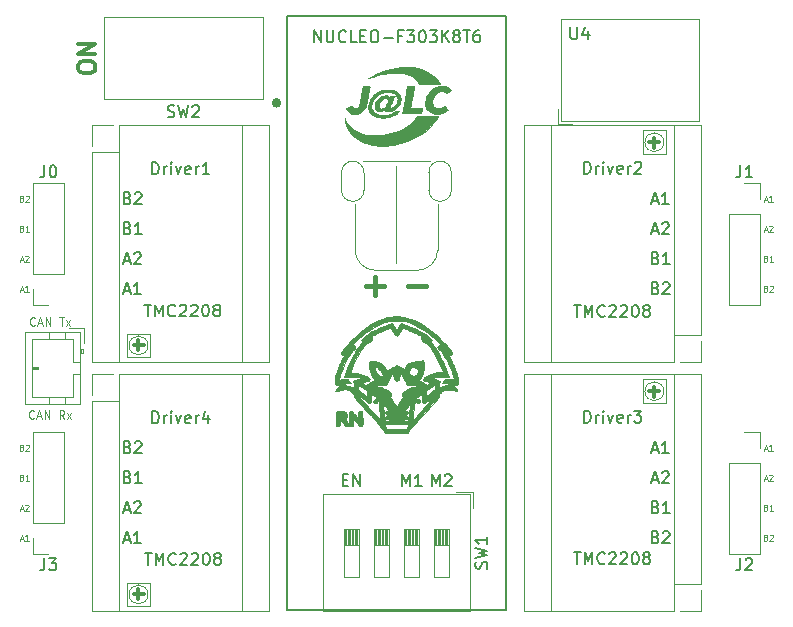
<source format=gbr>
G04 #@! TF.GenerationSoftware,KiCad,Pcbnew,(5.1.4)-1*
G04 #@! TF.CreationDate,2020-11-13T20:24:30+01:00*
G04 #@! TF.ProjectId,Shield BR,53686965-6c64-4204-9252-2e6b69636164,rev?*
G04 #@! TF.SameCoordinates,Original*
G04 #@! TF.FileFunction,Legend,Top*
G04 #@! TF.FilePolarity,Positive*
%FSLAX46Y46*%
G04 Gerber Fmt 4.6, Leading zero omitted, Abs format (unit mm)*
G04 Created by KiCad (PCBNEW (5.1.4)-1) date 2020-11-13 20:24:30*
%MOMM*%
%LPD*%
G04 APERTURE LIST*
%ADD10C,0.100000*%
%ADD11C,0.150000*%
%ADD12C,0.400000*%
%ADD13C,0.125000*%
%ADD14C,0.300000*%
%ADD15C,0.120000*%
%ADD16C,0.010000*%
%ADD17C,0.127000*%
G04 APERTURE END LIST*
D10*
X80564500Y-102612000D02*
X80531166Y-102645333D01*
X80431166Y-102678666D01*
X80364500Y-102678666D01*
X80264500Y-102645333D01*
X80197833Y-102578666D01*
X80164500Y-102512000D01*
X80131166Y-102378666D01*
X80131166Y-102278666D01*
X80164500Y-102145333D01*
X80197833Y-102078666D01*
X80264500Y-102012000D01*
X80364500Y-101978666D01*
X80431166Y-101978666D01*
X80531166Y-102012000D01*
X80564500Y-102045333D01*
X80831166Y-102478666D02*
X81164500Y-102478666D01*
X80764500Y-102678666D02*
X80997833Y-101978666D01*
X81231166Y-102678666D01*
X81464500Y-102678666D02*
X81464500Y-101978666D01*
X81864500Y-102678666D01*
X81864500Y-101978666D01*
X83131166Y-102678666D02*
X82897833Y-102345333D01*
X82731166Y-102678666D02*
X82731166Y-101978666D01*
X82997833Y-101978666D01*
X83064500Y-102012000D01*
X83097833Y-102045333D01*
X83131166Y-102112000D01*
X83131166Y-102212000D01*
X83097833Y-102278666D01*
X83064500Y-102312000D01*
X82997833Y-102345333D01*
X82731166Y-102345333D01*
X83364500Y-102678666D02*
X83731166Y-102212000D01*
X83364500Y-102212000D02*
X83731166Y-102678666D01*
X80647833Y-94738000D02*
X80614500Y-94771333D01*
X80514500Y-94804666D01*
X80447833Y-94804666D01*
X80347833Y-94771333D01*
X80281166Y-94704666D01*
X80247833Y-94638000D01*
X80214500Y-94504666D01*
X80214500Y-94404666D01*
X80247833Y-94271333D01*
X80281166Y-94204666D01*
X80347833Y-94138000D01*
X80447833Y-94104666D01*
X80514500Y-94104666D01*
X80614500Y-94138000D01*
X80647833Y-94171333D01*
X80914500Y-94604666D02*
X81247833Y-94604666D01*
X80847833Y-94804666D02*
X81081166Y-94104666D01*
X81314500Y-94804666D01*
X81547833Y-94804666D02*
X81547833Y-94104666D01*
X81947833Y-94804666D01*
X81947833Y-94104666D01*
X82714500Y-94104666D02*
X83114500Y-94104666D01*
X82914500Y-94804666D02*
X82914500Y-94104666D01*
X83281166Y-94804666D02*
X83647833Y-94338000D01*
X83281166Y-94338000D02*
X83647833Y-94804666D01*
D11*
X89904795Y-93025980D02*
X90476223Y-93025980D01*
X90190509Y-94025980D02*
X90190509Y-93025980D01*
X90809557Y-94025980D02*
X90809557Y-93025980D01*
X91142890Y-93740266D01*
X91476223Y-93025980D01*
X91476223Y-94025980D01*
X92523842Y-93930742D02*
X92476223Y-93978361D01*
X92333366Y-94025980D01*
X92238128Y-94025980D01*
X92095271Y-93978361D01*
X92000033Y-93883123D01*
X91952414Y-93787885D01*
X91904795Y-93597409D01*
X91904795Y-93454552D01*
X91952414Y-93264076D01*
X92000033Y-93168838D01*
X92095271Y-93073600D01*
X92238128Y-93025980D01*
X92333366Y-93025980D01*
X92476223Y-93073600D01*
X92523842Y-93121219D01*
X92904795Y-93121219D02*
X92952414Y-93073600D01*
X93047652Y-93025980D01*
X93285747Y-93025980D01*
X93380985Y-93073600D01*
X93428604Y-93121219D01*
X93476223Y-93216457D01*
X93476223Y-93311695D01*
X93428604Y-93454552D01*
X92857176Y-94025980D01*
X93476223Y-94025980D01*
X93857176Y-93121219D02*
X93904795Y-93073600D01*
X94000033Y-93025980D01*
X94238128Y-93025980D01*
X94333366Y-93073600D01*
X94380985Y-93121219D01*
X94428604Y-93216457D01*
X94428604Y-93311695D01*
X94380985Y-93454552D01*
X93809557Y-94025980D01*
X94428604Y-94025980D01*
X95047652Y-93025980D02*
X95142890Y-93025980D01*
X95238128Y-93073600D01*
X95285747Y-93121219D01*
X95333366Y-93216457D01*
X95380985Y-93406933D01*
X95380985Y-93645028D01*
X95333366Y-93835504D01*
X95285747Y-93930742D01*
X95238128Y-93978361D01*
X95142890Y-94025980D01*
X95047652Y-94025980D01*
X94952414Y-93978361D01*
X94904795Y-93930742D01*
X94857176Y-93835504D01*
X94809557Y-93645028D01*
X94809557Y-93406933D01*
X94857176Y-93216457D01*
X94904795Y-93121219D01*
X94952414Y-93073600D01*
X95047652Y-93025980D01*
X95952414Y-93454552D02*
X95857176Y-93406933D01*
X95809557Y-93359314D01*
X95761938Y-93264076D01*
X95761938Y-93216457D01*
X95809557Y-93121219D01*
X95857176Y-93073600D01*
X95952414Y-93025980D01*
X96142890Y-93025980D01*
X96238128Y-93073600D01*
X96285747Y-93121219D01*
X96333366Y-93216457D01*
X96333366Y-93264076D01*
X96285747Y-93359314D01*
X96238128Y-93406933D01*
X96142890Y-93454552D01*
X95952414Y-93454552D01*
X95857176Y-93502171D01*
X95809557Y-93549790D01*
X95761938Y-93645028D01*
X95761938Y-93835504D01*
X95809557Y-93930742D01*
X95857176Y-93978361D01*
X95952414Y-94025980D01*
X96142890Y-94025980D01*
X96238128Y-93978361D01*
X96285747Y-93930742D01*
X96333366Y-93835504D01*
X96333366Y-93645028D01*
X96285747Y-93549790D01*
X96238128Y-93502171D01*
X96142890Y-93454552D01*
X89955595Y-114057180D02*
X90527023Y-114057180D01*
X90241309Y-115057180D02*
X90241309Y-114057180D01*
X90860357Y-115057180D02*
X90860357Y-114057180D01*
X91193690Y-114771466D01*
X91527023Y-114057180D01*
X91527023Y-115057180D01*
X92574642Y-114961942D02*
X92527023Y-115009561D01*
X92384166Y-115057180D01*
X92288928Y-115057180D01*
X92146071Y-115009561D01*
X92050833Y-114914323D01*
X92003214Y-114819085D01*
X91955595Y-114628609D01*
X91955595Y-114485752D01*
X92003214Y-114295276D01*
X92050833Y-114200038D01*
X92146071Y-114104800D01*
X92288928Y-114057180D01*
X92384166Y-114057180D01*
X92527023Y-114104800D01*
X92574642Y-114152419D01*
X92955595Y-114152419D02*
X93003214Y-114104800D01*
X93098452Y-114057180D01*
X93336547Y-114057180D01*
X93431785Y-114104800D01*
X93479404Y-114152419D01*
X93527023Y-114247657D01*
X93527023Y-114342895D01*
X93479404Y-114485752D01*
X92907976Y-115057180D01*
X93527023Y-115057180D01*
X93907976Y-114152419D02*
X93955595Y-114104800D01*
X94050833Y-114057180D01*
X94288928Y-114057180D01*
X94384166Y-114104800D01*
X94431785Y-114152419D01*
X94479404Y-114247657D01*
X94479404Y-114342895D01*
X94431785Y-114485752D01*
X93860357Y-115057180D01*
X94479404Y-115057180D01*
X95098452Y-114057180D02*
X95193690Y-114057180D01*
X95288928Y-114104800D01*
X95336547Y-114152419D01*
X95384166Y-114247657D01*
X95431785Y-114438133D01*
X95431785Y-114676228D01*
X95384166Y-114866704D01*
X95336547Y-114961942D01*
X95288928Y-115009561D01*
X95193690Y-115057180D01*
X95098452Y-115057180D01*
X95003214Y-115009561D01*
X94955595Y-114961942D01*
X94907976Y-114866704D01*
X94860357Y-114676228D01*
X94860357Y-114438133D01*
X94907976Y-114247657D01*
X94955595Y-114152419D01*
X95003214Y-114104800D01*
X95098452Y-114057180D01*
X96003214Y-114485752D02*
X95907976Y-114438133D01*
X95860357Y-114390514D01*
X95812738Y-114295276D01*
X95812738Y-114247657D01*
X95860357Y-114152419D01*
X95907976Y-114104800D01*
X96003214Y-114057180D01*
X96193690Y-114057180D01*
X96288928Y-114104800D01*
X96336547Y-114152419D01*
X96384166Y-114247657D01*
X96384166Y-114295276D01*
X96336547Y-114390514D01*
X96288928Y-114438133D01*
X96193690Y-114485752D01*
X96003214Y-114485752D01*
X95907976Y-114533371D01*
X95860357Y-114580990D01*
X95812738Y-114676228D01*
X95812738Y-114866704D01*
X95860357Y-114961942D01*
X95907976Y-115009561D01*
X96003214Y-115057180D01*
X96193690Y-115057180D01*
X96288928Y-115009561D01*
X96336547Y-114961942D01*
X96384166Y-114866704D01*
X96384166Y-114676228D01*
X96336547Y-114580990D01*
X96288928Y-114533371D01*
X96193690Y-114485752D01*
X126277595Y-114006380D02*
X126849023Y-114006380D01*
X126563309Y-115006380D02*
X126563309Y-114006380D01*
X127182357Y-115006380D02*
X127182357Y-114006380D01*
X127515690Y-114720666D01*
X127849023Y-114006380D01*
X127849023Y-115006380D01*
X128896642Y-114911142D02*
X128849023Y-114958761D01*
X128706166Y-115006380D01*
X128610928Y-115006380D01*
X128468071Y-114958761D01*
X128372833Y-114863523D01*
X128325214Y-114768285D01*
X128277595Y-114577809D01*
X128277595Y-114434952D01*
X128325214Y-114244476D01*
X128372833Y-114149238D01*
X128468071Y-114054000D01*
X128610928Y-114006380D01*
X128706166Y-114006380D01*
X128849023Y-114054000D01*
X128896642Y-114101619D01*
X129277595Y-114101619D02*
X129325214Y-114054000D01*
X129420452Y-114006380D01*
X129658547Y-114006380D01*
X129753785Y-114054000D01*
X129801404Y-114101619D01*
X129849023Y-114196857D01*
X129849023Y-114292095D01*
X129801404Y-114434952D01*
X129229976Y-115006380D01*
X129849023Y-115006380D01*
X130229976Y-114101619D02*
X130277595Y-114054000D01*
X130372833Y-114006380D01*
X130610928Y-114006380D01*
X130706166Y-114054000D01*
X130753785Y-114101619D01*
X130801404Y-114196857D01*
X130801404Y-114292095D01*
X130753785Y-114434952D01*
X130182357Y-115006380D01*
X130801404Y-115006380D01*
X131420452Y-114006380D02*
X131515690Y-114006380D01*
X131610928Y-114054000D01*
X131658547Y-114101619D01*
X131706166Y-114196857D01*
X131753785Y-114387333D01*
X131753785Y-114625428D01*
X131706166Y-114815904D01*
X131658547Y-114911142D01*
X131610928Y-114958761D01*
X131515690Y-115006380D01*
X131420452Y-115006380D01*
X131325214Y-114958761D01*
X131277595Y-114911142D01*
X131229976Y-114815904D01*
X131182357Y-114625428D01*
X131182357Y-114387333D01*
X131229976Y-114196857D01*
X131277595Y-114101619D01*
X131325214Y-114054000D01*
X131420452Y-114006380D01*
X132325214Y-114434952D02*
X132229976Y-114387333D01*
X132182357Y-114339714D01*
X132134738Y-114244476D01*
X132134738Y-114196857D01*
X132182357Y-114101619D01*
X132229976Y-114054000D01*
X132325214Y-114006380D01*
X132515690Y-114006380D01*
X132610928Y-114054000D01*
X132658547Y-114101619D01*
X132706166Y-114196857D01*
X132706166Y-114244476D01*
X132658547Y-114339714D01*
X132610928Y-114387333D01*
X132515690Y-114434952D01*
X132325214Y-114434952D01*
X132229976Y-114482571D01*
X132182357Y-114530190D01*
X132134738Y-114625428D01*
X132134738Y-114815904D01*
X132182357Y-114911142D01*
X132229976Y-114958761D01*
X132325214Y-115006380D01*
X132515690Y-115006380D01*
X132610928Y-114958761D01*
X132658547Y-114911142D01*
X132706166Y-114815904D01*
X132706166Y-114625428D01*
X132658547Y-114530190D01*
X132610928Y-114482571D01*
X132515690Y-114434952D01*
X126277595Y-93076780D02*
X126849023Y-93076780D01*
X126563309Y-94076780D02*
X126563309Y-93076780D01*
X127182357Y-94076780D02*
X127182357Y-93076780D01*
X127515690Y-93791066D01*
X127849023Y-93076780D01*
X127849023Y-94076780D01*
X128896642Y-93981542D02*
X128849023Y-94029161D01*
X128706166Y-94076780D01*
X128610928Y-94076780D01*
X128468071Y-94029161D01*
X128372833Y-93933923D01*
X128325214Y-93838685D01*
X128277595Y-93648209D01*
X128277595Y-93505352D01*
X128325214Y-93314876D01*
X128372833Y-93219638D01*
X128468071Y-93124400D01*
X128610928Y-93076780D01*
X128706166Y-93076780D01*
X128849023Y-93124400D01*
X128896642Y-93172019D01*
X129277595Y-93172019D02*
X129325214Y-93124400D01*
X129420452Y-93076780D01*
X129658547Y-93076780D01*
X129753785Y-93124400D01*
X129801404Y-93172019D01*
X129849023Y-93267257D01*
X129849023Y-93362495D01*
X129801404Y-93505352D01*
X129229976Y-94076780D01*
X129849023Y-94076780D01*
X130229976Y-93172019D02*
X130277595Y-93124400D01*
X130372833Y-93076780D01*
X130610928Y-93076780D01*
X130706166Y-93124400D01*
X130753785Y-93172019D01*
X130801404Y-93267257D01*
X130801404Y-93362495D01*
X130753785Y-93505352D01*
X130182357Y-94076780D01*
X130801404Y-94076780D01*
X131420452Y-93076780D02*
X131515690Y-93076780D01*
X131610928Y-93124400D01*
X131658547Y-93172019D01*
X131706166Y-93267257D01*
X131753785Y-93457733D01*
X131753785Y-93695828D01*
X131706166Y-93886304D01*
X131658547Y-93981542D01*
X131610928Y-94029161D01*
X131515690Y-94076780D01*
X131420452Y-94076780D01*
X131325214Y-94029161D01*
X131277595Y-93981542D01*
X131229976Y-93886304D01*
X131182357Y-93695828D01*
X131182357Y-93457733D01*
X131229976Y-93267257D01*
X131277595Y-93172019D01*
X131325214Y-93124400D01*
X131420452Y-93076780D01*
X132325214Y-93505352D02*
X132229976Y-93457733D01*
X132182357Y-93410114D01*
X132134738Y-93314876D01*
X132134738Y-93267257D01*
X132182357Y-93172019D01*
X132229976Y-93124400D01*
X132325214Y-93076780D01*
X132515690Y-93076780D01*
X132610928Y-93124400D01*
X132658547Y-93172019D01*
X132706166Y-93267257D01*
X132706166Y-93314876D01*
X132658547Y-93410114D01*
X132610928Y-93457733D01*
X132515690Y-93505352D01*
X132325214Y-93505352D01*
X132229976Y-93552971D01*
X132182357Y-93600590D01*
X132134738Y-93695828D01*
X132134738Y-93886304D01*
X132182357Y-93981542D01*
X132229976Y-94029161D01*
X132325214Y-94076780D01*
X132515690Y-94076780D01*
X132610928Y-94029161D01*
X132658547Y-93981542D01*
X132706166Y-93886304D01*
X132706166Y-93695828D01*
X132658547Y-93600590D01*
X132610928Y-93552971D01*
X132515690Y-93505352D01*
D12*
X112267595Y-91455857D02*
X113791404Y-91455857D01*
X108711595Y-91455857D02*
X110235404Y-91455857D01*
X109473500Y-92217761D02*
X109473500Y-90693952D01*
D13*
X79553119Y-84038285D02*
X79624547Y-84062095D01*
X79648357Y-84085904D01*
X79672166Y-84133523D01*
X79672166Y-84204952D01*
X79648357Y-84252571D01*
X79624547Y-84276380D01*
X79576928Y-84300190D01*
X79386452Y-84300190D01*
X79386452Y-83800190D01*
X79553119Y-83800190D01*
X79600738Y-83824000D01*
X79624547Y-83847809D01*
X79648357Y-83895428D01*
X79648357Y-83943047D01*
X79624547Y-83990666D01*
X79600738Y-84014476D01*
X79553119Y-84038285D01*
X79386452Y-84038285D01*
X79862642Y-83847809D02*
X79886452Y-83824000D01*
X79934071Y-83800190D01*
X80053119Y-83800190D01*
X80100738Y-83824000D01*
X80124547Y-83847809D01*
X80148357Y-83895428D01*
X80148357Y-83943047D01*
X80124547Y-84014476D01*
X79838833Y-84300190D01*
X80148357Y-84300190D01*
X79398357Y-89237333D02*
X79636452Y-89237333D01*
X79350738Y-89380190D02*
X79517404Y-88880190D01*
X79684071Y-89380190D01*
X79826928Y-88927809D02*
X79850738Y-88904000D01*
X79898357Y-88880190D01*
X80017404Y-88880190D01*
X80065023Y-88904000D01*
X80088833Y-88927809D01*
X80112642Y-88975428D01*
X80112642Y-89023047D01*
X80088833Y-89094476D01*
X79803119Y-89380190D01*
X80112642Y-89380190D01*
X79553119Y-86578285D02*
X79624547Y-86602095D01*
X79648357Y-86625904D01*
X79672166Y-86673523D01*
X79672166Y-86744952D01*
X79648357Y-86792571D01*
X79624547Y-86816380D01*
X79576928Y-86840190D01*
X79386452Y-86840190D01*
X79386452Y-86340190D01*
X79553119Y-86340190D01*
X79600738Y-86364000D01*
X79624547Y-86387809D01*
X79648357Y-86435428D01*
X79648357Y-86483047D01*
X79624547Y-86530666D01*
X79600738Y-86554476D01*
X79553119Y-86578285D01*
X79386452Y-86578285D01*
X80148357Y-86840190D02*
X79862642Y-86840190D01*
X80005500Y-86840190D02*
X80005500Y-86340190D01*
X79957880Y-86411619D01*
X79910261Y-86459238D01*
X79862642Y-86483047D01*
X79398357Y-91777333D02*
X79636452Y-91777333D01*
X79350738Y-91920190D02*
X79517404Y-91420190D01*
X79684071Y-91920190D01*
X80112642Y-91920190D02*
X79826928Y-91920190D01*
X79969785Y-91920190D02*
X79969785Y-91420190D01*
X79922166Y-91491619D01*
X79874547Y-91539238D01*
X79826928Y-91563047D01*
X79553119Y-105120285D02*
X79624547Y-105144095D01*
X79648357Y-105167904D01*
X79672166Y-105215523D01*
X79672166Y-105286952D01*
X79648357Y-105334571D01*
X79624547Y-105358380D01*
X79576928Y-105382190D01*
X79386452Y-105382190D01*
X79386452Y-104882190D01*
X79553119Y-104882190D01*
X79600738Y-104906000D01*
X79624547Y-104929809D01*
X79648357Y-104977428D01*
X79648357Y-105025047D01*
X79624547Y-105072666D01*
X79600738Y-105096476D01*
X79553119Y-105120285D01*
X79386452Y-105120285D01*
X79862642Y-104929809D02*
X79886452Y-104906000D01*
X79934071Y-104882190D01*
X80053119Y-104882190D01*
X80100738Y-104906000D01*
X80124547Y-104929809D01*
X80148357Y-104977428D01*
X80148357Y-105025047D01*
X80124547Y-105096476D01*
X79838833Y-105382190D01*
X80148357Y-105382190D01*
X79553119Y-107660285D02*
X79624547Y-107684095D01*
X79648357Y-107707904D01*
X79672166Y-107755523D01*
X79672166Y-107826952D01*
X79648357Y-107874571D01*
X79624547Y-107898380D01*
X79576928Y-107922190D01*
X79386452Y-107922190D01*
X79386452Y-107422190D01*
X79553119Y-107422190D01*
X79600738Y-107446000D01*
X79624547Y-107469809D01*
X79648357Y-107517428D01*
X79648357Y-107565047D01*
X79624547Y-107612666D01*
X79600738Y-107636476D01*
X79553119Y-107660285D01*
X79386452Y-107660285D01*
X80148357Y-107922190D02*
X79862642Y-107922190D01*
X80005500Y-107922190D02*
X80005500Y-107422190D01*
X79957880Y-107493619D01*
X79910261Y-107541238D01*
X79862642Y-107565047D01*
X79398357Y-112859333D02*
X79636452Y-112859333D01*
X79350738Y-113002190D02*
X79517404Y-112502190D01*
X79684071Y-113002190D01*
X80112642Y-113002190D02*
X79826928Y-113002190D01*
X79969785Y-113002190D02*
X79969785Y-112502190D01*
X79922166Y-112573619D01*
X79874547Y-112621238D01*
X79826928Y-112645047D01*
X79398357Y-110319333D02*
X79636452Y-110319333D01*
X79350738Y-110462190D02*
X79517404Y-109962190D01*
X79684071Y-110462190D01*
X79826928Y-110009809D02*
X79850738Y-109986000D01*
X79898357Y-109962190D01*
X80017404Y-109962190D01*
X80065023Y-109986000D01*
X80088833Y-110009809D01*
X80112642Y-110057428D01*
X80112642Y-110105047D01*
X80088833Y-110176476D01*
X79803119Y-110462190D01*
X80112642Y-110462190D01*
X142390357Y-107779333D02*
X142628452Y-107779333D01*
X142342738Y-107922190D02*
X142509404Y-107422190D01*
X142676071Y-107922190D01*
X142818928Y-107469809D02*
X142842738Y-107446000D01*
X142890357Y-107422190D01*
X143009404Y-107422190D01*
X143057023Y-107446000D01*
X143080833Y-107469809D01*
X143104642Y-107517428D01*
X143104642Y-107565047D01*
X143080833Y-107636476D01*
X142795119Y-107922190D01*
X143104642Y-107922190D01*
X142549119Y-110200285D02*
X142620547Y-110224095D01*
X142644357Y-110247904D01*
X142668166Y-110295523D01*
X142668166Y-110366952D01*
X142644357Y-110414571D01*
X142620547Y-110438380D01*
X142572928Y-110462190D01*
X142382452Y-110462190D01*
X142382452Y-109962190D01*
X142549119Y-109962190D01*
X142596738Y-109986000D01*
X142620547Y-110009809D01*
X142644357Y-110057428D01*
X142644357Y-110105047D01*
X142620547Y-110152666D01*
X142596738Y-110176476D01*
X142549119Y-110200285D01*
X142382452Y-110200285D01*
X143144357Y-110462190D02*
X142858642Y-110462190D01*
X143001500Y-110462190D02*
X143001500Y-109962190D01*
X142953880Y-110033619D01*
X142906261Y-110081238D01*
X142858642Y-110105047D01*
X142390357Y-105239333D02*
X142628452Y-105239333D01*
X142342738Y-105382190D02*
X142509404Y-104882190D01*
X142676071Y-105382190D01*
X143104642Y-105382190D02*
X142818928Y-105382190D01*
X142961785Y-105382190D02*
X142961785Y-104882190D01*
X142914166Y-104953619D01*
X142866547Y-105001238D01*
X142818928Y-105025047D01*
X142549119Y-112740285D02*
X142620547Y-112764095D01*
X142644357Y-112787904D01*
X142668166Y-112835523D01*
X142668166Y-112906952D01*
X142644357Y-112954571D01*
X142620547Y-112978380D01*
X142572928Y-113002190D01*
X142382452Y-113002190D01*
X142382452Y-112502190D01*
X142549119Y-112502190D01*
X142596738Y-112526000D01*
X142620547Y-112549809D01*
X142644357Y-112597428D01*
X142644357Y-112645047D01*
X142620547Y-112692666D01*
X142596738Y-112716476D01*
X142549119Y-112740285D01*
X142382452Y-112740285D01*
X142858642Y-112549809D02*
X142882452Y-112526000D01*
X142930071Y-112502190D01*
X143049119Y-112502190D01*
X143096738Y-112526000D01*
X143120547Y-112549809D01*
X143144357Y-112597428D01*
X143144357Y-112645047D01*
X143120547Y-112716476D01*
X142834833Y-113002190D01*
X143144357Y-113002190D01*
X142390357Y-86697333D02*
X142628452Y-86697333D01*
X142342738Y-86840190D02*
X142509404Y-86340190D01*
X142676071Y-86840190D01*
X142818928Y-86387809D02*
X142842738Y-86364000D01*
X142890357Y-86340190D01*
X143009404Y-86340190D01*
X143057023Y-86364000D01*
X143080833Y-86387809D01*
X143104642Y-86435428D01*
X143104642Y-86483047D01*
X143080833Y-86554476D01*
X142795119Y-86840190D01*
X143104642Y-86840190D01*
X142390357Y-84157333D02*
X142628452Y-84157333D01*
X142342738Y-84300190D02*
X142509404Y-83800190D01*
X142676071Y-84300190D01*
X143104642Y-84300190D02*
X142818928Y-84300190D01*
X142961785Y-84300190D02*
X142961785Y-83800190D01*
X142914166Y-83871619D01*
X142866547Y-83919238D01*
X142818928Y-83943047D01*
X142549119Y-91658285D02*
X142620547Y-91682095D01*
X142644357Y-91705904D01*
X142668166Y-91753523D01*
X142668166Y-91824952D01*
X142644357Y-91872571D01*
X142620547Y-91896380D01*
X142572928Y-91920190D01*
X142382452Y-91920190D01*
X142382452Y-91420190D01*
X142549119Y-91420190D01*
X142596738Y-91444000D01*
X142620547Y-91467809D01*
X142644357Y-91515428D01*
X142644357Y-91563047D01*
X142620547Y-91610666D01*
X142596738Y-91634476D01*
X142549119Y-91658285D01*
X142382452Y-91658285D01*
X142858642Y-91467809D02*
X142882452Y-91444000D01*
X142930071Y-91420190D01*
X143049119Y-91420190D01*
X143096738Y-91444000D01*
X143120547Y-91467809D01*
X143144357Y-91515428D01*
X143144357Y-91563047D01*
X143120547Y-91634476D01*
X142834833Y-91920190D01*
X143144357Y-91920190D01*
X142549119Y-89118285D02*
X142620547Y-89142095D01*
X142644357Y-89165904D01*
X142668166Y-89213523D01*
X142668166Y-89284952D01*
X142644357Y-89332571D01*
X142620547Y-89356380D01*
X142572928Y-89380190D01*
X142382452Y-89380190D01*
X142382452Y-88880190D01*
X142549119Y-88880190D01*
X142596738Y-88904000D01*
X142620547Y-88927809D01*
X142644357Y-88975428D01*
X142644357Y-89023047D01*
X142620547Y-89070666D01*
X142596738Y-89094476D01*
X142549119Y-89118285D01*
X142382452Y-89118285D01*
X143144357Y-89380190D02*
X142858642Y-89380190D01*
X143001500Y-89380190D02*
X143001500Y-88880190D01*
X142953880Y-88951619D01*
X142906261Y-88999238D01*
X142858642Y-89023047D01*
D11*
X114251976Y-108402380D02*
X114251976Y-107402380D01*
X114585309Y-108116666D01*
X114918642Y-107402380D01*
X114918642Y-108402380D01*
X115347214Y-107497619D02*
X115394833Y-107450000D01*
X115490071Y-107402380D01*
X115728166Y-107402380D01*
X115823404Y-107450000D01*
X115871023Y-107497619D01*
X115918642Y-107592857D01*
X115918642Y-107688095D01*
X115871023Y-107830952D01*
X115299595Y-108402380D01*
X115918642Y-108402380D01*
X111711976Y-108402380D02*
X111711976Y-107402380D01*
X112045309Y-108116666D01*
X112378642Y-107402380D01*
X112378642Y-108402380D01*
X113378642Y-108402380D02*
X112807214Y-108402380D01*
X113092928Y-108402380D02*
X113092928Y-107402380D01*
X112997690Y-107545238D01*
X112902452Y-107640476D01*
X112807214Y-107688095D01*
X106703404Y-107878571D02*
X107036738Y-107878571D01*
X107179595Y-108402380D02*
X106703404Y-108402380D01*
X106703404Y-107402380D01*
X107179595Y-107402380D01*
X107608166Y-108402380D02*
X107608166Y-107402380D01*
X108179595Y-108402380D01*
X108179595Y-107402380D01*
D14*
X84268071Y-73064571D02*
X84268071Y-72778857D01*
X84339500Y-72636000D01*
X84482357Y-72493142D01*
X84768071Y-72421714D01*
X85268071Y-72421714D01*
X85553785Y-72493142D01*
X85696642Y-72636000D01*
X85768071Y-72778857D01*
X85768071Y-73064571D01*
X85696642Y-73207428D01*
X85553785Y-73350285D01*
X85268071Y-73421714D01*
X84768071Y-73421714D01*
X84482357Y-73350285D01*
X84339500Y-73207428D01*
X84268071Y-73064571D01*
X85768071Y-71778857D02*
X84268071Y-71778857D01*
X85768071Y-70921714D01*
X84268071Y-70921714D01*
D11*
X88185214Y-89320666D02*
X88661404Y-89320666D01*
X88089976Y-89606380D02*
X88423309Y-88606380D01*
X88756642Y-89606380D01*
X89042357Y-88701619D02*
X89089976Y-88654000D01*
X89185214Y-88606380D01*
X89423309Y-88606380D01*
X89518547Y-88654000D01*
X89566166Y-88701619D01*
X89613785Y-88796857D01*
X89613785Y-88892095D01*
X89566166Y-89034952D01*
X88994738Y-89606380D01*
X89613785Y-89606380D01*
X88494738Y-86542571D02*
X88637595Y-86590190D01*
X88685214Y-86637809D01*
X88732833Y-86733047D01*
X88732833Y-86875904D01*
X88685214Y-86971142D01*
X88637595Y-87018761D01*
X88542357Y-87066380D01*
X88161404Y-87066380D01*
X88161404Y-86066380D01*
X88494738Y-86066380D01*
X88589976Y-86114000D01*
X88637595Y-86161619D01*
X88685214Y-86256857D01*
X88685214Y-86352095D01*
X88637595Y-86447333D01*
X88589976Y-86494952D01*
X88494738Y-86542571D01*
X88161404Y-86542571D01*
X89685214Y-87066380D02*
X89113785Y-87066380D01*
X89399500Y-87066380D02*
X89399500Y-86066380D01*
X89304261Y-86209238D01*
X89209023Y-86304476D01*
X89113785Y-86352095D01*
X88185214Y-91860666D02*
X88661404Y-91860666D01*
X88089976Y-92146380D02*
X88423309Y-91146380D01*
X88756642Y-92146380D01*
X89613785Y-92146380D02*
X89042357Y-92146380D01*
X89328071Y-92146380D02*
X89328071Y-91146380D01*
X89232833Y-91289238D01*
X89137595Y-91384476D01*
X89042357Y-91432095D01*
X88494738Y-84002571D02*
X88637595Y-84050190D01*
X88685214Y-84097809D01*
X88732833Y-84193047D01*
X88732833Y-84335904D01*
X88685214Y-84431142D01*
X88637595Y-84478761D01*
X88542357Y-84526380D01*
X88161404Y-84526380D01*
X88161404Y-83526380D01*
X88494738Y-83526380D01*
X88589976Y-83574000D01*
X88637595Y-83621619D01*
X88685214Y-83716857D01*
X88685214Y-83812095D01*
X88637595Y-83907333D01*
X88589976Y-83954952D01*
X88494738Y-84002571D01*
X88161404Y-84002571D01*
X89113785Y-83621619D02*
X89161404Y-83574000D01*
X89256642Y-83526380D01*
X89494738Y-83526380D01*
X89589976Y-83574000D01*
X89637595Y-83621619D01*
X89685214Y-83716857D01*
X89685214Y-83812095D01*
X89637595Y-83954952D01*
X89066166Y-84526380D01*
X89685214Y-84526380D01*
X88494738Y-105084571D02*
X88637595Y-105132190D01*
X88685214Y-105179809D01*
X88732833Y-105275047D01*
X88732833Y-105417904D01*
X88685214Y-105513142D01*
X88637595Y-105560761D01*
X88542357Y-105608380D01*
X88161404Y-105608380D01*
X88161404Y-104608380D01*
X88494738Y-104608380D01*
X88589976Y-104656000D01*
X88637595Y-104703619D01*
X88685214Y-104798857D01*
X88685214Y-104894095D01*
X88637595Y-104989333D01*
X88589976Y-105036952D01*
X88494738Y-105084571D01*
X88161404Y-105084571D01*
X89113785Y-104703619D02*
X89161404Y-104656000D01*
X89256642Y-104608380D01*
X89494738Y-104608380D01*
X89589976Y-104656000D01*
X89637595Y-104703619D01*
X89685214Y-104798857D01*
X89685214Y-104894095D01*
X89637595Y-105036952D01*
X89066166Y-105608380D01*
X89685214Y-105608380D01*
X88185214Y-112942666D02*
X88661404Y-112942666D01*
X88089976Y-113228380D02*
X88423309Y-112228380D01*
X88756642Y-113228380D01*
X89613785Y-113228380D02*
X89042357Y-113228380D01*
X89328071Y-113228380D02*
X89328071Y-112228380D01*
X89232833Y-112371238D01*
X89137595Y-112466476D01*
X89042357Y-112514095D01*
X88185214Y-110402666D02*
X88661404Y-110402666D01*
X88089976Y-110688380D02*
X88423309Y-109688380D01*
X88756642Y-110688380D01*
X89042357Y-109783619D02*
X89089976Y-109736000D01*
X89185214Y-109688380D01*
X89423309Y-109688380D01*
X89518547Y-109736000D01*
X89566166Y-109783619D01*
X89613785Y-109878857D01*
X89613785Y-109974095D01*
X89566166Y-110116952D01*
X88994738Y-110688380D01*
X89613785Y-110688380D01*
X88494738Y-107624571D02*
X88637595Y-107672190D01*
X88685214Y-107719809D01*
X88732833Y-107815047D01*
X88732833Y-107957904D01*
X88685214Y-108053142D01*
X88637595Y-108100761D01*
X88542357Y-108148380D01*
X88161404Y-108148380D01*
X88161404Y-107148380D01*
X88494738Y-107148380D01*
X88589976Y-107196000D01*
X88637595Y-107243619D01*
X88685214Y-107338857D01*
X88685214Y-107434095D01*
X88637595Y-107529333D01*
X88589976Y-107576952D01*
X88494738Y-107624571D01*
X88161404Y-107624571D01*
X89685214Y-108148380D02*
X89113785Y-108148380D01*
X89399500Y-108148380D02*
X89399500Y-107148380D01*
X89304261Y-107291238D01*
X89209023Y-107386476D01*
X89113785Y-107434095D01*
X132889214Y-107862666D02*
X133365404Y-107862666D01*
X132793976Y-108148380D02*
X133127309Y-107148380D01*
X133460642Y-108148380D01*
X133746357Y-107243619D02*
X133793976Y-107196000D01*
X133889214Y-107148380D01*
X134127309Y-107148380D01*
X134222547Y-107196000D01*
X134270166Y-107243619D01*
X134317785Y-107338857D01*
X134317785Y-107434095D01*
X134270166Y-107576952D01*
X133698738Y-108148380D01*
X134317785Y-108148380D01*
X132889214Y-105322666D02*
X133365404Y-105322666D01*
X132793976Y-105608380D02*
X133127309Y-104608380D01*
X133460642Y-105608380D01*
X134317785Y-105608380D02*
X133746357Y-105608380D01*
X134032071Y-105608380D02*
X134032071Y-104608380D01*
X133936833Y-104751238D01*
X133841595Y-104846476D01*
X133746357Y-104894095D01*
X133198738Y-112704571D02*
X133341595Y-112752190D01*
X133389214Y-112799809D01*
X133436833Y-112895047D01*
X133436833Y-113037904D01*
X133389214Y-113133142D01*
X133341595Y-113180761D01*
X133246357Y-113228380D01*
X132865404Y-113228380D01*
X132865404Y-112228380D01*
X133198738Y-112228380D01*
X133293976Y-112276000D01*
X133341595Y-112323619D01*
X133389214Y-112418857D01*
X133389214Y-112514095D01*
X133341595Y-112609333D01*
X133293976Y-112656952D01*
X133198738Y-112704571D01*
X132865404Y-112704571D01*
X133817785Y-112323619D02*
X133865404Y-112276000D01*
X133960642Y-112228380D01*
X134198738Y-112228380D01*
X134293976Y-112276000D01*
X134341595Y-112323619D01*
X134389214Y-112418857D01*
X134389214Y-112514095D01*
X134341595Y-112656952D01*
X133770166Y-113228380D01*
X134389214Y-113228380D01*
X133198738Y-110164571D02*
X133341595Y-110212190D01*
X133389214Y-110259809D01*
X133436833Y-110355047D01*
X133436833Y-110497904D01*
X133389214Y-110593142D01*
X133341595Y-110640761D01*
X133246357Y-110688380D01*
X132865404Y-110688380D01*
X132865404Y-109688380D01*
X133198738Y-109688380D01*
X133293976Y-109736000D01*
X133341595Y-109783619D01*
X133389214Y-109878857D01*
X133389214Y-109974095D01*
X133341595Y-110069333D01*
X133293976Y-110116952D01*
X133198738Y-110164571D01*
X132865404Y-110164571D01*
X134389214Y-110688380D02*
X133817785Y-110688380D01*
X134103500Y-110688380D02*
X134103500Y-109688380D01*
X134008261Y-109831238D01*
X133913023Y-109926476D01*
X133817785Y-109974095D01*
X133198738Y-91622571D02*
X133341595Y-91670190D01*
X133389214Y-91717809D01*
X133436833Y-91813047D01*
X133436833Y-91955904D01*
X133389214Y-92051142D01*
X133341595Y-92098761D01*
X133246357Y-92146380D01*
X132865404Y-92146380D01*
X132865404Y-91146380D01*
X133198738Y-91146380D01*
X133293976Y-91194000D01*
X133341595Y-91241619D01*
X133389214Y-91336857D01*
X133389214Y-91432095D01*
X133341595Y-91527333D01*
X133293976Y-91574952D01*
X133198738Y-91622571D01*
X132865404Y-91622571D01*
X133817785Y-91241619D02*
X133865404Y-91194000D01*
X133960642Y-91146380D01*
X134198738Y-91146380D01*
X134293976Y-91194000D01*
X134341595Y-91241619D01*
X134389214Y-91336857D01*
X134389214Y-91432095D01*
X134341595Y-91574952D01*
X133770166Y-92146380D01*
X134389214Y-92146380D01*
X133198738Y-89082571D02*
X133341595Y-89130190D01*
X133389214Y-89177809D01*
X133436833Y-89273047D01*
X133436833Y-89415904D01*
X133389214Y-89511142D01*
X133341595Y-89558761D01*
X133246357Y-89606380D01*
X132865404Y-89606380D01*
X132865404Y-88606380D01*
X133198738Y-88606380D01*
X133293976Y-88654000D01*
X133341595Y-88701619D01*
X133389214Y-88796857D01*
X133389214Y-88892095D01*
X133341595Y-88987333D01*
X133293976Y-89034952D01*
X133198738Y-89082571D01*
X132865404Y-89082571D01*
X134389214Y-89606380D02*
X133817785Y-89606380D01*
X134103500Y-89606380D02*
X134103500Y-88606380D01*
X134008261Y-88749238D01*
X133913023Y-88844476D01*
X133817785Y-88892095D01*
X132889214Y-86780666D02*
X133365404Y-86780666D01*
X132793976Y-87066380D02*
X133127309Y-86066380D01*
X133460642Y-87066380D01*
X133746357Y-86161619D02*
X133793976Y-86114000D01*
X133889214Y-86066380D01*
X134127309Y-86066380D01*
X134222547Y-86114000D01*
X134270166Y-86161619D01*
X134317785Y-86256857D01*
X134317785Y-86352095D01*
X134270166Y-86494952D01*
X133698738Y-87066380D01*
X134317785Y-87066380D01*
X132889214Y-84240666D02*
X133365404Y-84240666D01*
X132793976Y-84526380D02*
X133127309Y-83526380D01*
X133460642Y-84526380D01*
X134317785Y-84526380D02*
X133746357Y-84526380D01*
X134032071Y-84526380D02*
X134032071Y-83526380D01*
X133936833Y-83669238D01*
X133841595Y-83764476D01*
X133746357Y-83812095D01*
D15*
X90414000Y-95484000D02*
X90414000Y-97484000D01*
X88414000Y-95484000D02*
X90414000Y-95484000D01*
X88414000Y-97484000D02*
X88414000Y-95484000D01*
X90414000Y-97484000D02*
X88414000Y-97484000D01*
D14*
X89014000Y-96484000D02*
X89864000Y-96484000D01*
X89414000Y-96884000D02*
X89414000Y-96034000D01*
D15*
X90215561Y-96484000D02*
G75*
G03X90215561Y-96484000I-801561J0D01*
G01*
X100457000Y-97917000D02*
X98171000Y-97917000D01*
X98171000Y-97917000D02*
X98171000Y-77851000D01*
X98171000Y-77851000D02*
X100457000Y-77851000D01*
X100457000Y-77851000D02*
X100457000Y-97917000D01*
X85471000Y-97917000D02*
X87757000Y-97917000D01*
X87757000Y-97917000D02*
X87757000Y-77851000D01*
X87249000Y-77851000D02*
X85471000Y-77851000D01*
X85471000Y-80137000D02*
X85471000Y-97917000D01*
X87757000Y-97917000D02*
X98171000Y-97917000D01*
X98171000Y-77851000D02*
X87757000Y-77851000D01*
X85471000Y-80137000D02*
X87757000Y-80137000D01*
X85471000Y-79629000D02*
X85471000Y-77851000D01*
X90414000Y-116566000D02*
X90414000Y-118566000D01*
X88414000Y-116566000D02*
X90414000Y-116566000D01*
X88414000Y-118566000D02*
X88414000Y-116566000D01*
X90414000Y-118566000D02*
X88414000Y-118566000D01*
D14*
X89014000Y-117566000D02*
X89864000Y-117566000D01*
X89414000Y-117966000D02*
X89414000Y-117116000D01*
D15*
X90215561Y-117566000D02*
G75*
G03X90215561Y-117566000I-801561J0D01*
G01*
X100457000Y-118999000D02*
X98171000Y-118999000D01*
X98171000Y-118999000D02*
X98171000Y-98933000D01*
X98171000Y-98933000D02*
X100457000Y-98933000D01*
X100457000Y-98933000D02*
X100457000Y-118999000D01*
X85471000Y-118999000D02*
X87757000Y-118999000D01*
X87757000Y-118999000D02*
X87757000Y-98933000D01*
X87249000Y-98933000D02*
X85471000Y-98933000D01*
X85471000Y-101219000D02*
X85471000Y-118999000D01*
X87757000Y-118999000D02*
X98171000Y-118999000D01*
X98171000Y-98933000D02*
X87757000Y-98933000D01*
X85471000Y-101219000D02*
X87757000Y-101219000D01*
X85471000Y-100711000D02*
X85471000Y-98933000D01*
X137033000Y-117221000D02*
X137033000Y-118999000D01*
X137033000Y-116713000D02*
X134747000Y-116713000D01*
X124333000Y-118999000D02*
X134747000Y-118999000D01*
X134747000Y-98933000D02*
X124333000Y-98933000D01*
X137033000Y-116713000D02*
X137033000Y-98933000D01*
X135255000Y-118999000D02*
X137033000Y-118999000D01*
X134747000Y-98933000D02*
X134747000Y-118999000D01*
X137033000Y-98933000D02*
X134747000Y-98933000D01*
X122047000Y-118999000D02*
X122047000Y-98933000D01*
X124333000Y-118999000D02*
X122047000Y-118999000D01*
X124333000Y-98933000D02*
X124333000Y-118999000D01*
X122047000Y-98933000D02*
X124333000Y-98933000D01*
X133891561Y-100366000D02*
G75*
G03X133891561Y-100366000I-801561J0D01*
G01*
D14*
X133090000Y-99966000D02*
X133090000Y-100816000D01*
X133490000Y-100366000D02*
X132640000Y-100366000D01*
D15*
X132090000Y-99366000D02*
X134090000Y-99366000D01*
X134090000Y-99366000D02*
X134090000Y-101366000D01*
X134090000Y-101366000D02*
X132090000Y-101366000D01*
X132090000Y-101366000D02*
X132090000Y-99366000D01*
X132090000Y-80284000D02*
X132090000Y-78284000D01*
X134090000Y-80284000D02*
X132090000Y-80284000D01*
X134090000Y-78284000D02*
X134090000Y-80284000D01*
X132090000Y-78284000D02*
X134090000Y-78284000D01*
D14*
X133490000Y-79284000D02*
X132640000Y-79284000D01*
X133090000Y-78884000D02*
X133090000Y-79734000D01*
D15*
X133891561Y-79284000D02*
G75*
G03X133891561Y-79284000I-801561J0D01*
G01*
X122047000Y-77851000D02*
X124333000Y-77851000D01*
X124333000Y-77851000D02*
X124333000Y-97917000D01*
X124333000Y-97917000D02*
X122047000Y-97917000D01*
X122047000Y-97917000D02*
X122047000Y-77851000D01*
X137033000Y-77851000D02*
X134747000Y-77851000D01*
X134747000Y-77851000D02*
X134747000Y-97917000D01*
X135255000Y-97917000D02*
X137033000Y-97917000D01*
X137033000Y-95631000D02*
X137033000Y-77851000D01*
X134747000Y-77851000D02*
X124333000Y-77851000D01*
X124333000Y-97917000D02*
X134747000Y-97917000D01*
X137033000Y-95631000D02*
X134747000Y-95631000D01*
X137033000Y-96139000D02*
X137033000Y-97917000D01*
X115902000Y-83284000D02*
X115902000Y-81834000D01*
X114002000Y-83284000D02*
X114002000Y-81834000D01*
X115902000Y-83334000D02*
G75*
G02X114002000Y-83334000I-950000J0D01*
G01*
X108502000Y-81884000D02*
X108502000Y-83334000D01*
X108502000Y-83334000D02*
G75*
G02X106602000Y-83334000I-950000J0D01*
G01*
X106602000Y-81834000D02*
X106602000Y-83334000D01*
X114002000Y-81834000D02*
G75*
G02X115902000Y-81834000I950000J0D01*
G01*
X106600685Y-81834416D02*
G75*
G02X108502000Y-81884000I951315J416D01*
G01*
X114752000Y-88384000D02*
X114752000Y-84534000D01*
X107752001Y-88334001D02*
X107752000Y-84534000D01*
X111252000Y-81284000D02*
X111252000Y-89484000D01*
X108402000Y-80884000D02*
X114102000Y-80884000D01*
X109502000Y-90134000D02*
X113002000Y-90134000D01*
X114752000Y-88384000D02*
G75*
G02X113002000Y-90134000I-1750000J0D01*
G01*
X109502001Y-90134713D02*
G75*
G02X107752001Y-88334001I-1J1750713D01*
G01*
D16*
G36*
X112344805Y-72908478D02*
G01*
X112697345Y-72940847D01*
X113036537Y-73003089D01*
X113361835Y-73095235D01*
X113672694Y-73217320D01*
X113968566Y-73369378D01*
X114049444Y-73417820D01*
X114277420Y-73574088D01*
X114491824Y-73751203D01*
X114686799Y-73943656D01*
X114856487Y-74145939D01*
X114923891Y-74239967D01*
X114978460Y-74320400D01*
X113184873Y-74320400D01*
X113103509Y-74206100D01*
X112948371Y-74017064D01*
X112768908Y-73851389D01*
X112565721Y-73709504D01*
X112339408Y-73591839D01*
X112141684Y-73515294D01*
X112001279Y-73471845D01*
X111866582Y-73438354D01*
X111730114Y-73413789D01*
X111584397Y-73397119D01*
X111421954Y-73387310D01*
X111235305Y-73383332D01*
X111183767Y-73383128D01*
X110871087Y-73391565D01*
X110561051Y-73418220D01*
X110248428Y-73464050D01*
X109927989Y-73530014D01*
X109594504Y-73617068D01*
X109242745Y-73726171D01*
X109162292Y-73753260D01*
X109064244Y-73786696D01*
X108975522Y-73816923D01*
X108901776Y-73842017D01*
X108848657Y-73860056D01*
X108821815Y-73869117D01*
X108821567Y-73869200D01*
X108825792Y-73865480D01*
X108856583Y-73848773D01*
X108910119Y-73821047D01*
X108982582Y-73784270D01*
X109070150Y-73740410D01*
X109109434Y-73720886D01*
X109549113Y-73515487D01*
X109979810Y-73339692D01*
X110400979Y-73193534D01*
X110812075Y-73077047D01*
X111212551Y-72990264D01*
X111601862Y-72933220D01*
X111979462Y-72905946D01*
X112344805Y-72908478D01*
X112344805Y-72908478D01*
G37*
X112344805Y-72908478D02*
X112697345Y-72940847D01*
X113036537Y-73003089D01*
X113361835Y-73095235D01*
X113672694Y-73217320D01*
X113968566Y-73369378D01*
X114049444Y-73417820D01*
X114277420Y-73574088D01*
X114491824Y-73751203D01*
X114686799Y-73943656D01*
X114856487Y-74145939D01*
X114923891Y-74239967D01*
X114978460Y-74320400D01*
X113184873Y-74320400D01*
X113103509Y-74206100D01*
X112948371Y-74017064D01*
X112768908Y-73851389D01*
X112565721Y-73709504D01*
X112339408Y-73591839D01*
X112141684Y-73515294D01*
X112001279Y-73471845D01*
X111866582Y-73438354D01*
X111730114Y-73413789D01*
X111584397Y-73397119D01*
X111421954Y-73387310D01*
X111235305Y-73383332D01*
X111183767Y-73383128D01*
X110871087Y-73391565D01*
X110561051Y-73418220D01*
X110248428Y-73464050D01*
X109927989Y-73530014D01*
X109594504Y-73617068D01*
X109242745Y-73726171D01*
X109162292Y-73753260D01*
X109064244Y-73786696D01*
X108975522Y-73816923D01*
X108901776Y-73842017D01*
X108848657Y-73860056D01*
X108821815Y-73869117D01*
X108821567Y-73869200D01*
X108825792Y-73865480D01*
X108856583Y-73848773D01*
X108910119Y-73821047D01*
X108982582Y-73784270D01*
X109070150Y-73740410D01*
X109109434Y-73720886D01*
X109549113Y-73515487D01*
X109979810Y-73339692D01*
X110400979Y-73193534D01*
X110812075Y-73077047D01*
X111212551Y-72990264D01*
X111601862Y-72933220D01*
X111979462Y-72905946D01*
X112344805Y-72908478D01*
G36*
X112567904Y-74540680D02*
G01*
X112641257Y-74541566D01*
X112690781Y-74543863D01*
X112721494Y-74548243D01*
X112738415Y-74555378D01*
X112746563Y-74565938D01*
X112750471Y-74578633D01*
X112749086Y-74602249D01*
X112741557Y-74655777D01*
X112728471Y-74735942D01*
X112710416Y-74839465D01*
X112687981Y-74963070D01*
X112661752Y-75103478D01*
X112632318Y-75257413D01*
X112600266Y-75421597D01*
X112589927Y-75473877D01*
X112557073Y-75639859D01*
X112526310Y-75795983D01*
X112498255Y-75939060D01*
X112473526Y-76065903D01*
X112452743Y-76173324D01*
X112436524Y-76258136D01*
X112425486Y-76317151D01*
X112420250Y-76347182D01*
X112419900Y-76350177D01*
X112430999Y-76356323D01*
X112465651Y-76361177D01*
X112525889Y-76364823D01*
X112613744Y-76367342D01*
X112731249Y-76368818D01*
X112880437Y-76369331D01*
X112891960Y-76369334D01*
X113032998Y-76369541D01*
X113143928Y-76370300D01*
X113228504Y-76371814D01*
X113290484Y-76374286D01*
X113333624Y-76377919D01*
X113361678Y-76382917D01*
X113378404Y-76389483D01*
X113386238Y-76396105D01*
X113395771Y-76418196D01*
X113398140Y-76455864D01*
X113392929Y-76513106D01*
X113379722Y-76593917D01*
X113358099Y-76702291D01*
X113350585Y-76737634D01*
X113331494Y-76826534D01*
X112556037Y-76826534D01*
X112365818Y-76826348D01*
X112206953Y-76825745D01*
X112076933Y-76824657D01*
X111973248Y-76823013D01*
X111893387Y-76820744D01*
X111834840Y-76817782D01*
X111795098Y-76814057D01*
X111771650Y-76809501D01*
X111762440Y-76804676D01*
X111760579Y-76789923D01*
X111763444Y-76754655D01*
X111771298Y-76697403D01*
X111784402Y-76616702D01*
X111803021Y-76511083D01*
X111827418Y-76379081D01*
X111857855Y-76219227D01*
X111894595Y-76030056D01*
X111937901Y-75810101D01*
X111967358Y-75661676D01*
X112190417Y-74540533D01*
X112465703Y-74540533D01*
X112567904Y-74540680D01*
X112567904Y-74540680D01*
G37*
X112567904Y-74540680D02*
X112641257Y-74541566D01*
X112690781Y-74543863D01*
X112721494Y-74548243D01*
X112738415Y-74555378D01*
X112746563Y-74565938D01*
X112750471Y-74578633D01*
X112749086Y-74602249D01*
X112741557Y-74655777D01*
X112728471Y-74735942D01*
X112710416Y-74839465D01*
X112687981Y-74963070D01*
X112661752Y-75103478D01*
X112632318Y-75257413D01*
X112600266Y-75421597D01*
X112589927Y-75473877D01*
X112557073Y-75639859D01*
X112526310Y-75795983D01*
X112498255Y-75939060D01*
X112473526Y-76065903D01*
X112452743Y-76173324D01*
X112436524Y-76258136D01*
X112425486Y-76317151D01*
X112420250Y-76347182D01*
X112419900Y-76350177D01*
X112430999Y-76356323D01*
X112465651Y-76361177D01*
X112525889Y-76364823D01*
X112613744Y-76367342D01*
X112731249Y-76368818D01*
X112880437Y-76369331D01*
X112891960Y-76369334D01*
X113032998Y-76369541D01*
X113143928Y-76370300D01*
X113228504Y-76371814D01*
X113290484Y-76374286D01*
X113333624Y-76377919D01*
X113361678Y-76382917D01*
X113378404Y-76389483D01*
X113386238Y-76396105D01*
X113395771Y-76418196D01*
X113398140Y-76455864D01*
X113392929Y-76513106D01*
X113379722Y-76593917D01*
X113358099Y-76702291D01*
X113350585Y-76737634D01*
X113331494Y-76826534D01*
X112556037Y-76826534D01*
X112365818Y-76826348D01*
X112206953Y-76825745D01*
X112076933Y-76824657D01*
X111973248Y-76823013D01*
X111893387Y-76820744D01*
X111834840Y-76817782D01*
X111795098Y-76814057D01*
X111771650Y-76809501D01*
X111762440Y-76804676D01*
X111760579Y-76789923D01*
X111763444Y-76754655D01*
X111771298Y-76697403D01*
X111784402Y-76616702D01*
X111803021Y-76511083D01*
X111827418Y-76379081D01*
X111857855Y-76219227D01*
X111894595Y-76030056D01*
X111937901Y-75810101D01*
X111967358Y-75661676D01*
X112190417Y-74540533D01*
X112465703Y-74540533D01*
X112567904Y-74540680D01*
G36*
X115348903Y-74517764D02*
G01*
X115512510Y-74564344D01*
X115659949Y-74636582D01*
X115787304Y-74733286D01*
X115811798Y-74757273D01*
X115876296Y-74823405D01*
X115727131Y-74956416D01*
X115664428Y-75012270D01*
X115607664Y-75062728D01*
X115563550Y-75101830D01*
X115540526Y-75122113D01*
X115517200Y-75140488D01*
X115498360Y-75143283D01*
X115473529Y-75128113D01*
X115439698Y-75099145D01*
X115386333Y-75059357D01*
X115320529Y-75019606D01*
X115284998Y-75001686D01*
X115234634Y-74980768D01*
X115189486Y-74969024D01*
X115137488Y-74964692D01*
X115066573Y-74966010D01*
X115046866Y-74966901D01*
X114960714Y-74973534D01*
X114893370Y-74986109D01*
X114829871Y-75008061D01*
X114790274Y-75025796D01*
X114651298Y-75109874D01*
X114531690Y-75220677D01*
X114433372Y-75355899D01*
X114358267Y-75513239D01*
X114340361Y-75565000D01*
X114302400Y-75717668D01*
X114286559Y-75863333D01*
X114292392Y-75997676D01*
X114319455Y-76116377D01*
X114367302Y-76215116D01*
X114413009Y-76270125D01*
X114486383Y-76331134D01*
X114560589Y-76370103D01*
X114647282Y-76391863D01*
X114725611Y-76399684D01*
X114879633Y-76392624D01*
X115029535Y-76352591D01*
X115176785Y-76279172D01*
X115195357Y-76267447D01*
X115250729Y-76234569D01*
X115297926Y-76211748D01*
X115327751Y-76203350D01*
X115329902Y-76203552D01*
X115350777Y-76218542D01*
X115386341Y-76255135D01*
X115431333Y-76307569D01*
X115473186Y-76360456D01*
X115588975Y-76512065D01*
X115532671Y-76559834D01*
X115452314Y-76619377D01*
X115351685Y-76681296D01*
X115243111Y-76738789D01*
X115138921Y-76785059D01*
X115096112Y-76800619D01*
X114900631Y-76851699D01*
X114710528Y-76872486D01*
X114517671Y-76863740D01*
X114477821Y-76858481D01*
X114304182Y-76818866D01*
X114146183Y-76754069D01*
X114007168Y-76666351D01*
X113890480Y-76557974D01*
X113799461Y-76431198D01*
X113774008Y-76382309D01*
X113734228Y-76286445D01*
X113708392Y-76192296D01*
X113694906Y-76090088D01*
X113692177Y-75970047D01*
X113694576Y-75895200D01*
X113720766Y-75672720D01*
X113777142Y-75462947D01*
X113861717Y-75268012D01*
X113972504Y-75090049D01*
X114107515Y-74931190D01*
X114264764Y-74793568D01*
X114442262Y-74679314D01*
X114638023Y-74590562D01*
X114850058Y-74529444D01*
X114988855Y-74506360D01*
X115173046Y-74498038D01*
X115348903Y-74517764D01*
X115348903Y-74517764D01*
G37*
X115348903Y-74517764D02*
X115512510Y-74564344D01*
X115659949Y-74636582D01*
X115787304Y-74733286D01*
X115811798Y-74757273D01*
X115876296Y-74823405D01*
X115727131Y-74956416D01*
X115664428Y-75012270D01*
X115607664Y-75062728D01*
X115563550Y-75101830D01*
X115540526Y-75122113D01*
X115517200Y-75140488D01*
X115498360Y-75143283D01*
X115473529Y-75128113D01*
X115439698Y-75099145D01*
X115386333Y-75059357D01*
X115320529Y-75019606D01*
X115284998Y-75001686D01*
X115234634Y-74980768D01*
X115189486Y-74969024D01*
X115137488Y-74964692D01*
X115066573Y-74966010D01*
X115046866Y-74966901D01*
X114960714Y-74973534D01*
X114893370Y-74986109D01*
X114829871Y-75008061D01*
X114790274Y-75025796D01*
X114651298Y-75109874D01*
X114531690Y-75220677D01*
X114433372Y-75355899D01*
X114358267Y-75513239D01*
X114340361Y-75565000D01*
X114302400Y-75717668D01*
X114286559Y-75863333D01*
X114292392Y-75997676D01*
X114319455Y-76116377D01*
X114367302Y-76215116D01*
X114413009Y-76270125D01*
X114486383Y-76331134D01*
X114560589Y-76370103D01*
X114647282Y-76391863D01*
X114725611Y-76399684D01*
X114879633Y-76392624D01*
X115029535Y-76352591D01*
X115176785Y-76279172D01*
X115195357Y-76267447D01*
X115250729Y-76234569D01*
X115297926Y-76211748D01*
X115327751Y-76203350D01*
X115329902Y-76203552D01*
X115350777Y-76218542D01*
X115386341Y-76255135D01*
X115431333Y-76307569D01*
X115473186Y-76360456D01*
X115588975Y-76512065D01*
X115532671Y-76559834D01*
X115452314Y-76619377D01*
X115351685Y-76681296D01*
X115243111Y-76738789D01*
X115138921Y-76785059D01*
X115096112Y-76800619D01*
X114900631Y-76851699D01*
X114710528Y-76872486D01*
X114517671Y-76863740D01*
X114477821Y-76858481D01*
X114304182Y-76818866D01*
X114146183Y-76754069D01*
X114007168Y-76666351D01*
X113890480Y-76557974D01*
X113799461Y-76431198D01*
X113774008Y-76382309D01*
X113734228Y-76286445D01*
X113708392Y-76192296D01*
X113694906Y-76090088D01*
X113692177Y-75970047D01*
X113694576Y-75895200D01*
X113720766Y-75672720D01*
X113777142Y-75462947D01*
X113861717Y-75268012D01*
X113972504Y-75090049D01*
X114107515Y-74931190D01*
X114264764Y-74793568D01*
X114442262Y-74679314D01*
X114638023Y-74590562D01*
X114850058Y-74529444D01*
X114988855Y-74506360D01*
X115173046Y-74498038D01*
X115348903Y-74517764D01*
G36*
X108978689Y-74591333D02*
G01*
X108976374Y-74616107D01*
X108967900Y-74670607D01*
X108953905Y-74751384D01*
X108935030Y-74854987D01*
X108911913Y-74977966D01*
X108885194Y-75116870D01*
X108855512Y-75268250D01*
X108824360Y-75424408D01*
X108786505Y-75611858D01*
X108754302Y-75769304D01*
X108726971Y-75899995D01*
X108703735Y-76007178D01*
X108683815Y-76094100D01*
X108666433Y-76164008D01*
X108650810Y-76220151D01*
X108636169Y-76265777D01*
X108621732Y-76304131D01*
X108606719Y-76338463D01*
X108603841Y-76344581D01*
X108539333Y-76455109D01*
X108454719Y-76563076D01*
X108358359Y-76659443D01*
X108258614Y-76735173D01*
X108223636Y-76755565D01*
X108083704Y-76813901D01*
X107925577Y-76852593D01*
X107759617Y-76870198D01*
X107596188Y-76865278D01*
X107517700Y-76853735D01*
X107365074Y-76809782D01*
X107232398Y-76741233D01*
X107122211Y-76649814D01*
X107037053Y-76537251D01*
X107027739Y-76520761D01*
X107007997Y-76485379D01*
X106995628Y-76458757D01*
X106993862Y-76436994D01*
X107005934Y-76416187D01*
X107035075Y-76392435D01*
X107084518Y-76361836D01*
X107157497Y-76320487D01*
X107224971Y-76282689D01*
X107306443Y-76237702D01*
X107364763Y-76209426D01*
X107406026Y-76197489D01*
X107436324Y-76201519D01*
X107461749Y-76221145D01*
X107488393Y-76255997D01*
X107495391Y-76266210D01*
X107543752Y-76327833D01*
X107593786Y-76366647D01*
X107655149Y-76387315D01*
X107737502Y-76394498D01*
X107761632Y-76394734D01*
X107831148Y-76393471D01*
X107878032Y-76387814D01*
X107913479Y-76374955D01*
X107948687Y-76352088D01*
X107957109Y-76345745D01*
X107982992Y-76324305D01*
X108006071Y-76300157D01*
X108027195Y-76270464D01*
X108047212Y-76232389D01*
X108066970Y-76183098D01*
X108087318Y-76119753D01*
X108109104Y-76039519D01*
X108133176Y-75939559D01*
X108160383Y-75817037D01*
X108191573Y-75669117D01*
X108227594Y-75492964D01*
X108259376Y-75335203D01*
X108417150Y-74549000D01*
X108973967Y-74549000D01*
X108978689Y-74591333D01*
X108978689Y-74591333D01*
G37*
X108978689Y-74591333D02*
X108976374Y-74616107D01*
X108967900Y-74670607D01*
X108953905Y-74751384D01*
X108935030Y-74854987D01*
X108911913Y-74977966D01*
X108885194Y-75116870D01*
X108855512Y-75268250D01*
X108824360Y-75424408D01*
X108786505Y-75611858D01*
X108754302Y-75769304D01*
X108726971Y-75899995D01*
X108703735Y-76007178D01*
X108683815Y-76094100D01*
X108666433Y-76164008D01*
X108650810Y-76220151D01*
X108636169Y-76265777D01*
X108621732Y-76304131D01*
X108606719Y-76338463D01*
X108603841Y-76344581D01*
X108539333Y-76455109D01*
X108454719Y-76563076D01*
X108358359Y-76659443D01*
X108258614Y-76735173D01*
X108223636Y-76755565D01*
X108083704Y-76813901D01*
X107925577Y-76852593D01*
X107759617Y-76870198D01*
X107596188Y-76865278D01*
X107517700Y-76853735D01*
X107365074Y-76809782D01*
X107232398Y-76741233D01*
X107122211Y-76649814D01*
X107037053Y-76537251D01*
X107027739Y-76520761D01*
X107007997Y-76485379D01*
X106995628Y-76458757D01*
X106993862Y-76436994D01*
X107005934Y-76416187D01*
X107035075Y-76392435D01*
X107084518Y-76361836D01*
X107157497Y-76320487D01*
X107224971Y-76282689D01*
X107306443Y-76237702D01*
X107364763Y-76209426D01*
X107406026Y-76197489D01*
X107436324Y-76201519D01*
X107461749Y-76221145D01*
X107488393Y-76255997D01*
X107495391Y-76266210D01*
X107543752Y-76327833D01*
X107593786Y-76366647D01*
X107655149Y-76387315D01*
X107737502Y-76394498D01*
X107761632Y-76394734D01*
X107831148Y-76393471D01*
X107878032Y-76387814D01*
X107913479Y-76374955D01*
X107948687Y-76352088D01*
X107957109Y-76345745D01*
X107982992Y-76324305D01*
X108006071Y-76300157D01*
X108027195Y-76270464D01*
X108047212Y-76232389D01*
X108066970Y-76183098D01*
X108087318Y-76119753D01*
X108109104Y-76039519D01*
X108133176Y-75939559D01*
X108160383Y-75817037D01*
X108191573Y-75669117D01*
X108227594Y-75492964D01*
X108259376Y-75335203D01*
X108417150Y-74549000D01*
X108973967Y-74549000D01*
X108978689Y-74591333D01*
G36*
X110678280Y-74821381D02*
G01*
X110771910Y-74823234D01*
X110844547Y-74827254D01*
X110902618Y-74833892D01*
X110952549Y-74843596D01*
X110980567Y-74850879D01*
X111152810Y-74912618D01*
X111296960Y-74993182D01*
X111413212Y-75092770D01*
X111501757Y-75211582D01*
X111562791Y-75349819D01*
X111593510Y-75484996D01*
X111599742Y-75642485D01*
X111575174Y-75799343D01*
X111522775Y-75952377D01*
X111445516Y-76098394D01*
X111346366Y-76234203D01*
X111228295Y-76356611D01*
X111094272Y-76462426D01*
X110947268Y-76548455D01*
X110790251Y-76611505D01*
X110626192Y-76648386D01*
X110503303Y-76656950D01*
X110412166Y-76652929D01*
X110347553Y-76638888D01*
X110303021Y-76612568D01*
X110274980Y-76576850D01*
X110248126Y-76530060D01*
X110132697Y-76587356D01*
X110007240Y-76635177D01*
X109881309Y-76656576D01*
X109759822Y-76652494D01*
X109647693Y-76623867D01*
X109549839Y-76571635D01*
X109471176Y-76496736D01*
X109443267Y-76455747D01*
X109417593Y-76405268D01*
X109403920Y-76356054D01*
X109398974Y-76293710D01*
X109398713Y-76259825D01*
X109406337Y-76187497D01*
X109763939Y-76187497D01*
X109767202Y-76276253D01*
X109786024Y-76334030D01*
X109829107Y-76385233D01*
X109891590Y-76422143D01*
X109957260Y-76436404D01*
X109992883Y-76432063D01*
X110046288Y-76420216D01*
X110082887Y-76410161D01*
X110169908Y-76368812D01*
X110256007Y-76300057D01*
X110336852Y-76210185D01*
X110408109Y-76105486D01*
X110465446Y-75992249D01*
X110504531Y-75876762D01*
X110520597Y-75774796D01*
X110523262Y-75712695D01*
X110520180Y-75672885D01*
X110507800Y-75643866D01*
X110482568Y-75614133D01*
X110465737Y-75597117D01*
X110430813Y-75564007D01*
X110402109Y-75546284D01*
X110367430Y-75540057D01*
X110314580Y-75541437D01*
X110294969Y-75542650D01*
X110228453Y-75549742D01*
X110176478Y-75564697D01*
X110123313Y-75593128D01*
X110087799Y-75616589D01*
X110005633Y-75686122D01*
X109931358Y-75773952D01*
X109867511Y-75874042D01*
X109816633Y-75980354D01*
X109781262Y-76086852D01*
X109763939Y-76187497D01*
X109406337Y-76187497D01*
X109414944Y-76105859D01*
X109462832Y-75955904D01*
X109543023Y-75808597D01*
X109656166Y-75662579D01*
X109711025Y-75603994D01*
X109784689Y-75531722D01*
X109846442Y-75478660D01*
X109905684Y-75437699D01*
X109971818Y-75401730D01*
X109990364Y-75392763D01*
X110058975Y-75361731D01*
X110114537Y-75342088D01*
X110170181Y-75330739D01*
X110239042Y-75324583D01*
X110289461Y-75322202D01*
X110370739Y-75320026D01*
X110428208Y-75322076D01*
X110471794Y-75329594D01*
X110511425Y-75343822D01*
X110529555Y-75352231D01*
X110580993Y-75383197D01*
X110622630Y-75418660D01*
X110633838Y-75432527D01*
X110662447Y-75476190D01*
X110699239Y-75410529D01*
X110736032Y-75344867D01*
X110918035Y-75340056D01*
X111100037Y-75335245D01*
X111076659Y-75390856D01*
X111063975Y-75420405D01*
X111039657Y-75476490D01*
X111005659Y-75554626D01*
X110963935Y-75650328D01*
X110916440Y-75759110D01*
X110865128Y-75876486D01*
X110854279Y-75901284D01*
X110796782Y-76033183D01*
X110751908Y-76137607D01*
X110718423Y-76217983D01*
X110695091Y-76277739D01*
X110680675Y-76320299D01*
X110673941Y-76349092D01*
X110673652Y-76367543D01*
X110678573Y-76379079D01*
X110680987Y-76381811D01*
X110721009Y-76399358D01*
X110777122Y-76392970D01*
X110845112Y-76365814D01*
X110920764Y-76321059D01*
X110999862Y-76261872D01*
X111078191Y-76191421D01*
X111151537Y-76112874D01*
X111215683Y-76029399D01*
X111266416Y-75944164D01*
X111268272Y-75940429D01*
X111325034Y-75795217D01*
X111349992Y-75657865D01*
X111344628Y-75529984D01*
X111310423Y-75413188D01*
X111248859Y-75309088D01*
X111161418Y-75219297D01*
X111049580Y-75145427D01*
X110914829Y-75089090D01*
X110758645Y-75051899D01*
X110582510Y-75035465D01*
X110438700Y-75037703D01*
X110213969Y-75064473D01*
X110005405Y-75116938D01*
X109815433Y-75194092D01*
X109646476Y-75294931D01*
X109500957Y-75418448D01*
X109487630Y-75432174D01*
X109381676Y-75559455D01*
X109291037Y-75700633D01*
X109218047Y-75849691D01*
X109165043Y-76000614D01*
X109134359Y-76147386D01*
X109128331Y-76283993D01*
X109134495Y-76341856D01*
X109172455Y-76486763D01*
X109236449Y-76612101D01*
X109327315Y-76718692D01*
X109445892Y-76807358D01*
X109593016Y-76878919D01*
X109727500Y-76923218D01*
X109804731Y-76937966D01*
X109907646Y-76948240D01*
X110028372Y-76954119D01*
X110159035Y-76955684D01*
X110291759Y-76953013D01*
X110418671Y-76946186D01*
X110531897Y-76935284D01*
X110623561Y-76920384D01*
X110650367Y-76913894D01*
X110782527Y-76870740D01*
X110912790Y-76815612D01*
X111029932Y-76753723D01*
X111109798Y-76700465D01*
X111150507Y-76670822D01*
X111184226Y-76652954D01*
X111221835Y-76643889D01*
X111274214Y-76640655D01*
X111330135Y-76640267D01*
X111394570Y-76641852D01*
X111443642Y-76646077D01*
X111469511Y-76652146D01*
X111471634Y-76654623D01*
X111459506Y-76674259D01*
X111427260Y-76709459D01*
X111381099Y-76754476D01*
X111327226Y-76803565D01*
X111271844Y-76850978D01*
X111221157Y-76890971D01*
X111200700Y-76905583D01*
X111021802Y-77008680D01*
X110819944Y-77091098D01*
X110600505Y-77150698D01*
X110567565Y-77157315D01*
X110470019Y-77171544D01*
X110349766Y-77182261D01*
X110217693Y-77189106D01*
X110084689Y-77191717D01*
X109961641Y-77189733D01*
X109859438Y-77182794D01*
X109846033Y-77181235D01*
X109626796Y-77142592D01*
X109435582Y-77084931D01*
X109272390Y-77008253D01*
X109137219Y-76912557D01*
X109030068Y-76797840D01*
X108950935Y-76664103D01*
X108899819Y-76511343D01*
X108876719Y-76339561D01*
X108875253Y-76274823D01*
X108892793Y-76082209D01*
X108943757Y-75887062D01*
X108999734Y-75748332D01*
X109056972Y-75633304D01*
X109116219Y-75535405D01*
X109185398Y-75443178D01*
X109272433Y-75345161D01*
X109294601Y-75321852D01*
X109460955Y-75169709D01*
X109642484Y-75045185D01*
X109842910Y-74946121D01*
X110065952Y-74870359D01*
X110079615Y-74866647D01*
X110142572Y-74850580D01*
X110198598Y-74838885D01*
X110255204Y-74830847D01*
X110319901Y-74825752D01*
X110400198Y-74822887D01*
X110503608Y-74821538D01*
X110557233Y-74821245D01*
X110678280Y-74821381D01*
X110678280Y-74821381D01*
G37*
X110678280Y-74821381D02*
X110771910Y-74823234D01*
X110844547Y-74827254D01*
X110902618Y-74833892D01*
X110952549Y-74843596D01*
X110980567Y-74850879D01*
X111152810Y-74912618D01*
X111296960Y-74993182D01*
X111413212Y-75092770D01*
X111501757Y-75211582D01*
X111562791Y-75349819D01*
X111593510Y-75484996D01*
X111599742Y-75642485D01*
X111575174Y-75799343D01*
X111522775Y-75952377D01*
X111445516Y-76098394D01*
X111346366Y-76234203D01*
X111228295Y-76356611D01*
X111094272Y-76462426D01*
X110947268Y-76548455D01*
X110790251Y-76611505D01*
X110626192Y-76648386D01*
X110503303Y-76656950D01*
X110412166Y-76652929D01*
X110347553Y-76638888D01*
X110303021Y-76612568D01*
X110274980Y-76576850D01*
X110248126Y-76530060D01*
X110132697Y-76587356D01*
X110007240Y-76635177D01*
X109881309Y-76656576D01*
X109759822Y-76652494D01*
X109647693Y-76623867D01*
X109549839Y-76571635D01*
X109471176Y-76496736D01*
X109443267Y-76455747D01*
X109417593Y-76405268D01*
X109403920Y-76356054D01*
X109398974Y-76293710D01*
X109398713Y-76259825D01*
X109406337Y-76187497D01*
X109763939Y-76187497D01*
X109767202Y-76276253D01*
X109786024Y-76334030D01*
X109829107Y-76385233D01*
X109891590Y-76422143D01*
X109957260Y-76436404D01*
X109992883Y-76432063D01*
X110046288Y-76420216D01*
X110082887Y-76410161D01*
X110169908Y-76368812D01*
X110256007Y-76300057D01*
X110336852Y-76210185D01*
X110408109Y-76105486D01*
X110465446Y-75992249D01*
X110504531Y-75876762D01*
X110520597Y-75774796D01*
X110523262Y-75712695D01*
X110520180Y-75672885D01*
X110507800Y-75643866D01*
X110482568Y-75614133D01*
X110465737Y-75597117D01*
X110430813Y-75564007D01*
X110402109Y-75546284D01*
X110367430Y-75540057D01*
X110314580Y-75541437D01*
X110294969Y-75542650D01*
X110228453Y-75549742D01*
X110176478Y-75564697D01*
X110123313Y-75593128D01*
X110087799Y-75616589D01*
X110005633Y-75686122D01*
X109931358Y-75773952D01*
X109867511Y-75874042D01*
X109816633Y-75980354D01*
X109781262Y-76086852D01*
X109763939Y-76187497D01*
X109406337Y-76187497D01*
X109414944Y-76105859D01*
X109462832Y-75955904D01*
X109543023Y-75808597D01*
X109656166Y-75662579D01*
X109711025Y-75603994D01*
X109784689Y-75531722D01*
X109846442Y-75478660D01*
X109905684Y-75437699D01*
X109971818Y-75401730D01*
X109990364Y-75392763D01*
X110058975Y-75361731D01*
X110114537Y-75342088D01*
X110170181Y-75330739D01*
X110239042Y-75324583D01*
X110289461Y-75322202D01*
X110370739Y-75320026D01*
X110428208Y-75322076D01*
X110471794Y-75329594D01*
X110511425Y-75343822D01*
X110529555Y-75352231D01*
X110580993Y-75383197D01*
X110622630Y-75418660D01*
X110633838Y-75432527D01*
X110662447Y-75476190D01*
X110699239Y-75410529D01*
X110736032Y-75344867D01*
X110918035Y-75340056D01*
X111100037Y-75335245D01*
X111076659Y-75390856D01*
X111063975Y-75420405D01*
X111039657Y-75476490D01*
X111005659Y-75554626D01*
X110963935Y-75650328D01*
X110916440Y-75759110D01*
X110865128Y-75876486D01*
X110854279Y-75901284D01*
X110796782Y-76033183D01*
X110751908Y-76137607D01*
X110718423Y-76217983D01*
X110695091Y-76277739D01*
X110680675Y-76320299D01*
X110673941Y-76349092D01*
X110673652Y-76367543D01*
X110678573Y-76379079D01*
X110680987Y-76381811D01*
X110721009Y-76399358D01*
X110777122Y-76392970D01*
X110845112Y-76365814D01*
X110920764Y-76321059D01*
X110999862Y-76261872D01*
X111078191Y-76191421D01*
X111151537Y-76112874D01*
X111215683Y-76029399D01*
X111266416Y-75944164D01*
X111268272Y-75940429D01*
X111325034Y-75795217D01*
X111349992Y-75657865D01*
X111344628Y-75529984D01*
X111310423Y-75413188D01*
X111248859Y-75309088D01*
X111161418Y-75219297D01*
X111049580Y-75145427D01*
X110914829Y-75089090D01*
X110758645Y-75051899D01*
X110582510Y-75035465D01*
X110438700Y-75037703D01*
X110213969Y-75064473D01*
X110005405Y-75116938D01*
X109815433Y-75194092D01*
X109646476Y-75294931D01*
X109500957Y-75418448D01*
X109487630Y-75432174D01*
X109381676Y-75559455D01*
X109291037Y-75700633D01*
X109218047Y-75849691D01*
X109165043Y-76000614D01*
X109134359Y-76147386D01*
X109128331Y-76283993D01*
X109134495Y-76341856D01*
X109172455Y-76486763D01*
X109236449Y-76612101D01*
X109327315Y-76718692D01*
X109445892Y-76807358D01*
X109593016Y-76878919D01*
X109727500Y-76923218D01*
X109804731Y-76937966D01*
X109907646Y-76948240D01*
X110028372Y-76954119D01*
X110159035Y-76955684D01*
X110291759Y-76953013D01*
X110418671Y-76946186D01*
X110531897Y-76935284D01*
X110623561Y-76920384D01*
X110650367Y-76913894D01*
X110782527Y-76870740D01*
X110912790Y-76815612D01*
X111029932Y-76753723D01*
X111109798Y-76700465D01*
X111150507Y-76670822D01*
X111184226Y-76652954D01*
X111221835Y-76643889D01*
X111274214Y-76640655D01*
X111330135Y-76640267D01*
X111394570Y-76641852D01*
X111443642Y-76646077D01*
X111469511Y-76652146D01*
X111471634Y-76654623D01*
X111459506Y-76674259D01*
X111427260Y-76709459D01*
X111381099Y-76754476D01*
X111327226Y-76803565D01*
X111271844Y-76850978D01*
X111221157Y-76890971D01*
X111200700Y-76905583D01*
X111021802Y-77008680D01*
X110819944Y-77091098D01*
X110600505Y-77150698D01*
X110567565Y-77157315D01*
X110470019Y-77171544D01*
X110349766Y-77182261D01*
X110217693Y-77189106D01*
X110084689Y-77191717D01*
X109961641Y-77189733D01*
X109859438Y-77182794D01*
X109846033Y-77181235D01*
X109626796Y-77142592D01*
X109435582Y-77084931D01*
X109272390Y-77008253D01*
X109137219Y-76912557D01*
X109030068Y-76797840D01*
X108950935Y-76664103D01*
X108899819Y-76511343D01*
X108876719Y-76339561D01*
X108875253Y-76274823D01*
X108892793Y-76082209D01*
X108943757Y-75887062D01*
X108999734Y-75748332D01*
X109056972Y-75633304D01*
X109116219Y-75535405D01*
X109185398Y-75443178D01*
X109272433Y-75345161D01*
X109294601Y-75321852D01*
X109460955Y-75169709D01*
X109642484Y-75045185D01*
X109842910Y-74946121D01*
X110065952Y-74870359D01*
X110079615Y-74866647D01*
X110142572Y-74850580D01*
X110198598Y-74838885D01*
X110255204Y-74830847D01*
X110319901Y-74825752D01*
X110400198Y-74822887D01*
X110503608Y-74821538D01*
X110557233Y-74821245D01*
X110678280Y-74821381D01*
G36*
X114772493Y-77093234D02*
G01*
X114572745Y-77396688D01*
X114343427Y-77686309D01*
X114086539Y-77960516D01*
X113804083Y-78217730D01*
X113498059Y-78456373D01*
X113170470Y-78674864D01*
X112823315Y-78871625D01*
X112458597Y-79045077D01*
X112137951Y-79172394D01*
X111859952Y-79265781D01*
X111571999Y-79348668D01*
X111279212Y-79420195D01*
X110986709Y-79479501D01*
X110699612Y-79525722D01*
X110423037Y-79557998D01*
X110162106Y-79575468D01*
X109921937Y-79577269D01*
X109778300Y-79569539D01*
X109464159Y-79535447D01*
X109171213Y-79486025D01*
X108889547Y-79419325D01*
X108655761Y-79348964D01*
X108357373Y-79236085D01*
X108084115Y-79102378D01*
X107836571Y-78948306D01*
X107615324Y-78774334D01*
X107420957Y-78580924D01*
X107254056Y-78368541D01*
X107115202Y-78137649D01*
X107103811Y-78115403D01*
X107059562Y-78016669D01*
X107013783Y-77895443D01*
X106969991Y-77762719D01*
X106931698Y-77629495D01*
X106902420Y-77506767D01*
X106892517Y-77454316D01*
X106877430Y-77359788D01*
X106869613Y-77297041D01*
X106869480Y-77264687D01*
X106877447Y-77261341D01*
X106893929Y-77285617D01*
X106919344Y-77336129D01*
X106924615Y-77347295D01*
X107022689Y-77526871D01*
X107147137Y-77707772D01*
X107291635Y-77882515D01*
X107449856Y-78043619D01*
X107615472Y-78183600D01*
X107658575Y-78215336D01*
X107889769Y-78360077D01*
X108141162Y-78478793D01*
X108413105Y-78571569D01*
X108705952Y-78638487D01*
X109020054Y-78679634D01*
X109355764Y-78695092D01*
X109643007Y-78688877D01*
X110040473Y-78656420D01*
X110423287Y-78599469D01*
X110790015Y-78518699D01*
X111139220Y-78414786D01*
X111469468Y-78288405D01*
X111779323Y-78140231D01*
X112067350Y-77970938D01*
X112332113Y-77781203D01*
X112572178Y-77571700D01*
X112786108Y-77343104D01*
X112945439Y-77135567D01*
X113019234Y-77029734D01*
X114810262Y-77029734D01*
X114772493Y-77093234D01*
X114772493Y-77093234D01*
G37*
X114772493Y-77093234D02*
X114572745Y-77396688D01*
X114343427Y-77686309D01*
X114086539Y-77960516D01*
X113804083Y-78217730D01*
X113498059Y-78456373D01*
X113170470Y-78674864D01*
X112823315Y-78871625D01*
X112458597Y-79045077D01*
X112137951Y-79172394D01*
X111859952Y-79265781D01*
X111571999Y-79348668D01*
X111279212Y-79420195D01*
X110986709Y-79479501D01*
X110699612Y-79525722D01*
X110423037Y-79557998D01*
X110162106Y-79575468D01*
X109921937Y-79577269D01*
X109778300Y-79569539D01*
X109464159Y-79535447D01*
X109171213Y-79486025D01*
X108889547Y-79419325D01*
X108655761Y-79348964D01*
X108357373Y-79236085D01*
X108084115Y-79102378D01*
X107836571Y-78948306D01*
X107615324Y-78774334D01*
X107420957Y-78580924D01*
X107254056Y-78368541D01*
X107115202Y-78137649D01*
X107103811Y-78115403D01*
X107059562Y-78016669D01*
X107013783Y-77895443D01*
X106969991Y-77762719D01*
X106931698Y-77629495D01*
X106902420Y-77506767D01*
X106892517Y-77454316D01*
X106877430Y-77359788D01*
X106869613Y-77297041D01*
X106869480Y-77264687D01*
X106877447Y-77261341D01*
X106893929Y-77285617D01*
X106919344Y-77336129D01*
X106924615Y-77347295D01*
X107022689Y-77526871D01*
X107147137Y-77707772D01*
X107291635Y-77882515D01*
X107449856Y-78043619D01*
X107615472Y-78183600D01*
X107658575Y-78215336D01*
X107889769Y-78360077D01*
X108141162Y-78478793D01*
X108413105Y-78571569D01*
X108705952Y-78638487D01*
X109020054Y-78679634D01*
X109355764Y-78695092D01*
X109643007Y-78688877D01*
X110040473Y-78656420D01*
X110423287Y-78599469D01*
X110790015Y-78518699D01*
X111139220Y-78414786D01*
X111469468Y-78288405D01*
X111779323Y-78140231D01*
X112067350Y-77970938D01*
X112332113Y-77781203D01*
X112572178Y-77571700D01*
X112786108Y-77343104D01*
X112945439Y-77135567D01*
X113019234Y-77029734D01*
X114810262Y-77029734D01*
X114772493Y-77093234D01*
G36*
X113131603Y-101049958D02*
G01*
X113183119Y-101091880D01*
X113208743Y-101135176D01*
X113223485Y-101206693D01*
X113210221Y-101271258D01*
X113174536Y-101323631D01*
X113122010Y-101358576D01*
X113058227Y-101370854D01*
X112988768Y-101355227D01*
X112979120Y-101350622D01*
X112921754Y-101303662D01*
X112896789Y-101258152D01*
X112883323Y-101213716D01*
X112885247Y-101178441D01*
X112903743Y-101133709D01*
X112904836Y-101131478D01*
X112948912Y-101073526D01*
X113006639Y-101040685D01*
X113070156Y-101032861D01*
X113131603Y-101049958D01*
X113131603Y-101049958D01*
G37*
X113131603Y-101049958D02*
X113183119Y-101091880D01*
X113208743Y-101135176D01*
X113223485Y-101206693D01*
X113210221Y-101271258D01*
X113174536Y-101323631D01*
X113122010Y-101358576D01*
X113058227Y-101370854D01*
X112988768Y-101355227D01*
X112979120Y-101350622D01*
X112921754Y-101303662D01*
X112896789Y-101258152D01*
X112883323Y-101213716D01*
X112885247Y-101178441D01*
X112903743Y-101133709D01*
X112904836Y-101131478D01*
X112948912Y-101073526D01*
X113006639Y-101040685D01*
X113070156Y-101032861D01*
X113131603Y-101049958D01*
G36*
X109541736Y-101049958D02*
G01*
X109593252Y-101091880D01*
X109618876Y-101135176D01*
X109633618Y-101206693D01*
X109620355Y-101271258D01*
X109584669Y-101323631D01*
X109532143Y-101358576D01*
X109468360Y-101370854D01*
X109398902Y-101355227D01*
X109389253Y-101350622D01*
X109331888Y-101303662D01*
X109306922Y-101258152D01*
X109293457Y-101213716D01*
X109295380Y-101178441D01*
X109313877Y-101133709D01*
X109314969Y-101131478D01*
X109359045Y-101073526D01*
X109416772Y-101040685D01*
X109480290Y-101032861D01*
X109541736Y-101049958D01*
X109541736Y-101049958D01*
G37*
X109541736Y-101049958D02*
X109593252Y-101091880D01*
X109618876Y-101135176D01*
X109633618Y-101206693D01*
X109620355Y-101271258D01*
X109584669Y-101323631D01*
X109532143Y-101358576D01*
X109468360Y-101370854D01*
X109398902Y-101355227D01*
X109389253Y-101350622D01*
X109331888Y-101303662D01*
X109306922Y-101258152D01*
X109293457Y-101213716D01*
X109295380Y-101178441D01*
X109313877Y-101133709D01*
X109314969Y-101131478D01*
X109359045Y-101073526D01*
X109416772Y-101040685D01*
X109480290Y-101032861D01*
X109541736Y-101049958D01*
G36*
X107456509Y-102035314D02*
G01*
X107498503Y-102059783D01*
X107547439Y-102102552D01*
X107607111Y-102166143D01*
X107681311Y-102253082D01*
X107725673Y-102306860D01*
X107792965Y-102388902D01*
X107855702Y-102465241D01*
X107909616Y-102530697D01*
X107950439Y-102580086D01*
X107973315Y-102607533D01*
X108016206Y-102658333D01*
X108016746Y-102421266D01*
X108018787Y-102302853D01*
X108025330Y-102213341D01*
X108037920Y-102147892D01*
X108058102Y-102101670D01*
X108087421Y-102069837D01*
X108127424Y-102047557D01*
X108137406Y-102043609D01*
X108184100Y-102030198D01*
X108223583Y-102033336D01*
X108260782Y-102046813D01*
X108289261Y-102060236D01*
X108312294Y-102076634D01*
X108330572Y-102099593D01*
X108344784Y-102132702D01*
X108355619Y-102179549D01*
X108363767Y-102243721D01*
X108369918Y-102328807D01*
X108374760Y-102438393D01*
X108378984Y-102576069D01*
X108381549Y-102675266D01*
X108385189Y-102833543D01*
X108387009Y-102961551D01*
X108386435Y-103062867D01*
X108382891Y-103141066D01*
X108375801Y-103199723D01*
X108364590Y-103242416D01*
X108348684Y-103272718D01*
X108327506Y-103294205D01*
X108300482Y-103310455D01*
X108277716Y-103320653D01*
X108234216Y-103335935D01*
X108199023Y-103336873D01*
X108154115Y-103323367D01*
X108144977Y-103319917D01*
X108123445Y-103310460D01*
X108101527Y-103297218D01*
X108076777Y-103277502D01*
X108046748Y-103248624D01*
X108008994Y-103207896D01*
X107961069Y-103152628D01*
X107900526Y-103080133D01*
X107824918Y-102987721D01*
X107731801Y-102872704D01*
X107683034Y-102812236D01*
X107602366Y-102712139D01*
X107593900Y-102964636D01*
X107589166Y-103076833D01*
X107582494Y-103160325D01*
X107572275Y-103220273D01*
X107556899Y-103261838D01*
X107534756Y-103290180D01*
X107504236Y-103310460D01*
X107483014Y-103320166D01*
X107438998Y-103337309D01*
X107408790Y-103341378D01*
X107375570Y-103332185D01*
X107343499Y-103318621D01*
X107316784Y-103305201D01*
X107295156Y-103288169D01*
X107277963Y-103263946D01*
X107264555Y-103228952D01*
X107254281Y-103179610D01*
X107246490Y-103112340D01*
X107240531Y-103023564D01*
X107235754Y-102909703D01*
X107231508Y-102767178D01*
X107229584Y-102692200D01*
X107225940Y-102533947D01*
X107224112Y-102405960D01*
X107224678Y-102304661D01*
X107228220Y-102226472D01*
X107235316Y-102167815D01*
X107246547Y-102125113D01*
X107262493Y-102094786D01*
X107283733Y-102073257D01*
X107310848Y-102056949D01*
X107334243Y-102046468D01*
X107378173Y-102031180D01*
X107417664Y-102026621D01*
X107456509Y-102035314D01*
X107456509Y-102035314D01*
G37*
X107456509Y-102035314D02*
X107498503Y-102059783D01*
X107547439Y-102102552D01*
X107607111Y-102166143D01*
X107681311Y-102253082D01*
X107725673Y-102306860D01*
X107792965Y-102388902D01*
X107855702Y-102465241D01*
X107909616Y-102530697D01*
X107950439Y-102580086D01*
X107973315Y-102607533D01*
X108016206Y-102658333D01*
X108016746Y-102421266D01*
X108018787Y-102302853D01*
X108025330Y-102213341D01*
X108037920Y-102147892D01*
X108058102Y-102101670D01*
X108087421Y-102069837D01*
X108127424Y-102047557D01*
X108137406Y-102043609D01*
X108184100Y-102030198D01*
X108223583Y-102033336D01*
X108260782Y-102046813D01*
X108289261Y-102060236D01*
X108312294Y-102076634D01*
X108330572Y-102099593D01*
X108344784Y-102132702D01*
X108355619Y-102179549D01*
X108363767Y-102243721D01*
X108369918Y-102328807D01*
X108374760Y-102438393D01*
X108378984Y-102576069D01*
X108381549Y-102675266D01*
X108385189Y-102833543D01*
X108387009Y-102961551D01*
X108386435Y-103062867D01*
X108382891Y-103141066D01*
X108375801Y-103199723D01*
X108364590Y-103242416D01*
X108348684Y-103272718D01*
X108327506Y-103294205D01*
X108300482Y-103310455D01*
X108277716Y-103320653D01*
X108234216Y-103335935D01*
X108199023Y-103336873D01*
X108154115Y-103323367D01*
X108144977Y-103319917D01*
X108123445Y-103310460D01*
X108101527Y-103297218D01*
X108076777Y-103277502D01*
X108046748Y-103248624D01*
X108008994Y-103207896D01*
X107961069Y-103152628D01*
X107900526Y-103080133D01*
X107824918Y-102987721D01*
X107731801Y-102872704D01*
X107683034Y-102812236D01*
X107602366Y-102712139D01*
X107593900Y-102964636D01*
X107589166Y-103076833D01*
X107582494Y-103160325D01*
X107572275Y-103220273D01*
X107556899Y-103261838D01*
X107534756Y-103290180D01*
X107504236Y-103310460D01*
X107483014Y-103320166D01*
X107438998Y-103337309D01*
X107408790Y-103341378D01*
X107375570Y-103332185D01*
X107343499Y-103318621D01*
X107316784Y-103305201D01*
X107295156Y-103288169D01*
X107277963Y-103263946D01*
X107264555Y-103228952D01*
X107254281Y-103179610D01*
X107246490Y-103112340D01*
X107240531Y-103023564D01*
X107235754Y-102909703D01*
X107231508Y-102767178D01*
X107229584Y-102692200D01*
X107225940Y-102533947D01*
X107224112Y-102405960D01*
X107224678Y-102304661D01*
X107228220Y-102226472D01*
X107235316Y-102167815D01*
X107246547Y-102125113D01*
X107262493Y-102094786D01*
X107283733Y-102073257D01*
X107310848Y-102056949D01*
X107334243Y-102046468D01*
X107378173Y-102031180D01*
X107417664Y-102026621D01*
X107456509Y-102035314D01*
G36*
X106493233Y-102007899D02*
G01*
X106587091Y-102009809D01*
X106658318Y-102015003D01*
X106718109Y-102025100D01*
X106777659Y-102041719D01*
X106814966Y-102054439D01*
X106879221Y-102078259D01*
X106920595Y-102098647D01*
X106948328Y-102122910D01*
X106971659Y-102158353D01*
X106989774Y-102192666D01*
X107011802Y-102238136D01*
X107025405Y-102276936D01*
X107032197Y-102319165D01*
X107033797Y-102374920D01*
X107031821Y-102454299D01*
X107031792Y-102455133D01*
X107026640Y-102547532D01*
X107017491Y-102615391D01*
X107002752Y-102667950D01*
X106990176Y-102696770D01*
X106954348Y-102769074D01*
X107035924Y-102879583D01*
X107080904Y-102943944D01*
X107122716Y-103009607D01*
X107152830Y-103063125D01*
X107154451Y-103066422D01*
X107175925Y-103115265D01*
X107182250Y-103149948D01*
X107174915Y-103185807D01*
X107167957Y-103205343D01*
X107128975Y-103267055D01*
X107071281Y-103306091D01*
X107003239Y-103318258D01*
X106958734Y-103310212D01*
X106911228Y-103286938D01*
X106875523Y-103256657D01*
X106873416Y-103253832D01*
X106845800Y-103214760D01*
X106804607Y-103156926D01*
X106756069Y-103089039D01*
X106706420Y-103019803D01*
X106661893Y-102957927D01*
X106632252Y-102916966D01*
X106595986Y-102875029D01*
X106560828Y-102856551D01*
X106531333Y-102853466D01*
X106476299Y-102853066D01*
X106476299Y-103014477D01*
X106472735Y-103122767D01*
X106460856Y-103202806D01*
X106438885Y-103259572D01*
X106405042Y-103298041D01*
X106367386Y-103319342D01*
X106322393Y-103336949D01*
X106291861Y-103341396D01*
X106259010Y-103332598D01*
X106225899Y-103318621D01*
X106197879Y-103304711D01*
X106175314Y-103287495D01*
X106157618Y-103263409D01*
X106144203Y-103228891D01*
X106134482Y-103180378D01*
X106127869Y-103114307D01*
X106123777Y-103027116D01*
X106121620Y-102915242D01*
X106120810Y-102775122D01*
X106120726Y-102680043D01*
X106120925Y-102534733D01*
X106121651Y-102419261D01*
X106122586Y-102362000D01*
X106476299Y-102362000D01*
X106476299Y-102497466D01*
X106679500Y-102497466D01*
X106679500Y-102362000D01*
X106476299Y-102362000D01*
X106122586Y-102362000D01*
X106123116Y-102329601D01*
X106125537Y-102261727D01*
X106129128Y-102211612D01*
X106134105Y-102175230D01*
X106140681Y-102148553D01*
X106149073Y-102127557D01*
X106150359Y-102124933D01*
X106180182Y-102078593D01*
X106219716Y-102045586D01*
X106274427Y-102024044D01*
X106349783Y-102012103D01*
X106451250Y-102007895D01*
X106493233Y-102007899D01*
X106493233Y-102007899D01*
G37*
X106493233Y-102007899D02*
X106587091Y-102009809D01*
X106658318Y-102015003D01*
X106718109Y-102025100D01*
X106777659Y-102041719D01*
X106814966Y-102054439D01*
X106879221Y-102078259D01*
X106920595Y-102098647D01*
X106948328Y-102122910D01*
X106971659Y-102158353D01*
X106989774Y-102192666D01*
X107011802Y-102238136D01*
X107025405Y-102276936D01*
X107032197Y-102319165D01*
X107033797Y-102374920D01*
X107031821Y-102454299D01*
X107031792Y-102455133D01*
X107026640Y-102547532D01*
X107017491Y-102615391D01*
X107002752Y-102667950D01*
X106990176Y-102696770D01*
X106954348Y-102769074D01*
X107035924Y-102879583D01*
X107080904Y-102943944D01*
X107122716Y-103009607D01*
X107152830Y-103063125D01*
X107154451Y-103066422D01*
X107175925Y-103115265D01*
X107182250Y-103149948D01*
X107174915Y-103185807D01*
X107167957Y-103205343D01*
X107128975Y-103267055D01*
X107071281Y-103306091D01*
X107003239Y-103318258D01*
X106958734Y-103310212D01*
X106911228Y-103286938D01*
X106875523Y-103256657D01*
X106873416Y-103253832D01*
X106845800Y-103214760D01*
X106804607Y-103156926D01*
X106756069Y-103089039D01*
X106706420Y-103019803D01*
X106661893Y-102957927D01*
X106632252Y-102916966D01*
X106595986Y-102875029D01*
X106560828Y-102856551D01*
X106531333Y-102853466D01*
X106476299Y-102853066D01*
X106476299Y-103014477D01*
X106472735Y-103122767D01*
X106460856Y-103202806D01*
X106438885Y-103259572D01*
X106405042Y-103298041D01*
X106367386Y-103319342D01*
X106322393Y-103336949D01*
X106291861Y-103341396D01*
X106259010Y-103332598D01*
X106225899Y-103318621D01*
X106197879Y-103304711D01*
X106175314Y-103287495D01*
X106157618Y-103263409D01*
X106144203Y-103228891D01*
X106134482Y-103180378D01*
X106127869Y-103114307D01*
X106123777Y-103027116D01*
X106121620Y-102915242D01*
X106120810Y-102775122D01*
X106120726Y-102680043D01*
X106120925Y-102534733D01*
X106121651Y-102419261D01*
X106122586Y-102362000D01*
X106476299Y-102362000D01*
X106476299Y-102497466D01*
X106679500Y-102497466D01*
X106679500Y-102362000D01*
X106476299Y-102362000D01*
X106122586Y-102362000D01*
X106123116Y-102329601D01*
X106125537Y-102261727D01*
X106129128Y-102211612D01*
X106134105Y-102175230D01*
X106140681Y-102148553D01*
X106149073Y-102127557D01*
X106150359Y-102124933D01*
X106180182Y-102078593D01*
X106219716Y-102045586D01*
X106274427Y-102024044D01*
X106349783Y-102012103D01*
X106451250Y-102007895D01*
X106493233Y-102007899D01*
G36*
X111468594Y-94026614D02*
G01*
X111619801Y-94034663D01*
X111750479Y-94047241D01*
X111799761Y-94054310D01*
X112119586Y-94121781D01*
X112443143Y-94220547D01*
X112770925Y-94350869D01*
X113103425Y-94513007D01*
X113441133Y-94707221D01*
X113784544Y-94933774D01*
X114134149Y-95192924D01*
X114468833Y-95466452D01*
X114651052Y-95627420D01*
X114843892Y-95807807D01*
X115041249Y-96001335D01*
X115237019Y-96201724D01*
X115425100Y-96402695D01*
X115599388Y-96597968D01*
X115753782Y-96781264D01*
X115787694Y-96823399D01*
X115864637Y-96922018D01*
X115920330Y-96999792D01*
X115956148Y-97061073D01*
X115973467Y-97110216D01*
X115973664Y-97151573D01*
X115958114Y-97189499D01*
X115928193Y-97228347D01*
X115918867Y-97238460D01*
X115856670Y-97285319D01*
X115791109Y-97300034D01*
X115726127Y-97282125D01*
X115700346Y-97265066D01*
X115667774Y-97241657D01*
X115647710Y-97231234D01*
X115647214Y-97231199D01*
X115651178Y-97245332D01*
X115668604Y-97284404D01*
X115697106Y-97343426D01*
X115734296Y-97417410D01*
X115762695Y-97472499D01*
X115812881Y-97571641D01*
X115868553Y-97686170D01*
X115926924Y-97809913D01*
X115985206Y-97936696D01*
X116040610Y-98060347D01*
X116090349Y-98174692D01*
X116131635Y-98273559D01*
X116161681Y-98350774D01*
X116169922Y-98374200D01*
X116186055Y-98421193D01*
X116210689Y-98491551D01*
X116240831Y-98576780D01*
X116273487Y-98668388D01*
X116283357Y-98695933D01*
X116350437Y-98889757D01*
X116402832Y-99057181D01*
X116441442Y-99201874D01*
X116467169Y-99327501D01*
X116480913Y-99437732D01*
X116483900Y-99512460D01*
X116480490Y-99614926D01*
X116468196Y-99689720D01*
X116443917Y-99742537D01*
X116404551Y-99779074D01*
X116346998Y-99805027D01*
X116320232Y-99813155D01*
X116282350Y-99812757D01*
X116222131Y-99799629D01*
X116147643Y-99775951D01*
X116072039Y-99746114D01*
X116071550Y-99755170D01*
X116088027Y-99788164D01*
X116119157Y-99841192D01*
X116162623Y-99910350D01*
X116216112Y-99991734D01*
X116229321Y-100011375D01*
X116301695Y-100120371D01*
X116354489Y-100204730D01*
X116388579Y-100266809D01*
X116404835Y-100308964D01*
X116404131Y-100333553D01*
X116387340Y-100342933D01*
X116355335Y-100339460D01*
X116350371Y-100338256D01*
X116302812Y-100326827D01*
X116231450Y-100310394D01*
X116145600Y-100291038D01*
X116054576Y-100270843D01*
X115967694Y-100251890D01*
X115894267Y-100236261D01*
X115891233Y-100235628D01*
X115744897Y-100216026D01*
X115592667Y-100215003D01*
X115443350Y-100231500D01*
X115305751Y-100264458D01*
X115188676Y-100312821D01*
X115172233Y-100322037D01*
X115116019Y-100362270D01*
X115052178Y-100419113D01*
X114988488Y-100484349D01*
X114932731Y-100549760D01*
X114892686Y-100607127D01*
X114881390Y-100629249D01*
X114867038Y-100681296D01*
X114858954Y-100744948D01*
X114858300Y-100765681D01*
X114858300Y-100846850D01*
X113571366Y-102283018D01*
X113375742Y-102501617D01*
X113193154Y-102706231D01*
X113024522Y-102895810D01*
X112870766Y-103069305D01*
X112732803Y-103225667D01*
X112611553Y-103363846D01*
X112507936Y-103482793D01*
X112422870Y-103581459D01*
X112357274Y-103658795D01*
X112312067Y-103713750D01*
X112288169Y-103745276D01*
X112284433Y-103752388D01*
X112275349Y-103790913D01*
X112257085Y-103827329D01*
X112229738Y-103869066D01*
X110290195Y-103869066D01*
X110262847Y-103827329D01*
X110242536Y-103785300D01*
X110235500Y-103752388D01*
X110224275Y-103734815D01*
X110191213Y-103693208D01*
X110137233Y-103628618D01*
X110063255Y-103542094D01*
X109970196Y-103434685D01*
X109858977Y-103307441D01*
X109730516Y-103161410D01*
X109585732Y-102997642D01*
X109425545Y-102817187D01*
X109250873Y-102621093D01*
X109062635Y-102410411D01*
X108948566Y-102283018D01*
X107661633Y-100846850D01*
X107661633Y-100765681D01*
X107655855Y-100693100D01*
X107650602Y-100676186D01*
X108000299Y-100676186D01*
X108006429Y-100690947D01*
X108025481Y-100719167D01*
X108058449Y-100761999D01*
X108106328Y-100820598D01*
X108170111Y-100896115D01*
X108250793Y-100989705D01*
X108349367Y-101102520D01*
X108466828Y-101235713D01*
X108604170Y-101390439D01*
X108762387Y-101567849D01*
X108941852Y-101768404D01*
X109085836Y-101928895D01*
X109223467Y-102081918D01*
X109353056Y-102225619D01*
X109472915Y-102358143D01*
X109581356Y-102477637D01*
X109676691Y-102582247D01*
X109757232Y-102670118D01*
X109821291Y-102739396D01*
X109867179Y-102788227D01*
X109893208Y-102814757D01*
X109898586Y-102819200D01*
X109911368Y-102805213D01*
X109913567Y-102789566D01*
X109911470Y-102767421D01*
X109905525Y-102714960D01*
X109896130Y-102635463D01*
X109883684Y-102532214D01*
X109868586Y-102408495D01*
X109851236Y-102267589D01*
X109832033Y-102112776D01*
X109811374Y-101947340D01*
X109804989Y-101896419D01*
X109747063Y-101434884D01*
X110090380Y-101434884D01*
X110092419Y-101456066D01*
X110095945Y-101481695D01*
X110103245Y-101537841D01*
X110113929Y-101621410D01*
X110127606Y-101729309D01*
X110143887Y-101858446D01*
X110162382Y-102005727D01*
X110182701Y-102168059D01*
X110204454Y-102342350D01*
X110226664Y-102520789D01*
X110249314Y-102702200D01*
X110270886Y-102873439D01*
X110290999Y-103031584D01*
X110309272Y-103173709D01*
X110325325Y-103296891D01*
X110338776Y-103398206D01*
X110349244Y-103474730D01*
X110356347Y-103523541D01*
X110359706Y-103541713D01*
X110359729Y-103541740D01*
X110377832Y-103544679D01*
X110424276Y-103549052D01*
X110493583Y-103554511D01*
X110580276Y-103560711D01*
X110678876Y-103567303D01*
X110783904Y-103573940D01*
X110889883Y-103580276D01*
X110991334Y-103585963D01*
X111082780Y-103590654D01*
X111158741Y-103594001D01*
X111209166Y-103595575D01*
X111254733Y-103595133D01*
X111327994Y-103592804D01*
X111422849Y-103588854D01*
X111533193Y-103583553D01*
X111652926Y-103577167D01*
X111732574Y-103572582D01*
X111848418Y-103565478D01*
X111952616Y-103558645D01*
X112040543Y-103552421D01*
X112107575Y-103547145D01*
X112149088Y-103543159D01*
X112160807Y-103541137D01*
X112163987Y-103523642D01*
X112170926Y-103475455D01*
X112181242Y-103399498D01*
X112194558Y-103298692D01*
X112210493Y-103175958D01*
X112228669Y-103034219D01*
X112248706Y-102876395D01*
X112258996Y-102794627D01*
X112609528Y-102794627D01*
X112610455Y-102809296D01*
X112612935Y-102816536D01*
X112616705Y-102818965D01*
X112621355Y-102819200D01*
X112634988Y-102806913D01*
X112669238Y-102771457D01*
X112722181Y-102714935D01*
X112791892Y-102639452D01*
X112876445Y-102547114D01*
X112973915Y-102440024D01*
X113082378Y-102320286D01*
X113199909Y-102190007D01*
X113324583Y-102051290D01*
X113368320Y-102002507D01*
X113495274Y-101860537D01*
X113615661Y-101725356D01*
X113727548Y-101599174D01*
X113828996Y-101484201D01*
X113918072Y-101382646D01*
X113992840Y-101296717D01*
X114051363Y-101228624D01*
X114091707Y-101180577D01*
X114111935Y-101154784D01*
X114113837Y-101151607D01*
X114129459Y-101127870D01*
X114163823Y-101084219D01*
X114212760Y-101025678D01*
X114272099Y-100957275D01*
X114315138Y-100908944D01*
X114390204Y-100823496D01*
X114446697Y-100755008D01*
X114483931Y-100704772D01*
X114501217Y-100674086D01*
X114497870Y-100664245D01*
X114473201Y-100676545D01*
X114426524Y-100712281D01*
X114413800Y-100722936D01*
X114257953Y-100854214D01*
X114114942Y-100973165D01*
X113986597Y-101078334D01*
X113874747Y-101168264D01*
X113781223Y-101241500D01*
X113707855Y-101296586D01*
X113656471Y-101332065D01*
X113630745Y-101345962D01*
X113580475Y-101355764D01*
X113531337Y-101346139D01*
X113512942Y-101338976D01*
X113479095Y-101321452D01*
X113452771Y-101297714D01*
X113432767Y-101263371D01*
X113417883Y-101214033D01*
X113406913Y-101145309D01*
X113398657Y-101052807D01*
X113391912Y-100932137D01*
X113390018Y-100890129D01*
X113376633Y-100582293D01*
X113156499Y-100758944D01*
X113078088Y-100822065D01*
X113004666Y-100881532D01*
X112942195Y-100932489D01*
X112896633Y-100970084D01*
X112879844Y-100984249D01*
X112823322Y-101032905D01*
X112714943Y-101896419D01*
X112689933Y-102095736D01*
X112668867Y-102264066D01*
X112651479Y-102404027D01*
X112637504Y-102518237D01*
X112626676Y-102609313D01*
X112618730Y-102679872D01*
X112613400Y-102732532D01*
X112610421Y-102769911D01*
X112609528Y-102794627D01*
X112258996Y-102794627D01*
X112270225Y-102705409D01*
X112292847Y-102524180D01*
X112293268Y-102520789D01*
X112316043Y-102337820D01*
X112337765Y-102163794D01*
X112358042Y-102001804D01*
X112376486Y-101854944D01*
X112392706Y-101726306D01*
X112406313Y-101618983D01*
X112416915Y-101536070D01*
X112424125Y-101480658D01*
X112427513Y-101456066D01*
X112429533Y-101434618D01*
X112423952Y-101428283D01*
X112406967Y-101439566D01*
X112374773Y-101470975D01*
X112324706Y-101523799D01*
X112267703Y-101586672D01*
X112199228Y-101665226D01*
X112128719Y-101748502D01*
X112076797Y-101811643D01*
X111939904Y-101980954D01*
X112020097Y-101992425D01*
X112103661Y-102013058D01*
X112160389Y-102048952D01*
X112195133Y-102103415D01*
X112199089Y-102114414D01*
X112209597Y-102166084D01*
X112200346Y-102214787D01*
X112193567Y-102232184D01*
X112171945Y-102273719D01*
X112143750Y-102302316D01*
X112102962Y-102320031D01*
X112043557Y-102328921D01*
X111959513Y-102331043D01*
X111906494Y-102330211D01*
X111808713Y-102329986D01*
X111740625Y-102335197D01*
X111698366Y-102346690D01*
X111678075Y-102365312D01*
X111674833Y-102381006D01*
X111690599Y-102387098D01*
X111733243Y-102391980D01*
X111795780Y-102395072D01*
X111853177Y-102395866D01*
X111963196Y-102398707D01*
X112044867Y-102408405D01*
X112103325Y-102426726D01*
X112143702Y-102455435D01*
X112171134Y-102496296D01*
X112175810Y-102506776D01*
X112191688Y-102558892D01*
X112188270Y-102605660D01*
X112182156Y-102626518D01*
X112167479Y-102664187D01*
X112148602Y-102692442D01*
X112120880Y-102712544D01*
X112079670Y-102725755D01*
X112020326Y-102733337D01*
X111938206Y-102736551D01*
X111828664Y-102736660D01*
X111778608Y-102736145D01*
X111477966Y-102732564D01*
X111457866Y-102776678D01*
X111443304Y-102811034D01*
X111437766Y-102828463D01*
X111453784Y-102830978D01*
X111498174Y-102833146D01*
X111565445Y-102834822D01*
X111650102Y-102835860D01*
X111726177Y-102836133D01*
X111852990Y-102837168D01*
X111950512Y-102841047D01*
X112023280Y-102848932D01*
X112075828Y-102861987D01*
X112112690Y-102881373D01*
X112138402Y-102908253D01*
X112157498Y-102943790D01*
X112158876Y-102947042D01*
X112174755Y-102999159D01*
X112171337Y-103045927D01*
X112165222Y-103066785D01*
X112157197Y-103091150D01*
X112148682Y-103111601D01*
X112136843Y-103128480D01*
X112118845Y-103142130D01*
X112091854Y-103152893D01*
X112053036Y-103161112D01*
X111999557Y-103167128D01*
X111928582Y-103171285D01*
X111837278Y-103173924D01*
X111722810Y-103175389D01*
X111582343Y-103176021D01*
X111413044Y-103176163D01*
X111259966Y-103176154D01*
X111066336Y-103176156D01*
X110903738Y-103175934D01*
X110769338Y-103175145D01*
X110660302Y-103173447D01*
X110573795Y-103170498D01*
X110506983Y-103165955D01*
X110457033Y-103159475D01*
X110421109Y-103150717D01*
X110396378Y-103139337D01*
X110380005Y-103124994D01*
X110369156Y-103107345D01*
X110360996Y-103086047D01*
X110354710Y-103066785D01*
X110344265Y-103016376D01*
X110352681Y-102968840D01*
X110361056Y-102947042D01*
X110379819Y-102910763D01*
X110404834Y-102883233D01*
X110440638Y-102863290D01*
X110491763Y-102849771D01*
X110562746Y-102841515D01*
X110658121Y-102837358D01*
X110782423Y-102836138D01*
X110793756Y-102836133D01*
X110888318Y-102835707D01*
X110969861Y-102834526D01*
X111032893Y-102832737D01*
X111071920Y-102830486D01*
X111082166Y-102828463D01*
X111075886Y-102809123D01*
X111062066Y-102776678D01*
X111041966Y-102732564D01*
X110741324Y-102736145D01*
X110620082Y-102736891D01*
X110528035Y-102735012D01*
X110460539Y-102729247D01*
X110412950Y-102718335D01*
X110380623Y-102701014D01*
X110358916Y-102676023D01*
X110343183Y-102642099D01*
X110337777Y-102626518D01*
X110327332Y-102576109D01*
X110335748Y-102528574D01*
X110344123Y-102506776D01*
X110369453Y-102463088D01*
X110406632Y-102431930D01*
X110460793Y-102411537D01*
X110537071Y-102400144D01*
X110640599Y-102395985D01*
X110666756Y-102395866D01*
X110739863Y-102394552D01*
X110798461Y-102390999D01*
X110835568Y-102385789D01*
X110845100Y-102381006D01*
X110836614Y-102357481D01*
X110808583Y-102341616D01*
X110757144Y-102332564D01*
X110678436Y-102329480D01*
X110613439Y-102330211D01*
X110514850Y-102330697D01*
X110443905Y-102325441D01*
X110394581Y-102312386D01*
X110360856Y-102289475D01*
X110336708Y-102254652D01*
X110326365Y-102232184D01*
X110310986Y-102179962D01*
X110315684Y-102131557D01*
X110320843Y-102114414D01*
X110352426Y-102056570D01*
X110405194Y-102017840D01*
X110483996Y-101994917D01*
X110499835Y-101992425D01*
X110580028Y-101980954D01*
X110443135Y-101811643D01*
X110377862Y-101732543D01*
X110307010Y-101649325D01*
X110240017Y-101572949D01*
X110195226Y-101523799D01*
X110144405Y-101470199D01*
X110112527Y-101439184D01*
X110095786Y-101428248D01*
X110090380Y-101434884D01*
X109747063Y-101434884D01*
X109696610Y-101032905D01*
X109640088Y-100984249D01*
X109607588Y-100957045D01*
X109554588Y-100913555D01*
X109487049Y-100858633D01*
X109410929Y-100797132D01*
X109363433Y-100758944D01*
X109143300Y-100582293D01*
X109129915Y-100890129D01*
X109123387Y-101020032D01*
X109115706Y-101120460D01*
X109105670Y-101195802D01*
X109092076Y-101250452D01*
X109073722Y-101288799D01*
X109049405Y-101315234D01*
X109017923Y-101334149D01*
X109006990Y-101338976D01*
X108954036Y-101354900D01*
X108906503Y-101351083D01*
X108888930Y-101345878D01*
X108862204Y-101330635D01*
X108813273Y-101296287D01*
X108745764Y-101245634D01*
X108663303Y-101181476D01*
X108569516Y-101106610D01*
X108468028Y-101023837D01*
X108416249Y-100980959D01*
X108300204Y-100884663D01*
X108207454Y-100808497D01*
X108135508Y-100750636D01*
X108081874Y-100709254D01*
X108044061Y-100682527D01*
X108019579Y-100668629D01*
X108005936Y-100665734D01*
X108000642Y-100672019D01*
X108000299Y-100676186D01*
X107650602Y-100676186D01*
X107635772Y-100628440D01*
X107597262Y-100563140D01*
X107536201Y-100488639D01*
X107519278Y-100470107D01*
X107428214Y-100382011D01*
X107337293Y-100318430D01*
X107234597Y-100272230D01*
X107142521Y-100244656D01*
X107042010Y-100223129D01*
X106943361Y-100211722D01*
X106840896Y-100210916D01*
X106728939Y-100221191D01*
X106601813Y-100243026D01*
X106453840Y-100276902D01*
X106308909Y-100315115D01*
X106222666Y-100338284D01*
X106148008Y-100357311D01*
X106090997Y-100370732D01*
X106057694Y-100377080D01*
X106051980Y-100377214D01*
X106057299Y-100362561D01*
X106079543Y-100324178D01*
X106116171Y-100266049D01*
X106164642Y-100192155D01*
X106222415Y-100106481D01*
X106254965Y-100059066D01*
X106317016Y-99968718D01*
X106371737Y-99888099D01*
X106416460Y-99821220D01*
X106448517Y-99772089D01*
X106465241Y-99744714D01*
X106467012Y-99740428D01*
X106450984Y-99744560D01*
X106413679Y-99760731D01*
X106372460Y-99780801D01*
X106274009Y-99818294D01*
X106186166Y-99826345D01*
X106112721Y-99805328D01*
X106071960Y-99775656D01*
X106044295Y-99734019D01*
X106027698Y-99674437D01*
X106020140Y-99590930D01*
X106019100Y-99529393D01*
X106021172Y-99447732D01*
X106025072Y-99408500D01*
X106361956Y-99408500D01*
X106379338Y-99406680D01*
X106420601Y-99397412D01*
X106477092Y-99382655D01*
X106481635Y-99381400D01*
X106569642Y-99361306D01*
X106678438Y-99342800D01*
X106794945Y-99327602D01*
X106906084Y-99317434D01*
X106993719Y-99314000D01*
X107052442Y-99319830D01*
X107104513Y-99334417D01*
X107117153Y-99340620D01*
X107144561Y-99365019D01*
X107184711Y-99410955D01*
X107231920Y-99471546D01*
X107274511Y-99531120D01*
X107386922Y-99695000D01*
X106995168Y-99663846D01*
X106901779Y-99764089D01*
X106808391Y-99864333D01*
X106960391Y-99875109D01*
X107046204Y-99883630D01*
X107135199Y-99896389D01*
X107210480Y-99910896D01*
X107221913Y-99913663D01*
X107295065Y-99936244D01*
X107379560Y-99968450D01*
X107464881Y-100005648D01*
X107540508Y-100043204D01*
X107595923Y-100076487D01*
X107602366Y-100081225D01*
X107615505Y-100090229D01*
X107624830Y-100090722D01*
X107631133Y-100078142D01*
X107635205Y-100047928D01*
X107636442Y-100023291D01*
X107983366Y-100023291D01*
X107983366Y-100225773D01*
X108042453Y-100245273D01*
X108071449Y-100261286D01*
X108121964Y-100296080D01*
X108189765Y-100346447D01*
X108270613Y-100409178D01*
X108360274Y-100481065D01*
X108435037Y-100542625D01*
X108525228Y-100617522D01*
X108606410Y-100684470D01*
X108675112Y-100740643D01*
X108727861Y-100783215D01*
X108761185Y-100809362D01*
X108771686Y-100816538D01*
X108773601Y-100799158D01*
X108776706Y-100754110D01*
X108780623Y-100687555D01*
X108784975Y-100605657D01*
X108786560Y-100573916D01*
X108798281Y-100335233D01*
X108589790Y-100198913D01*
X108494915Y-100137301D01*
X108395629Y-100073558D01*
X108297279Y-100011047D01*
X108255856Y-99984987D01*
X109558719Y-99984987D01*
X109660599Y-99977618D01*
X109756098Y-99980763D01*
X109870678Y-100000391D01*
X109995530Y-100033775D01*
X110121842Y-100078185D01*
X110240806Y-100130896D01*
X110343319Y-100188989D01*
X110493092Y-100291070D01*
X110612824Y-100381929D01*
X110703857Y-100463072D01*
X110767534Y-100536005D01*
X110805198Y-100602235D01*
X110818191Y-100663266D01*
X110810556Y-100713051D01*
X110786054Y-100760643D01*
X110752858Y-100796577D01*
X110750729Y-100798034D01*
X110710180Y-100824603D01*
X110786267Y-100928668D01*
X110848496Y-101017286D01*
X110920640Y-101125610D01*
X110996665Y-101244089D01*
X111070539Y-101363172D01*
X111136229Y-101473310D01*
X111184934Y-101559795D01*
X111259077Y-101697390D01*
X111356727Y-101521450D01*
X111409848Y-101428709D01*
X111471824Y-101325012D01*
X111532955Y-101226434D01*
X111562418Y-101180655D01*
X111614001Y-101102921D01*
X111667202Y-101024374D01*
X111714600Y-100955896D01*
X111740064Y-100920174D01*
X111809670Y-100824549D01*
X111769162Y-100798007D01*
X111724510Y-100750103D01*
X111702988Y-100686339D01*
X111707708Y-100618173D01*
X111714892Y-100598152D01*
X111741190Y-100548588D01*
X111777728Y-100500808D01*
X111829983Y-100448956D01*
X111903433Y-100387180D01*
X111937300Y-100360462D01*
X111969654Y-100336540D01*
X113719159Y-100336540D01*
X113729929Y-100488271D01*
X113734993Y-100570452D01*
X113738778Y-100652519D01*
X113740620Y-100719466D01*
X113740699Y-100731687D01*
X113740699Y-100823372D01*
X113791189Y-100787421D01*
X113823271Y-100760243D01*
X113837777Y-100739227D01*
X113837756Y-100736611D01*
X113848711Y-100720278D01*
X113882118Y-100687058D01*
X113933498Y-100640604D01*
X113998377Y-100584569D01*
X114072277Y-100522606D01*
X114150722Y-100458369D01*
X114229236Y-100395511D01*
X114303344Y-100337684D01*
X114368567Y-100288543D01*
X114420431Y-100251740D01*
X114454459Y-100230928D01*
X114460548Y-100228339D01*
X114519633Y-100208840D01*
X114519633Y-100023886D01*
X114518769Y-99949322D01*
X114516426Y-99889142D01*
X114512980Y-99850205D01*
X114509508Y-99838933D01*
X114490109Y-99847843D01*
X114446010Y-99873075D01*
X114380837Y-99912382D01*
X114298211Y-99963515D01*
X114201757Y-100024229D01*
X114095097Y-100092274D01*
X113981855Y-100165403D01*
X113954296Y-100183333D01*
X113719159Y-100336540D01*
X111969654Y-100336540D01*
X112089863Y-100247660D01*
X112225139Y-100160856D01*
X112345615Y-100098552D01*
X112422147Y-100068824D01*
X112542078Y-100030552D01*
X112636931Y-100003498D01*
X112713086Y-99986331D01*
X112776920Y-99977720D01*
X112834813Y-99976334D01*
X112859334Y-99977618D01*
X112961213Y-99984987D01*
X112922009Y-99934151D01*
X112869663Y-99889588D01*
X112792045Y-99852890D01*
X112697112Y-99825387D01*
X112592822Y-99808407D01*
X112487132Y-99803279D01*
X112388002Y-99811330D01*
X112308758Y-99831777D01*
X112260627Y-99847510D01*
X112224948Y-99848678D01*
X112183657Y-99835409D01*
X112177131Y-99832713D01*
X112151134Y-99820709D01*
X112130110Y-99805984D01*
X112111229Y-99783579D01*
X112091661Y-99748537D01*
X112068575Y-99695901D01*
X112039143Y-99620713D01*
X112006307Y-99533459D01*
X111927276Y-99353834D01*
X111832074Y-99191423D01*
X111725019Y-99053339D01*
X111696418Y-99022954D01*
X111601779Y-98926641D01*
X111572123Y-98980620D01*
X111517624Y-99084629D01*
X111480638Y-99167493D01*
X111458679Y-99235399D01*
X111450157Y-99284122D01*
X111431816Y-99368338D01*
X111395050Y-99426470D01*
X111337094Y-99462464D01*
X111321473Y-99467729D01*
X111260344Y-99478854D01*
X111202640Y-99469716D01*
X111193804Y-99466918D01*
X111132382Y-99433592D01*
X111092577Y-99379139D01*
X111071571Y-99299406D01*
X111069776Y-99284122D01*
X111058257Y-99223851D01*
X111033743Y-99153679D01*
X110993749Y-99067420D01*
X110947809Y-98980620D01*
X110918153Y-98926641D01*
X110823514Y-99022954D01*
X110714133Y-99153716D01*
X110615507Y-99310614D01*
X110531954Y-99486536D01*
X110513625Y-99533459D01*
X110476401Y-99632207D01*
X110447978Y-99704106D01*
X110425524Y-99754112D01*
X110406211Y-99787185D01*
X110387207Y-99808280D01*
X110365684Y-99822357D01*
X110342801Y-99832713D01*
X110299517Y-99847796D01*
X110264125Y-99848458D01*
X110218563Y-99834572D01*
X110211174Y-99831777D01*
X110125263Y-99810293D01*
X110025403Y-99803224D01*
X109919550Y-99809240D01*
X109815663Y-99827012D01*
X109721699Y-99855213D01*
X109645616Y-99892514D01*
X109597923Y-99934151D01*
X109558719Y-99984987D01*
X108255856Y-99984987D01*
X108205215Y-99953129D01*
X108124784Y-99903167D01*
X108061335Y-99864522D01*
X108020216Y-99840557D01*
X108016766Y-99838683D01*
X108002683Y-99832633D01*
X107993243Y-99835788D01*
X107987519Y-99853274D01*
X107984583Y-99890216D01*
X107983509Y-99951738D01*
X107983366Y-100023291D01*
X107636442Y-100023291D01*
X107637838Y-99995517D01*
X107639824Y-99916349D01*
X107640942Y-99858922D01*
X107641777Y-99753280D01*
X107639885Y-99674096D01*
X107635384Y-99623820D01*
X107628469Y-99604923D01*
X107603361Y-99590692D01*
X107574551Y-99569448D01*
X107559138Y-99555633D01*
X107554931Y-99543388D01*
X107565921Y-99528694D01*
X107596098Y-99507530D01*
X107649453Y-99475878D01*
X107691278Y-99451882D01*
X107826231Y-99380562D01*
X107950288Y-99328827D01*
X108075984Y-99291808D01*
X108137967Y-99278349D01*
X108186255Y-99267834D01*
X108212483Y-99258252D01*
X108214592Y-99247946D01*
X108190519Y-99235254D01*
X108138205Y-99218519D01*
X108055589Y-99196082D01*
X108026290Y-99188433D01*
X107889194Y-99156431D01*
X107756684Y-99133857D01*
X107620832Y-99120113D01*
X107473711Y-99114599D01*
X107307394Y-99116719D01*
X107161381Y-99123171D01*
X107058145Y-99128476D01*
X106967010Y-99132570D01*
X106893164Y-99135269D01*
X106841794Y-99136387D01*
X106818089Y-99135741D01*
X106817151Y-99135415D01*
X106821083Y-99118530D01*
X106835606Y-99074710D01*
X106859058Y-99008592D01*
X106889783Y-98924816D01*
X106926120Y-98828019D01*
X106942271Y-98785607D01*
X106949534Y-98767265D01*
X107310008Y-98767265D01*
X107540854Y-98776687D01*
X107840069Y-98804864D01*
X108129063Y-98864942D01*
X108410689Y-98957624D01*
X108589869Y-99035080D01*
X108720154Y-99099049D01*
X108820828Y-99154500D01*
X108894335Y-99203846D01*
X108943117Y-99249502D01*
X108969618Y-99293884D01*
X108976280Y-99339406D01*
X108965546Y-99388482D01*
X108960490Y-99401447D01*
X108936754Y-99446413D01*
X108910984Y-99479334D01*
X108909193Y-99480893D01*
X108883895Y-99490773D01*
X108831103Y-99503790D01*
X108756904Y-99518701D01*
X108667386Y-99534262D01*
X108589070Y-99546308D01*
X108474238Y-99563330D01*
X108389762Y-99576827D01*
X108332402Y-99587541D01*
X108298917Y-99596212D01*
X108286066Y-99603581D01*
X108290608Y-99610388D01*
X108296633Y-99613144D01*
X108316851Y-99624459D01*
X108359230Y-99650286D01*
X108417494Y-99686746D01*
X108482900Y-99728371D01*
X108549647Y-99770755D01*
X108605714Y-99805570D01*
X108645157Y-99829180D01*
X108661981Y-99837945D01*
X108678941Y-99827519D01*
X108707586Y-99800705D01*
X108711753Y-99796330D01*
X108748777Y-99765322D01*
X108810253Y-99723059D01*
X108890108Y-99672956D01*
X108982268Y-99618430D01*
X109080663Y-99562896D01*
X109179218Y-99509770D01*
X109271862Y-99462467D01*
X109352521Y-99424403D01*
X109415123Y-99398993D01*
X109422699Y-99396446D01*
X109473211Y-99378716D01*
X109492275Y-99363999D01*
X109480850Y-99345460D01*
X109439890Y-99316264D01*
X109434423Y-99312638D01*
X109310916Y-99211727D01*
X109204882Y-99086768D01*
X109122195Y-98945534D01*
X109083768Y-98848739D01*
X109061444Y-98791077D01*
X109035219Y-98737675D01*
X109031534Y-98731402D01*
X109013293Y-98694259D01*
X109008827Y-98669429D01*
X109009519Y-98667804D01*
X109009136Y-98645967D01*
X109000252Y-98601220D01*
X108984751Y-98542890D01*
X108983242Y-98537782D01*
X108965132Y-98464488D01*
X108961414Y-98437700D01*
X109456725Y-98437700D01*
X109457542Y-98518662D01*
X109461048Y-98575432D01*
X109469093Y-98617674D01*
X109483523Y-98655051D01*
X109506188Y-98697227D01*
X109506446Y-98697677D01*
X109569787Y-98785634D01*
X109657424Y-98875771D01*
X109761118Y-98960877D01*
X109872627Y-99033742D01*
X109918742Y-99058429D01*
X110000485Y-99097288D01*
X110058005Y-99119515D01*
X110095892Y-99126270D01*
X110118738Y-99118715D01*
X110125477Y-99110728D01*
X110123156Y-99088203D01*
X110107298Y-99042505D01*
X110080901Y-98980019D01*
X110046960Y-98907131D01*
X110008471Y-98830225D01*
X109968430Y-98755686D01*
X109929833Y-98689899D01*
X109928299Y-98687466D01*
X112318617Y-98687466D01*
X112329355Y-98734045D01*
X112357727Y-98795236D01*
X112397971Y-98861167D01*
X112444323Y-98921966D01*
X112473301Y-98952471D01*
X112531356Y-98999431D01*
X112595695Y-99039643D01*
X112655904Y-99067373D01*
X112699299Y-99076933D01*
X112735201Y-99069234D01*
X112783859Y-99049947D01*
X112801150Y-99041371D01*
X112858832Y-99005279D01*
X112915478Y-98961362D01*
X112925298Y-98952471D01*
X112972545Y-98899708D01*
X113017220Y-98835756D01*
X113053559Y-98770486D01*
X113075800Y-98713771D01*
X113079982Y-98687466D01*
X113069244Y-98640888D01*
X113040872Y-98579697D01*
X113000628Y-98513765D01*
X112954276Y-98452967D01*
X112925298Y-98422461D01*
X112867243Y-98375502D01*
X112802904Y-98335289D01*
X112742695Y-98307559D01*
X112699299Y-98298000D01*
X112652404Y-98308839D01*
X112591623Y-98337532D01*
X112527373Y-98378343D01*
X112473301Y-98422461D01*
X112426054Y-98475224D01*
X112381379Y-98539177D01*
X112345040Y-98604446D01*
X112322799Y-98661161D01*
X112318617Y-98687466D01*
X109928299Y-98687466D01*
X109922708Y-98678601D01*
X109869408Y-98603970D01*
X109804675Y-98526706D01*
X109733570Y-98451507D01*
X109661154Y-98383073D01*
X109592491Y-98326103D01*
X109532640Y-98285294D01*
X109486664Y-98265347D01*
X109476250Y-98264133D01*
X109466312Y-98277644D01*
X109459982Y-98319603D01*
X109457021Y-98392146D01*
X109456725Y-98437700D01*
X108961414Y-98437700D01*
X108954200Y-98385725D01*
X108949217Y-98290462D01*
X108948566Y-98226734D01*
X108947021Y-98143499D01*
X108942834Y-98068002D01*
X108936681Y-98009500D01*
X108930626Y-97980658D01*
X108923788Y-97913888D01*
X108945615Y-97850195D01*
X108991554Y-97799245D01*
X109024999Y-97780344D01*
X109063305Y-97767023D01*
X109099433Y-97763548D01*
X109146317Y-97769868D01*
X109190708Y-97779677D01*
X109268537Y-97795507D01*
X109352985Y-97809023D01*
X109397299Y-97814379D01*
X109468945Y-97824462D01*
X109540764Y-97839282D01*
X109575099Y-97848741D01*
X109637622Y-97868308D01*
X109710318Y-97890477D01*
X109744433Y-97900672D01*
X109815588Y-97927120D01*
X109889034Y-97962498D01*
X109917939Y-97979380D01*
X109997415Y-98040217D01*
X110083861Y-98123651D01*
X110170061Y-98221527D01*
X110248797Y-98325691D01*
X110309265Y-98421534D01*
X110363739Y-98511261D01*
X110410928Y-98571571D01*
X110453907Y-98605292D01*
X110495753Y-98615248D01*
X110516882Y-98612282D01*
X110547329Y-98596524D01*
X110593997Y-98563099D01*
X110648854Y-98517977D01*
X110674165Y-98495362D01*
X110738857Y-98440442D01*
X110809806Y-98390193D01*
X110895211Y-98339366D01*
X111003273Y-98282713D01*
X111017400Y-98275649D01*
X111097908Y-98236035D01*
X111167987Y-98202479D01*
X111221933Y-98177639D01*
X111254041Y-98164175D01*
X111259966Y-98162533D01*
X111279830Y-98169733D01*
X111324231Y-98189567D01*
X111387487Y-98219383D01*
X111463914Y-98256529D01*
X111503926Y-98276343D01*
X111616795Y-98334925D01*
X111705071Y-98386638D01*
X111776022Y-98436099D01*
X111836780Y-98487798D01*
X111941163Y-98585444D01*
X111949831Y-98477465D01*
X111975216Y-98348339D01*
X112027538Y-98226160D01*
X112102369Y-98118527D01*
X112195282Y-98033042D01*
X112217429Y-98018139D01*
X112264981Y-97993735D01*
X112331205Y-97966667D01*
X112401974Y-97942697D01*
X112403685Y-97942185D01*
X112469831Y-97924798D01*
X112557661Y-97905001D01*
X112659942Y-97884089D01*
X112769441Y-97863355D01*
X112878922Y-97844094D01*
X112981153Y-97827598D01*
X113068898Y-97815162D01*
X113134925Y-97808079D01*
X113159955Y-97806933D01*
X113217725Y-97802911D01*
X113281687Y-97792476D01*
X113341346Y-97778076D01*
X113386205Y-97762160D01*
X113404435Y-97749911D01*
X113424810Y-97747250D01*
X113463229Y-97758767D01*
X113480635Y-97766563D01*
X113542197Y-97811093D01*
X113582429Y-97869976D01*
X113597044Y-97934874D01*
X113589846Y-97979110D01*
X113583049Y-98015331D01*
X113577378Y-98077420D01*
X113573341Y-98157385D01*
X113571446Y-98247231D01*
X113571366Y-98269490D01*
X113570427Y-98374429D01*
X113566756Y-98456784D01*
X113559076Y-98527807D01*
X113546108Y-98598748D01*
X113526574Y-98680859D01*
X113523077Y-98694530D01*
X113501234Y-98779900D01*
X113480291Y-98862582D01*
X113463031Y-98931550D01*
X113454364Y-98966866D01*
X113421912Y-99059409D01*
X113371493Y-99153877D01*
X113309382Y-99241362D01*
X113241852Y-99312958D01*
X113178939Y-99357864D01*
X113145997Y-99378431D01*
X113131772Y-99394340D01*
X113131758Y-99394868D01*
X113146343Y-99406835D01*
X113185178Y-99429391D01*
X113241764Y-99458928D01*
X113288392Y-99481796D01*
X113458100Y-99566424D01*
X113597379Y-99643213D01*
X113705514Y-99711742D01*
X113781790Y-99771590D01*
X113785157Y-99774725D01*
X113838081Y-99824554D01*
X114030093Y-99704743D01*
X114099033Y-99661016D01*
X114154546Y-99624431D01*
X114191915Y-99598205D01*
X114206424Y-99585557D01*
X114205769Y-99584887D01*
X114184266Y-99582509D01*
X114135231Y-99575961D01*
X114064627Y-99566075D01*
X113978418Y-99553680D01*
X113913097Y-99544120D01*
X113800150Y-99526740D01*
X113715712Y-99511120D01*
X113654657Y-99495052D01*
X113611862Y-99476326D01*
X113582201Y-99452734D01*
X113560550Y-99422067D01*
X113542795Y-99384514D01*
X113527941Y-99334267D01*
X113529936Y-99288137D01*
X113551214Y-99243717D01*
X113594209Y-99198599D01*
X113661354Y-99150376D01*
X113755082Y-99096640D01*
X113877828Y-99034983D01*
X113913130Y-99018146D01*
X114191517Y-98904048D01*
X114475429Y-98823009D01*
X114767721Y-98774324D01*
X114962145Y-98759754D01*
X115192991Y-98750331D01*
X115093128Y-98505573D01*
X114945372Y-98156836D01*
X114796120Y-97830855D01*
X114646447Y-97529673D01*
X114497428Y-97255329D01*
X114350135Y-97009863D01*
X114205643Y-96795316D01*
X114160795Y-96734352D01*
X114082967Y-96637808D01*
X113995199Y-96540273D01*
X113903760Y-96447877D01*
X113814921Y-96366749D01*
X113734950Y-96303020D01*
X113688475Y-96272543D01*
X113621604Y-96234255D01*
X113551002Y-96194067D01*
X113515272Y-96173841D01*
X113447322Y-96127869D01*
X113403045Y-96076180D01*
X113378246Y-96010701D01*
X113368731Y-95923362D01*
X113368229Y-95890818D01*
X113368706Y-95825544D01*
X113371592Y-95787551D01*
X113378948Y-95770255D01*
X113392840Y-95767071D01*
X113406266Y-95769432D01*
X113414470Y-95766476D01*
X113396467Y-95749346D01*
X113355688Y-95720257D01*
X113295564Y-95681422D01*
X113219526Y-95635057D01*
X113131004Y-95583376D01*
X113033430Y-95528593D01*
X113031359Y-95527453D01*
X112928288Y-95473257D01*
X112803298Y-95411468D01*
X112665829Y-95346426D01*
X112525323Y-95282473D01*
X112391219Y-95223949D01*
X112272958Y-95175195D01*
X112225166Y-95156752D01*
X112159150Y-95132018D01*
X112077356Y-95101345D01*
X111995711Y-95070705D01*
X111982711Y-95065824D01*
X111916105Y-95042032D01*
X111859245Y-95023934D01*
X111821216Y-95014338D01*
X111813378Y-95013507D01*
X111792867Y-95026873D01*
X111757389Y-95062974D01*
X111710988Y-95116516D01*
X111657707Y-95182208D01*
X111601593Y-95254757D01*
X111546688Y-95328871D01*
X111497037Y-95399258D01*
X111456686Y-95460624D01*
X111429678Y-95507679D01*
X111421902Y-95525766D01*
X111386195Y-95589763D01*
X111333878Y-95630036D01*
X111272509Y-95646585D01*
X111209646Y-95639411D01*
X111152848Y-95608514D01*
X111109673Y-95553892D01*
X111098030Y-95525766D01*
X111080234Y-95489008D01*
X111046837Y-95434982D01*
X111001881Y-95368980D01*
X110949412Y-95296296D01*
X110893475Y-95222220D01*
X110838113Y-95152046D01*
X110787371Y-95091065D01*
X110745293Y-95044571D01*
X110715925Y-95017855D01*
X110706555Y-95013507D01*
X110678475Y-95018969D01*
X110627973Y-95034042D01*
X110564134Y-95055919D01*
X110537221Y-95065824D01*
X110457227Y-95095848D01*
X110374315Y-95126944D01*
X110304413Y-95153140D01*
X110294766Y-95156752D01*
X110187311Y-95199360D01*
X110059538Y-95253795D01*
X109920889Y-95315717D01*
X109780804Y-95380784D01*
X109648723Y-95444656D01*
X109534088Y-95502991D01*
X109488573Y-95527453D01*
X109390849Y-95582276D01*
X109302108Y-95634043D01*
X109225779Y-95680540D01*
X109165295Y-95719551D01*
X109124085Y-95748862D01*
X109105580Y-95766260D01*
X109113212Y-95769529D01*
X109113666Y-95769432D01*
X109132880Y-95766997D01*
X109144225Y-95774418D01*
X109149765Y-95798279D01*
X109151563Y-95845165D01*
X109151703Y-95890818D01*
X109146050Y-95986514D01*
X109126404Y-96057863D01*
X109088570Y-96112938D01*
X109028356Y-96159810D01*
X109004661Y-96173841D01*
X108941800Y-96209469D01*
X108870197Y-96250284D01*
X108831328Y-96272543D01*
X108764378Y-96318495D01*
X108683572Y-96385783D01*
X108595042Y-96468403D01*
X108504923Y-96560353D01*
X108419348Y-96655630D01*
X108344449Y-96748232D01*
X108342146Y-96751285D01*
X108198442Y-96956208D01*
X108051631Y-97192709D01*
X107902783Y-97458756D01*
X107752967Y-97752319D01*
X107603251Y-98071368D01*
X107454706Y-98413870D01*
X107409871Y-98522506D01*
X107310008Y-98767265D01*
X106949534Y-98767265D01*
X107096236Y-98396822D01*
X107251389Y-98032419D01*
X107407088Y-97693578D01*
X107562694Y-97381483D01*
X107717569Y-97097316D01*
X107871071Y-96842259D01*
X108022562Y-96617495D01*
X108171403Y-96424205D01*
X108293815Y-96287131D01*
X108412490Y-96164330D01*
X108252220Y-96017186D01*
X108367560Y-95906308D01*
X108548871Y-95743587D01*
X108745294Y-95590351D01*
X108961339Y-95443566D01*
X109201514Y-95300194D01*
X109470326Y-95157198D01*
X109507366Y-95138600D01*
X109733627Y-95030338D01*
X109970915Y-94925289D01*
X110210034Y-94827191D01*
X110441791Y-94739779D01*
X110656988Y-94666791D01*
X110705735Y-94651657D01*
X110845770Y-94609070D01*
X111045462Y-94866035D01*
X111108229Y-94945856D01*
X111164459Y-95015576D01*
X111210713Y-95071074D01*
X111243550Y-95108229D01*
X111259529Y-95122918D01*
X111259966Y-95123000D01*
X111274488Y-95110233D01*
X111306136Y-95074680D01*
X111351468Y-95020463D01*
X111407045Y-94951702D01*
X111469426Y-94872520D01*
X111474470Y-94866035D01*
X111674163Y-94609070D01*
X111814198Y-94651657D01*
X112023983Y-94720577D01*
X112252561Y-94804828D01*
X112490738Y-94900673D01*
X112729316Y-95004376D01*
X112959102Y-95112202D01*
X113012566Y-95138600D01*
X113274669Y-95275730D01*
X113508790Y-95412222D01*
X113720526Y-95551841D01*
X113915475Y-95698349D01*
X114099233Y-95855510D01*
X114153400Y-95905660D01*
X114269766Y-96015300D01*
X114107442Y-96164330D01*
X114226118Y-96287131D01*
X114372239Y-96453090D01*
X114521548Y-96651517D01*
X114673406Y-96881228D01*
X114827172Y-97141042D01*
X114982207Y-97429776D01*
X115137871Y-97746248D01*
X115293526Y-98089275D01*
X115448531Y-98457676D01*
X115577662Y-98785607D01*
X115615822Y-98886404D01*
X115649051Y-98976085D01*
X115675688Y-99050011D01*
X115694076Y-99103542D01*
X115702555Y-99132042D01*
X115702781Y-99135415D01*
X115684742Y-99136406D01*
X115638083Y-99135599D01*
X115567990Y-99133178D01*
X115479652Y-99129327D01*
X115378257Y-99124231D01*
X115358551Y-99123171D01*
X115172114Y-99115585D01*
X115010965Y-99115169D01*
X114867170Y-99122522D01*
X114732794Y-99138241D01*
X114599905Y-99162927D01*
X114493479Y-99188452D01*
X114410577Y-99210322D01*
X114356532Y-99225747D01*
X114327311Y-99236347D01*
X114318879Y-99243744D01*
X114327201Y-99249557D01*
X114335176Y-99252043D01*
X114361793Y-99259395D01*
X114411615Y-99273102D01*
X114475185Y-99290564D01*
X114494233Y-99295792D01*
X114552690Y-99315470D01*
X114625281Y-99345242D01*
X114705089Y-99381623D01*
X114785193Y-99421126D01*
X114858676Y-99460266D01*
X114918618Y-99495558D01*
X114958101Y-99523516D01*
X114968836Y-99534894D01*
X114962645Y-99553098D01*
X114934263Y-99576647D01*
X114927237Y-99580857D01*
X114875447Y-99610333D01*
X114875340Y-99841129D01*
X114875233Y-100071926D01*
X115023400Y-99997572D01*
X115162819Y-99935534D01*
X115298418Y-99893423D01*
X115444079Y-99867510D01*
X115542211Y-99858176D01*
X115693815Y-99847400D01*
X115524861Y-99663838D01*
X115325630Y-99679419D01*
X115247366Y-99684981D01*
X115182410Y-99688543D01*
X115137622Y-99689800D01*
X115119915Y-99688509D01*
X115122918Y-99678066D01*
X115129233Y-99678066D01*
X115137700Y-99686533D01*
X115146166Y-99678066D01*
X115137700Y-99669600D01*
X115129233Y-99678066D01*
X115122918Y-99678066D01*
X115124839Y-99671390D01*
X115146536Y-99634051D01*
X115180525Y-99582641D01*
X115222326Y-99523308D01*
X115267457Y-99462198D01*
X115311436Y-99405460D01*
X115349783Y-99359241D01*
X115378016Y-99329689D01*
X115385846Y-99323687D01*
X115431025Y-99307109D01*
X115489748Y-99297801D01*
X115509280Y-99297066D01*
X115603525Y-99300961D01*
X115715389Y-99311498D01*
X115831796Y-99326956D01*
X115939666Y-99345613D01*
X116021364Y-99364466D01*
X116078638Y-99379552D01*
X116121322Y-99389293D01*
X116140766Y-99391730D01*
X116141043Y-99391567D01*
X116139334Y-99372964D01*
X116128353Y-99327765D01*
X116109785Y-99261418D01*
X116085319Y-99179373D01*
X116056640Y-99087078D01*
X116025434Y-98989982D01*
X115993388Y-98893532D01*
X115962188Y-98803179D01*
X115939519Y-98740428D01*
X115839612Y-98481409D01*
X115733991Y-98227269D01*
X115624646Y-97982026D01*
X115513564Y-97749694D01*
X115402734Y-97534290D01*
X115294143Y-97339828D01*
X115189781Y-97170326D01*
X115094410Y-97033477D01*
X115048968Y-96981536D01*
X114987016Y-96921596D01*
X114920096Y-96864632D01*
X114902918Y-96851370D01*
X114811586Y-96773071D01*
X114753417Y-96700350D01*
X114728260Y-96632701D01*
X114735961Y-96569616D01*
X114776369Y-96510589D01*
X114795265Y-96493244D01*
X114839212Y-96463250D01*
X114883010Y-96454579D01*
X114916787Y-96457049D01*
X114969771Y-96465386D01*
X115013143Y-96475236D01*
X115019166Y-96477131D01*
X115019023Y-96470158D01*
X114997193Y-96443181D01*
X114956794Y-96399256D01*
X114900945Y-96341437D01*
X114832764Y-96272780D01*
X114755369Y-96196338D01*
X114671877Y-96115168D01*
X114585408Y-96032323D01*
X114499079Y-95950859D01*
X114416008Y-95873831D01*
X114339313Y-95804292D01*
X114272593Y-95745711D01*
X113928417Y-95463205D01*
X113591753Y-95213217D01*
X113261965Y-94995389D01*
X112938420Y-94809366D01*
X112620485Y-94654792D01*
X112307526Y-94531311D01*
X111998910Y-94438567D01*
X111907686Y-94416820D01*
X111853186Y-94405171D01*
X111802599Y-94396094D01*
X111750652Y-94389274D01*
X111692076Y-94384393D01*
X111621599Y-94381135D01*
X111533950Y-94379185D01*
X111423858Y-94378224D01*
X111286052Y-94377937D01*
X111259966Y-94377933D01*
X111117018Y-94378138D01*
X111002664Y-94378964D01*
X110911634Y-94380727D01*
X110838656Y-94383745D01*
X110778459Y-94388332D01*
X110725772Y-94394807D01*
X110675324Y-94403485D01*
X110621845Y-94414682D01*
X110612247Y-94416820D01*
X110305379Y-94500281D01*
X109994413Y-94614242D01*
X109678687Y-94759072D01*
X109357541Y-94935145D01*
X109030313Y-95142830D01*
X108696345Y-95382499D01*
X108354974Y-95654523D01*
X108247272Y-95745711D01*
X108180894Y-95804010D01*
X108104663Y-95873180D01*
X108021677Y-95950182D01*
X107935035Y-96031978D01*
X107847837Y-96115531D01*
X107763180Y-96197804D01*
X107684165Y-96275758D01*
X107613890Y-96346355D01*
X107555453Y-96406559D01*
X107511954Y-96453330D01*
X107486492Y-96483633D01*
X107482165Y-96494428D01*
X107483833Y-96494078D01*
X107522655Y-96484398D01*
X107575273Y-96475415D01*
X107586212Y-96473983D01*
X107639254Y-96472877D01*
X107680700Y-96489594D01*
X107707734Y-96510178D01*
X107758134Y-96569063D01*
X107775187Y-96632380D01*
X107759043Y-96699562D01*
X107709852Y-96770041D01*
X107627762Y-96843250D01*
X107618281Y-96850309D01*
X107557203Y-96898027D01*
X107499452Y-96947989D01*
X107456979Y-96989823D01*
X107455167Y-96991861D01*
X107379789Y-97087674D01*
X107296070Y-97212181D01*
X107205835Y-97361769D01*
X107110908Y-97532827D01*
X107013113Y-97721743D01*
X106914274Y-97924906D01*
X106816216Y-98138702D01*
X106720762Y-98359521D01*
X106629737Y-98583751D01*
X106563480Y-98757362D01*
X106534111Y-98839175D01*
X106502580Y-98931336D01*
X106470574Y-99028394D01*
X106439779Y-99124903D01*
X106411881Y-99215412D01*
X106388567Y-99294473D01*
X106371523Y-99356638D01*
X106362435Y-99396457D01*
X106361956Y-99408500D01*
X106025072Y-99408500D01*
X106028605Y-99372978D01*
X106043226Y-99293491D01*
X106066860Y-99197629D01*
X106076993Y-99160253D01*
X106143384Y-98939088D01*
X106225821Y-98697361D01*
X106321299Y-98442507D01*
X106426815Y-98181965D01*
X106539362Y-97923171D01*
X106655938Y-97673562D01*
X106765661Y-97455566D01*
X106805893Y-97377535D01*
X106838812Y-97311303D01*
X106861952Y-97262028D01*
X106872846Y-97234871D01*
X106872918Y-97231200D01*
X106853792Y-97240655D01*
X106821509Y-97263562D01*
X106819587Y-97265066D01*
X106755998Y-97296610D01*
X106690199Y-97295331D01*
X106626132Y-97261710D01*
X106601066Y-97238460D01*
X106567847Y-97198727D01*
X106548663Y-97160977D01*
X106544890Y-97120859D01*
X106557905Y-97074017D01*
X106589082Y-97016099D01*
X106639798Y-96942752D01*
X106711429Y-96849620D01*
X106732238Y-96823399D01*
X106883922Y-96640332D01*
X107057137Y-96443982D01*
X107245770Y-96240634D01*
X107443712Y-96036574D01*
X107644852Y-95838087D01*
X107843079Y-95651457D01*
X108032282Y-95482972D01*
X108051099Y-95466826D01*
X108408579Y-95175140D01*
X108759936Y-94916505D01*
X109105530Y-94690731D01*
X109445720Y-94497626D01*
X109780864Y-94337002D01*
X110111323Y-94208668D01*
X110437456Y-94112433D01*
X110720172Y-94054310D01*
X110838791Y-94039712D01*
X110981959Y-94029643D01*
X111140658Y-94024104D01*
X111305875Y-94023094D01*
X111468594Y-94026614D01*
X111468594Y-94026614D01*
G37*
X111468594Y-94026614D02*
X111619801Y-94034663D01*
X111750479Y-94047241D01*
X111799761Y-94054310D01*
X112119586Y-94121781D01*
X112443143Y-94220547D01*
X112770925Y-94350869D01*
X113103425Y-94513007D01*
X113441133Y-94707221D01*
X113784544Y-94933774D01*
X114134149Y-95192924D01*
X114468833Y-95466452D01*
X114651052Y-95627420D01*
X114843892Y-95807807D01*
X115041249Y-96001335D01*
X115237019Y-96201724D01*
X115425100Y-96402695D01*
X115599388Y-96597968D01*
X115753782Y-96781264D01*
X115787694Y-96823399D01*
X115864637Y-96922018D01*
X115920330Y-96999792D01*
X115956148Y-97061073D01*
X115973467Y-97110216D01*
X115973664Y-97151573D01*
X115958114Y-97189499D01*
X115928193Y-97228347D01*
X115918867Y-97238460D01*
X115856670Y-97285319D01*
X115791109Y-97300034D01*
X115726127Y-97282125D01*
X115700346Y-97265066D01*
X115667774Y-97241657D01*
X115647710Y-97231234D01*
X115647214Y-97231199D01*
X115651178Y-97245332D01*
X115668604Y-97284404D01*
X115697106Y-97343426D01*
X115734296Y-97417410D01*
X115762695Y-97472499D01*
X115812881Y-97571641D01*
X115868553Y-97686170D01*
X115926924Y-97809913D01*
X115985206Y-97936696D01*
X116040610Y-98060347D01*
X116090349Y-98174692D01*
X116131635Y-98273559D01*
X116161681Y-98350774D01*
X116169922Y-98374200D01*
X116186055Y-98421193D01*
X116210689Y-98491551D01*
X116240831Y-98576780D01*
X116273487Y-98668388D01*
X116283357Y-98695933D01*
X116350437Y-98889757D01*
X116402832Y-99057181D01*
X116441442Y-99201874D01*
X116467169Y-99327501D01*
X116480913Y-99437732D01*
X116483900Y-99512460D01*
X116480490Y-99614926D01*
X116468196Y-99689720D01*
X116443917Y-99742537D01*
X116404551Y-99779074D01*
X116346998Y-99805027D01*
X116320232Y-99813155D01*
X116282350Y-99812757D01*
X116222131Y-99799629D01*
X116147643Y-99775951D01*
X116072039Y-99746114D01*
X116071550Y-99755170D01*
X116088027Y-99788164D01*
X116119157Y-99841192D01*
X116162623Y-99910350D01*
X116216112Y-99991734D01*
X116229321Y-100011375D01*
X116301695Y-100120371D01*
X116354489Y-100204730D01*
X116388579Y-100266809D01*
X116404835Y-100308964D01*
X116404131Y-100333553D01*
X116387340Y-100342933D01*
X116355335Y-100339460D01*
X116350371Y-100338256D01*
X116302812Y-100326827D01*
X116231450Y-100310394D01*
X116145600Y-100291038D01*
X116054576Y-100270843D01*
X115967694Y-100251890D01*
X115894267Y-100236261D01*
X115891233Y-100235628D01*
X115744897Y-100216026D01*
X115592667Y-100215003D01*
X115443350Y-100231500D01*
X115305751Y-100264458D01*
X115188676Y-100312821D01*
X115172233Y-100322037D01*
X115116019Y-100362270D01*
X115052178Y-100419113D01*
X114988488Y-100484349D01*
X114932731Y-100549760D01*
X114892686Y-100607127D01*
X114881390Y-100629249D01*
X114867038Y-100681296D01*
X114858954Y-100744948D01*
X114858300Y-100765681D01*
X114858300Y-100846850D01*
X113571366Y-102283018D01*
X113375742Y-102501617D01*
X113193154Y-102706231D01*
X113024522Y-102895810D01*
X112870766Y-103069305D01*
X112732803Y-103225667D01*
X112611553Y-103363846D01*
X112507936Y-103482793D01*
X112422870Y-103581459D01*
X112357274Y-103658795D01*
X112312067Y-103713750D01*
X112288169Y-103745276D01*
X112284433Y-103752388D01*
X112275349Y-103790913D01*
X112257085Y-103827329D01*
X112229738Y-103869066D01*
X110290195Y-103869066D01*
X110262847Y-103827329D01*
X110242536Y-103785300D01*
X110235500Y-103752388D01*
X110224275Y-103734815D01*
X110191213Y-103693208D01*
X110137233Y-103628618D01*
X110063255Y-103542094D01*
X109970196Y-103434685D01*
X109858977Y-103307441D01*
X109730516Y-103161410D01*
X109585732Y-102997642D01*
X109425545Y-102817187D01*
X109250873Y-102621093D01*
X109062635Y-102410411D01*
X108948566Y-102283018D01*
X107661633Y-100846850D01*
X107661633Y-100765681D01*
X107655855Y-100693100D01*
X107650602Y-100676186D01*
X108000299Y-100676186D01*
X108006429Y-100690947D01*
X108025481Y-100719167D01*
X108058449Y-100761999D01*
X108106328Y-100820598D01*
X108170111Y-100896115D01*
X108250793Y-100989705D01*
X108349367Y-101102520D01*
X108466828Y-101235713D01*
X108604170Y-101390439D01*
X108762387Y-101567849D01*
X108941852Y-101768404D01*
X109085836Y-101928895D01*
X109223467Y-102081918D01*
X109353056Y-102225619D01*
X109472915Y-102358143D01*
X109581356Y-102477637D01*
X109676691Y-102582247D01*
X109757232Y-102670118D01*
X109821291Y-102739396D01*
X109867179Y-102788227D01*
X109893208Y-102814757D01*
X109898586Y-102819200D01*
X109911368Y-102805213D01*
X109913567Y-102789566D01*
X109911470Y-102767421D01*
X109905525Y-102714960D01*
X109896130Y-102635463D01*
X109883684Y-102532214D01*
X109868586Y-102408495D01*
X109851236Y-102267589D01*
X109832033Y-102112776D01*
X109811374Y-101947340D01*
X109804989Y-101896419D01*
X109747063Y-101434884D01*
X110090380Y-101434884D01*
X110092419Y-101456066D01*
X110095945Y-101481695D01*
X110103245Y-101537841D01*
X110113929Y-101621410D01*
X110127606Y-101729309D01*
X110143887Y-101858446D01*
X110162382Y-102005727D01*
X110182701Y-102168059D01*
X110204454Y-102342350D01*
X110226664Y-102520789D01*
X110249314Y-102702200D01*
X110270886Y-102873439D01*
X110290999Y-103031584D01*
X110309272Y-103173709D01*
X110325325Y-103296891D01*
X110338776Y-103398206D01*
X110349244Y-103474730D01*
X110356347Y-103523541D01*
X110359706Y-103541713D01*
X110359729Y-103541740D01*
X110377832Y-103544679D01*
X110424276Y-103549052D01*
X110493583Y-103554511D01*
X110580276Y-103560711D01*
X110678876Y-103567303D01*
X110783904Y-103573940D01*
X110889883Y-103580276D01*
X110991334Y-103585963D01*
X111082780Y-103590654D01*
X111158741Y-103594001D01*
X111209166Y-103595575D01*
X111254733Y-103595133D01*
X111327994Y-103592804D01*
X111422849Y-103588854D01*
X111533193Y-103583553D01*
X111652926Y-103577167D01*
X111732574Y-103572582D01*
X111848418Y-103565478D01*
X111952616Y-103558645D01*
X112040543Y-103552421D01*
X112107575Y-103547145D01*
X112149088Y-103543159D01*
X112160807Y-103541137D01*
X112163987Y-103523642D01*
X112170926Y-103475455D01*
X112181242Y-103399498D01*
X112194558Y-103298692D01*
X112210493Y-103175958D01*
X112228669Y-103034219D01*
X112248706Y-102876395D01*
X112258996Y-102794627D01*
X112609528Y-102794627D01*
X112610455Y-102809296D01*
X112612935Y-102816536D01*
X112616705Y-102818965D01*
X112621355Y-102819200D01*
X112634988Y-102806913D01*
X112669238Y-102771457D01*
X112722181Y-102714935D01*
X112791892Y-102639452D01*
X112876445Y-102547114D01*
X112973915Y-102440024D01*
X113082378Y-102320286D01*
X113199909Y-102190007D01*
X113324583Y-102051290D01*
X113368320Y-102002507D01*
X113495274Y-101860537D01*
X113615661Y-101725356D01*
X113727548Y-101599174D01*
X113828996Y-101484201D01*
X113918072Y-101382646D01*
X113992840Y-101296717D01*
X114051363Y-101228624D01*
X114091707Y-101180577D01*
X114111935Y-101154784D01*
X114113837Y-101151607D01*
X114129459Y-101127870D01*
X114163823Y-101084219D01*
X114212760Y-101025678D01*
X114272099Y-100957275D01*
X114315138Y-100908944D01*
X114390204Y-100823496D01*
X114446697Y-100755008D01*
X114483931Y-100704772D01*
X114501217Y-100674086D01*
X114497870Y-100664245D01*
X114473201Y-100676545D01*
X114426524Y-100712281D01*
X114413800Y-100722936D01*
X114257953Y-100854214D01*
X114114942Y-100973165D01*
X113986597Y-101078334D01*
X113874747Y-101168264D01*
X113781223Y-101241500D01*
X113707855Y-101296586D01*
X113656471Y-101332065D01*
X113630745Y-101345962D01*
X113580475Y-101355764D01*
X113531337Y-101346139D01*
X113512942Y-101338976D01*
X113479095Y-101321452D01*
X113452771Y-101297714D01*
X113432767Y-101263371D01*
X113417883Y-101214033D01*
X113406913Y-101145309D01*
X113398657Y-101052807D01*
X113391912Y-100932137D01*
X113390018Y-100890129D01*
X113376633Y-100582293D01*
X113156499Y-100758944D01*
X113078088Y-100822065D01*
X113004666Y-100881532D01*
X112942195Y-100932489D01*
X112896633Y-100970084D01*
X112879844Y-100984249D01*
X112823322Y-101032905D01*
X112714943Y-101896419D01*
X112689933Y-102095736D01*
X112668867Y-102264066D01*
X112651479Y-102404027D01*
X112637504Y-102518237D01*
X112626676Y-102609313D01*
X112618730Y-102679872D01*
X112613400Y-102732532D01*
X112610421Y-102769911D01*
X112609528Y-102794627D01*
X112258996Y-102794627D01*
X112270225Y-102705409D01*
X112292847Y-102524180D01*
X112293268Y-102520789D01*
X112316043Y-102337820D01*
X112337765Y-102163794D01*
X112358042Y-102001804D01*
X112376486Y-101854944D01*
X112392706Y-101726306D01*
X112406313Y-101618983D01*
X112416915Y-101536070D01*
X112424125Y-101480658D01*
X112427513Y-101456066D01*
X112429533Y-101434618D01*
X112423952Y-101428283D01*
X112406967Y-101439566D01*
X112374773Y-101470975D01*
X112324706Y-101523799D01*
X112267703Y-101586672D01*
X112199228Y-101665226D01*
X112128719Y-101748502D01*
X112076797Y-101811643D01*
X111939904Y-101980954D01*
X112020097Y-101992425D01*
X112103661Y-102013058D01*
X112160389Y-102048952D01*
X112195133Y-102103415D01*
X112199089Y-102114414D01*
X112209597Y-102166084D01*
X112200346Y-102214787D01*
X112193567Y-102232184D01*
X112171945Y-102273719D01*
X112143750Y-102302316D01*
X112102962Y-102320031D01*
X112043557Y-102328921D01*
X111959513Y-102331043D01*
X111906494Y-102330211D01*
X111808713Y-102329986D01*
X111740625Y-102335197D01*
X111698366Y-102346690D01*
X111678075Y-102365312D01*
X111674833Y-102381006D01*
X111690599Y-102387098D01*
X111733243Y-102391980D01*
X111795780Y-102395072D01*
X111853177Y-102395866D01*
X111963196Y-102398707D01*
X112044867Y-102408405D01*
X112103325Y-102426726D01*
X112143702Y-102455435D01*
X112171134Y-102496296D01*
X112175810Y-102506776D01*
X112191688Y-102558892D01*
X112188270Y-102605660D01*
X112182156Y-102626518D01*
X112167479Y-102664187D01*
X112148602Y-102692442D01*
X112120880Y-102712544D01*
X112079670Y-102725755D01*
X112020326Y-102733337D01*
X111938206Y-102736551D01*
X111828664Y-102736660D01*
X111778608Y-102736145D01*
X111477966Y-102732564D01*
X111457866Y-102776678D01*
X111443304Y-102811034D01*
X111437766Y-102828463D01*
X111453784Y-102830978D01*
X111498174Y-102833146D01*
X111565445Y-102834822D01*
X111650102Y-102835860D01*
X111726177Y-102836133D01*
X111852990Y-102837168D01*
X111950512Y-102841047D01*
X112023280Y-102848932D01*
X112075828Y-102861987D01*
X112112690Y-102881373D01*
X112138402Y-102908253D01*
X112157498Y-102943790D01*
X112158876Y-102947042D01*
X112174755Y-102999159D01*
X112171337Y-103045927D01*
X112165222Y-103066785D01*
X112157197Y-103091150D01*
X112148682Y-103111601D01*
X112136843Y-103128480D01*
X112118845Y-103142130D01*
X112091854Y-103152893D01*
X112053036Y-103161112D01*
X111999557Y-103167128D01*
X111928582Y-103171285D01*
X111837278Y-103173924D01*
X111722810Y-103175389D01*
X111582343Y-103176021D01*
X111413044Y-103176163D01*
X111259966Y-103176154D01*
X111066336Y-103176156D01*
X110903738Y-103175934D01*
X110769338Y-103175145D01*
X110660302Y-103173447D01*
X110573795Y-103170498D01*
X110506983Y-103165955D01*
X110457033Y-103159475D01*
X110421109Y-103150717D01*
X110396378Y-103139337D01*
X110380005Y-103124994D01*
X110369156Y-103107345D01*
X110360996Y-103086047D01*
X110354710Y-103066785D01*
X110344265Y-103016376D01*
X110352681Y-102968840D01*
X110361056Y-102947042D01*
X110379819Y-102910763D01*
X110404834Y-102883233D01*
X110440638Y-102863290D01*
X110491763Y-102849771D01*
X110562746Y-102841515D01*
X110658121Y-102837358D01*
X110782423Y-102836138D01*
X110793756Y-102836133D01*
X110888318Y-102835707D01*
X110969861Y-102834526D01*
X111032893Y-102832737D01*
X111071920Y-102830486D01*
X111082166Y-102828463D01*
X111075886Y-102809123D01*
X111062066Y-102776678D01*
X111041966Y-102732564D01*
X110741324Y-102736145D01*
X110620082Y-102736891D01*
X110528035Y-102735012D01*
X110460539Y-102729247D01*
X110412950Y-102718335D01*
X110380623Y-102701014D01*
X110358916Y-102676023D01*
X110343183Y-102642099D01*
X110337777Y-102626518D01*
X110327332Y-102576109D01*
X110335748Y-102528574D01*
X110344123Y-102506776D01*
X110369453Y-102463088D01*
X110406632Y-102431930D01*
X110460793Y-102411537D01*
X110537071Y-102400144D01*
X110640599Y-102395985D01*
X110666756Y-102395866D01*
X110739863Y-102394552D01*
X110798461Y-102390999D01*
X110835568Y-102385789D01*
X110845100Y-102381006D01*
X110836614Y-102357481D01*
X110808583Y-102341616D01*
X110757144Y-102332564D01*
X110678436Y-102329480D01*
X110613439Y-102330211D01*
X110514850Y-102330697D01*
X110443905Y-102325441D01*
X110394581Y-102312386D01*
X110360856Y-102289475D01*
X110336708Y-102254652D01*
X110326365Y-102232184D01*
X110310986Y-102179962D01*
X110315684Y-102131557D01*
X110320843Y-102114414D01*
X110352426Y-102056570D01*
X110405194Y-102017840D01*
X110483996Y-101994917D01*
X110499835Y-101992425D01*
X110580028Y-101980954D01*
X110443135Y-101811643D01*
X110377862Y-101732543D01*
X110307010Y-101649325D01*
X110240017Y-101572949D01*
X110195226Y-101523799D01*
X110144405Y-101470199D01*
X110112527Y-101439184D01*
X110095786Y-101428248D01*
X110090380Y-101434884D01*
X109747063Y-101434884D01*
X109696610Y-101032905D01*
X109640088Y-100984249D01*
X109607588Y-100957045D01*
X109554588Y-100913555D01*
X109487049Y-100858633D01*
X109410929Y-100797132D01*
X109363433Y-100758944D01*
X109143300Y-100582293D01*
X109129915Y-100890129D01*
X109123387Y-101020032D01*
X109115706Y-101120460D01*
X109105670Y-101195802D01*
X109092076Y-101250452D01*
X109073722Y-101288799D01*
X109049405Y-101315234D01*
X109017923Y-101334149D01*
X109006990Y-101338976D01*
X108954036Y-101354900D01*
X108906503Y-101351083D01*
X108888930Y-101345878D01*
X108862204Y-101330635D01*
X108813273Y-101296287D01*
X108745764Y-101245634D01*
X108663303Y-101181476D01*
X108569516Y-101106610D01*
X108468028Y-101023837D01*
X108416249Y-100980959D01*
X108300204Y-100884663D01*
X108207454Y-100808497D01*
X108135508Y-100750636D01*
X108081874Y-100709254D01*
X108044061Y-100682527D01*
X108019579Y-100668629D01*
X108005936Y-100665734D01*
X108000642Y-100672019D01*
X108000299Y-100676186D01*
X107650602Y-100676186D01*
X107635772Y-100628440D01*
X107597262Y-100563140D01*
X107536201Y-100488639D01*
X107519278Y-100470107D01*
X107428214Y-100382011D01*
X107337293Y-100318430D01*
X107234597Y-100272230D01*
X107142521Y-100244656D01*
X107042010Y-100223129D01*
X106943361Y-100211722D01*
X106840896Y-100210916D01*
X106728939Y-100221191D01*
X106601813Y-100243026D01*
X106453840Y-100276902D01*
X106308909Y-100315115D01*
X106222666Y-100338284D01*
X106148008Y-100357311D01*
X106090997Y-100370732D01*
X106057694Y-100377080D01*
X106051980Y-100377214D01*
X106057299Y-100362561D01*
X106079543Y-100324178D01*
X106116171Y-100266049D01*
X106164642Y-100192155D01*
X106222415Y-100106481D01*
X106254965Y-100059066D01*
X106317016Y-99968718D01*
X106371737Y-99888099D01*
X106416460Y-99821220D01*
X106448517Y-99772089D01*
X106465241Y-99744714D01*
X106467012Y-99740428D01*
X106450984Y-99744560D01*
X106413679Y-99760731D01*
X106372460Y-99780801D01*
X106274009Y-99818294D01*
X106186166Y-99826345D01*
X106112721Y-99805328D01*
X106071960Y-99775656D01*
X106044295Y-99734019D01*
X106027698Y-99674437D01*
X106020140Y-99590930D01*
X106019100Y-99529393D01*
X106021172Y-99447732D01*
X106025072Y-99408500D01*
X106361956Y-99408500D01*
X106379338Y-99406680D01*
X106420601Y-99397412D01*
X106477092Y-99382655D01*
X106481635Y-99381400D01*
X106569642Y-99361306D01*
X106678438Y-99342800D01*
X106794945Y-99327602D01*
X106906084Y-99317434D01*
X106993719Y-99314000D01*
X107052442Y-99319830D01*
X107104513Y-99334417D01*
X107117153Y-99340620D01*
X107144561Y-99365019D01*
X107184711Y-99410955D01*
X107231920Y-99471546D01*
X107274511Y-99531120D01*
X107386922Y-99695000D01*
X106995168Y-99663846D01*
X106901779Y-99764089D01*
X106808391Y-99864333D01*
X106960391Y-99875109D01*
X107046204Y-99883630D01*
X107135199Y-99896389D01*
X107210480Y-99910896D01*
X107221913Y-99913663D01*
X107295065Y-99936244D01*
X107379560Y-99968450D01*
X107464881Y-100005648D01*
X107540508Y-100043204D01*
X107595923Y-100076487D01*
X107602366Y-100081225D01*
X107615505Y-100090229D01*
X107624830Y-100090722D01*
X107631133Y-100078142D01*
X107635205Y-100047928D01*
X107636442Y-100023291D01*
X107983366Y-100023291D01*
X107983366Y-100225773D01*
X108042453Y-100245273D01*
X108071449Y-100261286D01*
X108121964Y-100296080D01*
X108189765Y-100346447D01*
X108270613Y-100409178D01*
X108360274Y-100481065D01*
X108435037Y-100542625D01*
X108525228Y-100617522D01*
X108606410Y-100684470D01*
X108675112Y-100740643D01*
X108727861Y-100783215D01*
X108761185Y-100809362D01*
X108771686Y-100816538D01*
X108773601Y-100799158D01*
X108776706Y-100754110D01*
X108780623Y-100687555D01*
X108784975Y-100605657D01*
X108786560Y-100573916D01*
X108798281Y-100335233D01*
X108589790Y-100198913D01*
X108494915Y-100137301D01*
X108395629Y-100073558D01*
X108297279Y-100011047D01*
X108255856Y-99984987D01*
X109558719Y-99984987D01*
X109660599Y-99977618D01*
X109756098Y-99980763D01*
X109870678Y-100000391D01*
X109995530Y-100033775D01*
X110121842Y-100078185D01*
X110240806Y-100130896D01*
X110343319Y-100188989D01*
X110493092Y-100291070D01*
X110612824Y-100381929D01*
X110703857Y-100463072D01*
X110767534Y-100536005D01*
X110805198Y-100602235D01*
X110818191Y-100663266D01*
X110810556Y-100713051D01*
X110786054Y-100760643D01*
X110752858Y-100796577D01*
X110750729Y-100798034D01*
X110710180Y-100824603D01*
X110786267Y-100928668D01*
X110848496Y-101017286D01*
X110920640Y-101125610D01*
X110996665Y-101244089D01*
X111070539Y-101363172D01*
X111136229Y-101473310D01*
X111184934Y-101559795D01*
X111259077Y-101697390D01*
X111356727Y-101521450D01*
X111409848Y-101428709D01*
X111471824Y-101325012D01*
X111532955Y-101226434D01*
X111562418Y-101180655D01*
X111614001Y-101102921D01*
X111667202Y-101024374D01*
X111714600Y-100955896D01*
X111740064Y-100920174D01*
X111809670Y-100824549D01*
X111769162Y-100798007D01*
X111724510Y-100750103D01*
X111702988Y-100686339D01*
X111707708Y-100618173D01*
X111714892Y-100598152D01*
X111741190Y-100548588D01*
X111777728Y-100500808D01*
X111829983Y-100448956D01*
X111903433Y-100387180D01*
X111937300Y-100360462D01*
X111969654Y-100336540D01*
X113719159Y-100336540D01*
X113729929Y-100488271D01*
X113734993Y-100570452D01*
X113738778Y-100652519D01*
X113740620Y-100719466D01*
X113740699Y-100731687D01*
X113740699Y-100823372D01*
X113791189Y-100787421D01*
X113823271Y-100760243D01*
X113837777Y-100739227D01*
X113837756Y-100736611D01*
X113848711Y-100720278D01*
X113882118Y-100687058D01*
X113933498Y-100640604D01*
X113998377Y-100584569D01*
X114072277Y-100522606D01*
X114150722Y-100458369D01*
X114229236Y-100395511D01*
X114303344Y-100337684D01*
X114368567Y-100288543D01*
X114420431Y-100251740D01*
X114454459Y-100230928D01*
X114460548Y-100228339D01*
X114519633Y-100208840D01*
X114519633Y-100023886D01*
X114518769Y-99949322D01*
X114516426Y-99889142D01*
X114512980Y-99850205D01*
X114509508Y-99838933D01*
X114490109Y-99847843D01*
X114446010Y-99873075D01*
X114380837Y-99912382D01*
X114298211Y-99963515D01*
X114201757Y-100024229D01*
X114095097Y-100092274D01*
X113981855Y-100165403D01*
X113954296Y-100183333D01*
X113719159Y-100336540D01*
X111969654Y-100336540D01*
X112089863Y-100247660D01*
X112225139Y-100160856D01*
X112345615Y-100098552D01*
X112422147Y-100068824D01*
X112542078Y-100030552D01*
X112636931Y-100003498D01*
X112713086Y-99986331D01*
X112776920Y-99977720D01*
X112834813Y-99976334D01*
X112859334Y-99977618D01*
X112961213Y-99984987D01*
X112922009Y-99934151D01*
X112869663Y-99889588D01*
X112792045Y-99852890D01*
X112697112Y-99825387D01*
X112592822Y-99808407D01*
X112487132Y-99803279D01*
X112388002Y-99811330D01*
X112308758Y-99831777D01*
X112260627Y-99847510D01*
X112224948Y-99848678D01*
X112183657Y-99835409D01*
X112177131Y-99832713D01*
X112151134Y-99820709D01*
X112130110Y-99805984D01*
X112111229Y-99783579D01*
X112091661Y-99748537D01*
X112068575Y-99695901D01*
X112039143Y-99620713D01*
X112006307Y-99533459D01*
X111927276Y-99353834D01*
X111832074Y-99191423D01*
X111725019Y-99053339D01*
X111696418Y-99022954D01*
X111601779Y-98926641D01*
X111572123Y-98980620D01*
X111517624Y-99084629D01*
X111480638Y-99167493D01*
X111458679Y-99235399D01*
X111450157Y-99284122D01*
X111431816Y-99368338D01*
X111395050Y-99426470D01*
X111337094Y-99462464D01*
X111321473Y-99467729D01*
X111260344Y-99478854D01*
X111202640Y-99469716D01*
X111193804Y-99466918D01*
X111132382Y-99433592D01*
X111092577Y-99379139D01*
X111071571Y-99299406D01*
X111069776Y-99284122D01*
X111058257Y-99223851D01*
X111033743Y-99153679D01*
X110993749Y-99067420D01*
X110947809Y-98980620D01*
X110918153Y-98926641D01*
X110823514Y-99022954D01*
X110714133Y-99153716D01*
X110615507Y-99310614D01*
X110531954Y-99486536D01*
X110513625Y-99533459D01*
X110476401Y-99632207D01*
X110447978Y-99704106D01*
X110425524Y-99754112D01*
X110406211Y-99787185D01*
X110387207Y-99808280D01*
X110365684Y-99822357D01*
X110342801Y-99832713D01*
X110299517Y-99847796D01*
X110264125Y-99848458D01*
X110218563Y-99834572D01*
X110211174Y-99831777D01*
X110125263Y-99810293D01*
X110025403Y-99803224D01*
X109919550Y-99809240D01*
X109815663Y-99827012D01*
X109721699Y-99855213D01*
X109645616Y-99892514D01*
X109597923Y-99934151D01*
X109558719Y-99984987D01*
X108255856Y-99984987D01*
X108205215Y-99953129D01*
X108124784Y-99903167D01*
X108061335Y-99864522D01*
X108020216Y-99840557D01*
X108016766Y-99838683D01*
X108002683Y-99832633D01*
X107993243Y-99835788D01*
X107987519Y-99853274D01*
X107984583Y-99890216D01*
X107983509Y-99951738D01*
X107983366Y-100023291D01*
X107636442Y-100023291D01*
X107637838Y-99995517D01*
X107639824Y-99916349D01*
X107640942Y-99858922D01*
X107641777Y-99753280D01*
X107639885Y-99674096D01*
X107635384Y-99623820D01*
X107628469Y-99604923D01*
X107603361Y-99590692D01*
X107574551Y-99569448D01*
X107559138Y-99555633D01*
X107554931Y-99543388D01*
X107565921Y-99528694D01*
X107596098Y-99507530D01*
X107649453Y-99475878D01*
X107691278Y-99451882D01*
X107826231Y-99380562D01*
X107950288Y-99328827D01*
X108075984Y-99291808D01*
X108137967Y-99278349D01*
X108186255Y-99267834D01*
X108212483Y-99258252D01*
X108214592Y-99247946D01*
X108190519Y-99235254D01*
X108138205Y-99218519D01*
X108055589Y-99196082D01*
X108026290Y-99188433D01*
X107889194Y-99156431D01*
X107756684Y-99133857D01*
X107620832Y-99120113D01*
X107473711Y-99114599D01*
X107307394Y-99116719D01*
X107161381Y-99123171D01*
X107058145Y-99128476D01*
X106967010Y-99132570D01*
X106893164Y-99135269D01*
X106841794Y-99136387D01*
X106818089Y-99135741D01*
X106817151Y-99135415D01*
X106821083Y-99118530D01*
X106835606Y-99074710D01*
X106859058Y-99008592D01*
X106889783Y-98924816D01*
X106926120Y-98828019D01*
X106942271Y-98785607D01*
X106949534Y-98767265D01*
X107310008Y-98767265D01*
X107540854Y-98776687D01*
X107840069Y-98804864D01*
X108129063Y-98864942D01*
X108410689Y-98957624D01*
X108589869Y-99035080D01*
X108720154Y-99099049D01*
X108820828Y-99154500D01*
X108894335Y-99203846D01*
X108943117Y-99249502D01*
X108969618Y-99293884D01*
X108976280Y-99339406D01*
X108965546Y-99388482D01*
X108960490Y-99401447D01*
X108936754Y-99446413D01*
X108910984Y-99479334D01*
X108909193Y-99480893D01*
X108883895Y-99490773D01*
X108831103Y-99503790D01*
X108756904Y-99518701D01*
X108667386Y-99534262D01*
X108589070Y-99546308D01*
X108474238Y-99563330D01*
X108389762Y-99576827D01*
X108332402Y-99587541D01*
X108298917Y-99596212D01*
X108286066Y-99603581D01*
X108290608Y-99610388D01*
X108296633Y-99613144D01*
X108316851Y-99624459D01*
X108359230Y-99650286D01*
X108417494Y-99686746D01*
X108482900Y-99728371D01*
X108549647Y-99770755D01*
X108605714Y-99805570D01*
X108645157Y-99829180D01*
X108661981Y-99837945D01*
X108678941Y-99827519D01*
X108707586Y-99800705D01*
X108711753Y-99796330D01*
X108748777Y-99765322D01*
X108810253Y-99723059D01*
X108890108Y-99672956D01*
X108982268Y-99618430D01*
X109080663Y-99562896D01*
X109179218Y-99509770D01*
X109271862Y-99462467D01*
X109352521Y-99424403D01*
X109415123Y-99398993D01*
X109422699Y-99396446D01*
X109473211Y-99378716D01*
X109492275Y-99363999D01*
X109480850Y-99345460D01*
X109439890Y-99316264D01*
X109434423Y-99312638D01*
X109310916Y-99211727D01*
X109204882Y-99086768D01*
X109122195Y-98945534D01*
X109083768Y-98848739D01*
X109061444Y-98791077D01*
X109035219Y-98737675D01*
X109031534Y-98731402D01*
X109013293Y-98694259D01*
X109008827Y-98669429D01*
X109009519Y-98667804D01*
X109009136Y-98645967D01*
X109000252Y-98601220D01*
X108984751Y-98542890D01*
X108983242Y-98537782D01*
X108965132Y-98464488D01*
X108961414Y-98437700D01*
X109456725Y-98437700D01*
X109457542Y-98518662D01*
X109461048Y-98575432D01*
X109469093Y-98617674D01*
X109483523Y-98655051D01*
X109506188Y-98697227D01*
X109506446Y-98697677D01*
X109569787Y-98785634D01*
X109657424Y-98875771D01*
X109761118Y-98960877D01*
X109872627Y-99033742D01*
X109918742Y-99058429D01*
X110000485Y-99097288D01*
X110058005Y-99119515D01*
X110095892Y-99126270D01*
X110118738Y-99118715D01*
X110125477Y-99110728D01*
X110123156Y-99088203D01*
X110107298Y-99042505D01*
X110080901Y-98980019D01*
X110046960Y-98907131D01*
X110008471Y-98830225D01*
X109968430Y-98755686D01*
X109929833Y-98689899D01*
X109928299Y-98687466D01*
X112318617Y-98687466D01*
X112329355Y-98734045D01*
X112357727Y-98795236D01*
X112397971Y-98861167D01*
X112444323Y-98921966D01*
X112473301Y-98952471D01*
X112531356Y-98999431D01*
X112595695Y-99039643D01*
X112655904Y-99067373D01*
X112699299Y-99076933D01*
X112735201Y-99069234D01*
X112783859Y-99049947D01*
X112801150Y-99041371D01*
X112858832Y-99005279D01*
X112915478Y-98961362D01*
X112925298Y-98952471D01*
X112972545Y-98899708D01*
X113017220Y-98835756D01*
X113053559Y-98770486D01*
X113075800Y-98713771D01*
X113079982Y-98687466D01*
X113069244Y-98640888D01*
X113040872Y-98579697D01*
X113000628Y-98513765D01*
X112954276Y-98452967D01*
X112925298Y-98422461D01*
X112867243Y-98375502D01*
X112802904Y-98335289D01*
X112742695Y-98307559D01*
X112699299Y-98298000D01*
X112652404Y-98308839D01*
X112591623Y-98337532D01*
X112527373Y-98378343D01*
X112473301Y-98422461D01*
X112426054Y-98475224D01*
X112381379Y-98539177D01*
X112345040Y-98604446D01*
X112322799Y-98661161D01*
X112318617Y-98687466D01*
X109928299Y-98687466D01*
X109922708Y-98678601D01*
X109869408Y-98603970D01*
X109804675Y-98526706D01*
X109733570Y-98451507D01*
X109661154Y-98383073D01*
X109592491Y-98326103D01*
X109532640Y-98285294D01*
X109486664Y-98265347D01*
X109476250Y-98264133D01*
X109466312Y-98277644D01*
X109459982Y-98319603D01*
X109457021Y-98392146D01*
X109456725Y-98437700D01*
X108961414Y-98437700D01*
X108954200Y-98385725D01*
X108949217Y-98290462D01*
X108948566Y-98226734D01*
X108947021Y-98143499D01*
X108942834Y-98068002D01*
X108936681Y-98009500D01*
X108930626Y-97980658D01*
X108923788Y-97913888D01*
X108945615Y-97850195D01*
X108991554Y-97799245D01*
X109024999Y-97780344D01*
X109063305Y-97767023D01*
X109099433Y-97763548D01*
X109146317Y-97769868D01*
X109190708Y-97779677D01*
X109268537Y-97795507D01*
X109352985Y-97809023D01*
X109397299Y-97814379D01*
X109468945Y-97824462D01*
X109540764Y-97839282D01*
X109575099Y-97848741D01*
X109637622Y-97868308D01*
X109710318Y-97890477D01*
X109744433Y-97900672D01*
X109815588Y-97927120D01*
X109889034Y-97962498D01*
X109917939Y-97979380D01*
X109997415Y-98040217D01*
X110083861Y-98123651D01*
X110170061Y-98221527D01*
X110248797Y-98325691D01*
X110309265Y-98421534D01*
X110363739Y-98511261D01*
X110410928Y-98571571D01*
X110453907Y-98605292D01*
X110495753Y-98615248D01*
X110516882Y-98612282D01*
X110547329Y-98596524D01*
X110593997Y-98563099D01*
X110648854Y-98517977D01*
X110674165Y-98495362D01*
X110738857Y-98440442D01*
X110809806Y-98390193D01*
X110895211Y-98339366D01*
X111003273Y-98282713D01*
X111017400Y-98275649D01*
X111097908Y-98236035D01*
X111167987Y-98202479D01*
X111221933Y-98177639D01*
X111254041Y-98164175D01*
X111259966Y-98162533D01*
X111279830Y-98169733D01*
X111324231Y-98189567D01*
X111387487Y-98219383D01*
X111463914Y-98256529D01*
X111503926Y-98276343D01*
X111616795Y-98334925D01*
X111705071Y-98386638D01*
X111776022Y-98436099D01*
X111836780Y-98487798D01*
X111941163Y-98585444D01*
X111949831Y-98477465D01*
X111975216Y-98348339D01*
X112027538Y-98226160D01*
X112102369Y-98118527D01*
X112195282Y-98033042D01*
X112217429Y-98018139D01*
X112264981Y-97993735D01*
X112331205Y-97966667D01*
X112401974Y-97942697D01*
X112403685Y-97942185D01*
X112469831Y-97924798D01*
X112557661Y-97905001D01*
X112659942Y-97884089D01*
X112769441Y-97863355D01*
X112878922Y-97844094D01*
X112981153Y-97827598D01*
X113068898Y-97815162D01*
X113134925Y-97808079D01*
X113159955Y-97806933D01*
X113217725Y-97802911D01*
X113281687Y-97792476D01*
X113341346Y-97778076D01*
X113386205Y-97762160D01*
X113404435Y-97749911D01*
X113424810Y-97747250D01*
X113463229Y-97758767D01*
X113480635Y-97766563D01*
X113542197Y-97811093D01*
X113582429Y-97869976D01*
X113597044Y-97934874D01*
X113589846Y-97979110D01*
X113583049Y-98015331D01*
X113577378Y-98077420D01*
X113573341Y-98157385D01*
X113571446Y-98247231D01*
X113571366Y-98269490D01*
X113570427Y-98374429D01*
X113566756Y-98456784D01*
X113559076Y-98527807D01*
X113546108Y-98598748D01*
X113526574Y-98680859D01*
X113523077Y-98694530D01*
X113501234Y-98779900D01*
X113480291Y-98862582D01*
X113463031Y-98931550D01*
X113454364Y-98966866D01*
X113421912Y-99059409D01*
X113371493Y-99153877D01*
X113309382Y-99241362D01*
X113241852Y-99312958D01*
X113178939Y-99357864D01*
X113145997Y-99378431D01*
X113131772Y-99394340D01*
X113131758Y-99394868D01*
X113146343Y-99406835D01*
X113185178Y-99429391D01*
X113241764Y-99458928D01*
X113288392Y-99481796D01*
X113458100Y-99566424D01*
X113597379Y-99643213D01*
X113705514Y-99711742D01*
X113781790Y-99771590D01*
X113785157Y-99774725D01*
X113838081Y-99824554D01*
X114030093Y-99704743D01*
X114099033Y-99661016D01*
X114154546Y-99624431D01*
X114191915Y-99598205D01*
X114206424Y-99585557D01*
X114205769Y-99584887D01*
X114184266Y-99582509D01*
X114135231Y-99575961D01*
X114064627Y-99566075D01*
X113978418Y-99553680D01*
X113913097Y-99544120D01*
X113800150Y-99526740D01*
X113715712Y-99511120D01*
X113654657Y-99495052D01*
X113611862Y-99476326D01*
X113582201Y-99452734D01*
X113560550Y-99422067D01*
X113542795Y-99384514D01*
X113527941Y-99334267D01*
X113529936Y-99288137D01*
X113551214Y-99243717D01*
X113594209Y-99198599D01*
X113661354Y-99150376D01*
X113755082Y-99096640D01*
X113877828Y-99034983D01*
X113913130Y-99018146D01*
X114191517Y-98904048D01*
X114475429Y-98823009D01*
X114767721Y-98774324D01*
X114962145Y-98759754D01*
X115192991Y-98750331D01*
X115093128Y-98505573D01*
X114945372Y-98156836D01*
X114796120Y-97830855D01*
X114646447Y-97529673D01*
X114497428Y-97255329D01*
X114350135Y-97009863D01*
X114205643Y-96795316D01*
X114160795Y-96734352D01*
X114082967Y-96637808D01*
X113995199Y-96540273D01*
X113903760Y-96447877D01*
X113814921Y-96366749D01*
X113734950Y-96303020D01*
X113688475Y-96272543D01*
X113621604Y-96234255D01*
X113551002Y-96194067D01*
X113515272Y-96173841D01*
X113447322Y-96127869D01*
X113403045Y-96076180D01*
X113378246Y-96010701D01*
X113368731Y-95923362D01*
X113368229Y-95890818D01*
X113368706Y-95825544D01*
X113371592Y-95787551D01*
X113378948Y-95770255D01*
X113392840Y-95767071D01*
X113406266Y-95769432D01*
X113414470Y-95766476D01*
X113396467Y-95749346D01*
X113355688Y-95720257D01*
X113295564Y-95681422D01*
X113219526Y-95635057D01*
X113131004Y-95583376D01*
X113033430Y-95528593D01*
X113031359Y-95527453D01*
X112928288Y-95473257D01*
X112803298Y-95411468D01*
X112665829Y-95346426D01*
X112525323Y-95282473D01*
X112391219Y-95223949D01*
X112272958Y-95175195D01*
X112225166Y-95156752D01*
X112159150Y-95132018D01*
X112077356Y-95101345D01*
X111995711Y-95070705D01*
X111982711Y-95065824D01*
X111916105Y-95042032D01*
X111859245Y-95023934D01*
X111821216Y-95014338D01*
X111813378Y-95013507D01*
X111792867Y-95026873D01*
X111757389Y-95062974D01*
X111710988Y-95116516D01*
X111657707Y-95182208D01*
X111601593Y-95254757D01*
X111546688Y-95328871D01*
X111497037Y-95399258D01*
X111456686Y-95460624D01*
X111429678Y-95507679D01*
X111421902Y-95525766D01*
X111386195Y-95589763D01*
X111333878Y-95630036D01*
X111272509Y-95646585D01*
X111209646Y-95639411D01*
X111152848Y-95608514D01*
X111109673Y-95553892D01*
X111098030Y-95525766D01*
X111080234Y-95489008D01*
X111046837Y-95434982D01*
X111001881Y-95368980D01*
X110949412Y-95296296D01*
X110893475Y-95222220D01*
X110838113Y-95152046D01*
X110787371Y-95091065D01*
X110745293Y-95044571D01*
X110715925Y-95017855D01*
X110706555Y-95013507D01*
X110678475Y-95018969D01*
X110627973Y-95034042D01*
X110564134Y-95055919D01*
X110537221Y-95065824D01*
X110457227Y-95095848D01*
X110374315Y-95126944D01*
X110304413Y-95153140D01*
X110294766Y-95156752D01*
X110187311Y-95199360D01*
X110059538Y-95253795D01*
X109920889Y-95315717D01*
X109780804Y-95380784D01*
X109648723Y-95444656D01*
X109534088Y-95502991D01*
X109488573Y-95527453D01*
X109390849Y-95582276D01*
X109302108Y-95634043D01*
X109225779Y-95680540D01*
X109165295Y-95719551D01*
X109124085Y-95748862D01*
X109105580Y-95766260D01*
X109113212Y-95769529D01*
X109113666Y-95769432D01*
X109132880Y-95766997D01*
X109144225Y-95774418D01*
X109149765Y-95798279D01*
X109151563Y-95845165D01*
X109151703Y-95890818D01*
X109146050Y-95986514D01*
X109126404Y-96057863D01*
X109088570Y-96112938D01*
X109028356Y-96159810D01*
X109004661Y-96173841D01*
X108941800Y-96209469D01*
X108870197Y-96250284D01*
X108831328Y-96272543D01*
X108764378Y-96318495D01*
X108683572Y-96385783D01*
X108595042Y-96468403D01*
X108504923Y-96560353D01*
X108419348Y-96655630D01*
X108344449Y-96748232D01*
X108342146Y-96751285D01*
X108198442Y-96956208D01*
X108051631Y-97192709D01*
X107902783Y-97458756D01*
X107752967Y-97752319D01*
X107603251Y-98071368D01*
X107454706Y-98413870D01*
X107409871Y-98522506D01*
X107310008Y-98767265D01*
X106949534Y-98767265D01*
X107096236Y-98396822D01*
X107251389Y-98032419D01*
X107407088Y-97693578D01*
X107562694Y-97381483D01*
X107717569Y-97097316D01*
X107871071Y-96842259D01*
X108022562Y-96617495D01*
X108171403Y-96424205D01*
X108293815Y-96287131D01*
X108412490Y-96164330D01*
X108252220Y-96017186D01*
X108367560Y-95906308D01*
X108548871Y-95743587D01*
X108745294Y-95590351D01*
X108961339Y-95443566D01*
X109201514Y-95300194D01*
X109470326Y-95157198D01*
X109507366Y-95138600D01*
X109733627Y-95030338D01*
X109970915Y-94925289D01*
X110210034Y-94827191D01*
X110441791Y-94739779D01*
X110656988Y-94666791D01*
X110705735Y-94651657D01*
X110845770Y-94609070D01*
X111045462Y-94866035D01*
X111108229Y-94945856D01*
X111164459Y-95015576D01*
X111210713Y-95071074D01*
X111243550Y-95108229D01*
X111259529Y-95122918D01*
X111259966Y-95123000D01*
X111274488Y-95110233D01*
X111306136Y-95074680D01*
X111351468Y-95020463D01*
X111407045Y-94951702D01*
X111469426Y-94872520D01*
X111474470Y-94866035D01*
X111674163Y-94609070D01*
X111814198Y-94651657D01*
X112023983Y-94720577D01*
X112252561Y-94804828D01*
X112490738Y-94900673D01*
X112729316Y-95004376D01*
X112959102Y-95112202D01*
X113012566Y-95138600D01*
X113274669Y-95275730D01*
X113508790Y-95412222D01*
X113720526Y-95551841D01*
X113915475Y-95698349D01*
X114099233Y-95855510D01*
X114153400Y-95905660D01*
X114269766Y-96015300D01*
X114107442Y-96164330D01*
X114226118Y-96287131D01*
X114372239Y-96453090D01*
X114521548Y-96651517D01*
X114673406Y-96881228D01*
X114827172Y-97141042D01*
X114982207Y-97429776D01*
X115137871Y-97746248D01*
X115293526Y-98089275D01*
X115448531Y-98457676D01*
X115577662Y-98785607D01*
X115615822Y-98886404D01*
X115649051Y-98976085D01*
X115675688Y-99050011D01*
X115694076Y-99103542D01*
X115702555Y-99132042D01*
X115702781Y-99135415D01*
X115684742Y-99136406D01*
X115638083Y-99135599D01*
X115567990Y-99133178D01*
X115479652Y-99129327D01*
X115378257Y-99124231D01*
X115358551Y-99123171D01*
X115172114Y-99115585D01*
X115010965Y-99115169D01*
X114867170Y-99122522D01*
X114732794Y-99138241D01*
X114599905Y-99162927D01*
X114493479Y-99188452D01*
X114410577Y-99210322D01*
X114356532Y-99225747D01*
X114327311Y-99236347D01*
X114318879Y-99243744D01*
X114327201Y-99249557D01*
X114335176Y-99252043D01*
X114361793Y-99259395D01*
X114411615Y-99273102D01*
X114475185Y-99290564D01*
X114494233Y-99295792D01*
X114552690Y-99315470D01*
X114625281Y-99345242D01*
X114705089Y-99381623D01*
X114785193Y-99421126D01*
X114858676Y-99460266D01*
X114918618Y-99495558D01*
X114958101Y-99523516D01*
X114968836Y-99534894D01*
X114962645Y-99553098D01*
X114934263Y-99576647D01*
X114927237Y-99580857D01*
X114875447Y-99610333D01*
X114875340Y-99841129D01*
X114875233Y-100071926D01*
X115023400Y-99997572D01*
X115162819Y-99935534D01*
X115298418Y-99893423D01*
X115444079Y-99867510D01*
X115542211Y-99858176D01*
X115693815Y-99847400D01*
X115524861Y-99663838D01*
X115325630Y-99679419D01*
X115247366Y-99684981D01*
X115182410Y-99688543D01*
X115137622Y-99689800D01*
X115119915Y-99688509D01*
X115122918Y-99678066D01*
X115129233Y-99678066D01*
X115137700Y-99686533D01*
X115146166Y-99678066D01*
X115137700Y-99669600D01*
X115129233Y-99678066D01*
X115122918Y-99678066D01*
X115124839Y-99671390D01*
X115146536Y-99634051D01*
X115180525Y-99582641D01*
X115222326Y-99523308D01*
X115267457Y-99462198D01*
X115311436Y-99405460D01*
X115349783Y-99359241D01*
X115378016Y-99329689D01*
X115385846Y-99323687D01*
X115431025Y-99307109D01*
X115489748Y-99297801D01*
X115509280Y-99297066D01*
X115603525Y-99300961D01*
X115715389Y-99311498D01*
X115831796Y-99326956D01*
X115939666Y-99345613D01*
X116021364Y-99364466D01*
X116078638Y-99379552D01*
X116121322Y-99389293D01*
X116140766Y-99391730D01*
X116141043Y-99391567D01*
X116139334Y-99372964D01*
X116128353Y-99327765D01*
X116109785Y-99261418D01*
X116085319Y-99179373D01*
X116056640Y-99087078D01*
X116025434Y-98989982D01*
X115993388Y-98893532D01*
X115962188Y-98803179D01*
X115939519Y-98740428D01*
X115839612Y-98481409D01*
X115733991Y-98227269D01*
X115624646Y-97982026D01*
X115513564Y-97749694D01*
X115402734Y-97534290D01*
X115294143Y-97339828D01*
X115189781Y-97170326D01*
X115094410Y-97033477D01*
X115048968Y-96981536D01*
X114987016Y-96921596D01*
X114920096Y-96864632D01*
X114902918Y-96851370D01*
X114811586Y-96773071D01*
X114753417Y-96700350D01*
X114728260Y-96632701D01*
X114735961Y-96569616D01*
X114776369Y-96510589D01*
X114795265Y-96493244D01*
X114839212Y-96463250D01*
X114883010Y-96454579D01*
X114916787Y-96457049D01*
X114969771Y-96465386D01*
X115013143Y-96475236D01*
X115019166Y-96477131D01*
X115019023Y-96470158D01*
X114997193Y-96443181D01*
X114956794Y-96399256D01*
X114900945Y-96341437D01*
X114832764Y-96272780D01*
X114755369Y-96196338D01*
X114671877Y-96115168D01*
X114585408Y-96032323D01*
X114499079Y-95950859D01*
X114416008Y-95873831D01*
X114339313Y-95804292D01*
X114272593Y-95745711D01*
X113928417Y-95463205D01*
X113591753Y-95213217D01*
X113261965Y-94995389D01*
X112938420Y-94809366D01*
X112620485Y-94654792D01*
X112307526Y-94531311D01*
X111998910Y-94438567D01*
X111907686Y-94416820D01*
X111853186Y-94405171D01*
X111802599Y-94396094D01*
X111750652Y-94389274D01*
X111692076Y-94384393D01*
X111621599Y-94381135D01*
X111533950Y-94379185D01*
X111423858Y-94378224D01*
X111286052Y-94377937D01*
X111259966Y-94377933D01*
X111117018Y-94378138D01*
X111002664Y-94378964D01*
X110911634Y-94380727D01*
X110838656Y-94383745D01*
X110778459Y-94388332D01*
X110725772Y-94394807D01*
X110675324Y-94403485D01*
X110621845Y-94414682D01*
X110612247Y-94416820D01*
X110305379Y-94500281D01*
X109994413Y-94614242D01*
X109678687Y-94759072D01*
X109357541Y-94935145D01*
X109030313Y-95142830D01*
X108696345Y-95382499D01*
X108354974Y-95654523D01*
X108247272Y-95745711D01*
X108180894Y-95804010D01*
X108104663Y-95873180D01*
X108021677Y-95950182D01*
X107935035Y-96031978D01*
X107847837Y-96115531D01*
X107763180Y-96197804D01*
X107684165Y-96275758D01*
X107613890Y-96346355D01*
X107555453Y-96406559D01*
X107511954Y-96453330D01*
X107486492Y-96483633D01*
X107482165Y-96494428D01*
X107483833Y-96494078D01*
X107522655Y-96484398D01*
X107575273Y-96475415D01*
X107586212Y-96473983D01*
X107639254Y-96472877D01*
X107680700Y-96489594D01*
X107707734Y-96510178D01*
X107758134Y-96569063D01*
X107775187Y-96632380D01*
X107759043Y-96699562D01*
X107709852Y-96770041D01*
X107627762Y-96843250D01*
X107618281Y-96850309D01*
X107557203Y-96898027D01*
X107499452Y-96947989D01*
X107456979Y-96989823D01*
X107455167Y-96991861D01*
X107379789Y-97087674D01*
X107296070Y-97212181D01*
X107205835Y-97361769D01*
X107110908Y-97532827D01*
X107013113Y-97721743D01*
X106914274Y-97924906D01*
X106816216Y-98138702D01*
X106720762Y-98359521D01*
X106629737Y-98583751D01*
X106563480Y-98757362D01*
X106534111Y-98839175D01*
X106502580Y-98931336D01*
X106470574Y-99028394D01*
X106439779Y-99124903D01*
X106411881Y-99215412D01*
X106388567Y-99294473D01*
X106371523Y-99356638D01*
X106362435Y-99396457D01*
X106361956Y-99408500D01*
X106025072Y-99408500D01*
X106028605Y-99372978D01*
X106043226Y-99293491D01*
X106066860Y-99197629D01*
X106076993Y-99160253D01*
X106143384Y-98939088D01*
X106225821Y-98697361D01*
X106321299Y-98442507D01*
X106426815Y-98181965D01*
X106539362Y-97923171D01*
X106655938Y-97673562D01*
X106765661Y-97455566D01*
X106805893Y-97377535D01*
X106838812Y-97311303D01*
X106861952Y-97262028D01*
X106872846Y-97234871D01*
X106872918Y-97231200D01*
X106853792Y-97240655D01*
X106821509Y-97263562D01*
X106819587Y-97265066D01*
X106755998Y-97296610D01*
X106690199Y-97295331D01*
X106626132Y-97261710D01*
X106601066Y-97238460D01*
X106567847Y-97198727D01*
X106548663Y-97160977D01*
X106544890Y-97120859D01*
X106557905Y-97074017D01*
X106589082Y-97016099D01*
X106639798Y-96942752D01*
X106711429Y-96849620D01*
X106732238Y-96823399D01*
X106883922Y-96640332D01*
X107057137Y-96443982D01*
X107245770Y-96240634D01*
X107443712Y-96036574D01*
X107644852Y-95838087D01*
X107843079Y-95651457D01*
X108032282Y-95482972D01*
X108051099Y-95466826D01*
X108408579Y-95175140D01*
X108759936Y-94916505D01*
X109105530Y-94690731D01*
X109445720Y-94497626D01*
X109780864Y-94337002D01*
X110111323Y-94208668D01*
X110437456Y-94112433D01*
X110720172Y-94054310D01*
X110838791Y-94039712D01*
X110981959Y-94029643D01*
X111140658Y-94024104D01*
X111305875Y-94023094D01*
X111468594Y-94026614D01*
D15*
X99968000Y-68636000D02*
X86468000Y-68636000D01*
X99968000Y-75636000D02*
X86468000Y-75636000D01*
X99968000Y-75636000D02*
X99968000Y-68636000D01*
X86468000Y-75636000D02*
X86468000Y-68636000D01*
X84787000Y-95036300D02*
X83537000Y-95036300D01*
X84787000Y-96286300D02*
X84787000Y-95036300D01*
X80377000Y-98396300D02*
X80877000Y-98396300D01*
X80877000Y-98496300D02*
X80377000Y-98496300D01*
X80877000Y-98296300D02*
X80877000Y-98496300D01*
X80377000Y-98296300D02*
X80877000Y-98296300D01*
X81877000Y-101456300D02*
X81877000Y-100846300D01*
X83177000Y-101456300D02*
X83177000Y-100846300D01*
X81877000Y-95336300D02*
X81877000Y-95946300D01*
X83177000Y-95336300D02*
X83177000Y-95946300D01*
X83877000Y-98896300D02*
X84487000Y-98896300D01*
X83877000Y-100846300D02*
X83877000Y-98896300D01*
X80377000Y-100846300D02*
X83877000Y-100846300D01*
X80377000Y-95946300D02*
X80377000Y-100846300D01*
X83877000Y-95946300D02*
X80377000Y-95946300D01*
X83877000Y-97896300D02*
X83877000Y-95946300D01*
X84487000Y-97896300D02*
X83877000Y-97896300D01*
X84587000Y-97096300D02*
X84587000Y-96796300D01*
X84687000Y-96796300D02*
X84487000Y-96796300D01*
X84687000Y-97096300D02*
X84687000Y-96796300D01*
X84487000Y-97096300D02*
X84687000Y-97096300D01*
X84487000Y-101456300D02*
X84487000Y-95336300D01*
X79767000Y-101456300D02*
X84487000Y-101456300D01*
X79767000Y-95336300D02*
X79767000Y-101456300D01*
X84487000Y-95336300D02*
X79767000Y-95336300D01*
X124913000Y-77738000D02*
X126153000Y-77738000D01*
X124913000Y-76498000D02*
X124913000Y-77738000D01*
X136874000Y-68878000D02*
X136874000Y-77498000D01*
X125153000Y-68878000D02*
X125153000Y-77498000D01*
X125153000Y-77498000D02*
X136874000Y-77498000D01*
X125153000Y-68878000D02*
X136874000Y-68878000D01*
X108077000Y-113369333D02*
X106807000Y-113369333D01*
X106877000Y-112016000D02*
X106877000Y-113369333D01*
X106997000Y-112016000D02*
X106997000Y-113369333D01*
X107117000Y-112016000D02*
X107117000Y-113369333D01*
X107237000Y-112016000D02*
X107237000Y-113369333D01*
X107357000Y-112016000D02*
X107357000Y-113369333D01*
X107477000Y-112016000D02*
X107477000Y-113369333D01*
X107597000Y-112016000D02*
X107597000Y-113369333D01*
X107717000Y-112016000D02*
X107717000Y-113369333D01*
X107837000Y-112016000D02*
X107837000Y-113369333D01*
X107957000Y-112016000D02*
X107957000Y-113369333D01*
X108077000Y-116076000D02*
X108077000Y-112016000D01*
X106807000Y-116076000D02*
X108077000Y-116076000D01*
X106807000Y-112016000D02*
X106807000Y-116076000D01*
X108077000Y-112016000D02*
X106807000Y-112016000D01*
X110617000Y-113369333D02*
X109347000Y-113369333D01*
X109417000Y-112016000D02*
X109417000Y-113369333D01*
X109537000Y-112016000D02*
X109537000Y-113369333D01*
X109657000Y-112016000D02*
X109657000Y-113369333D01*
X109777000Y-112016000D02*
X109777000Y-113369333D01*
X109897000Y-112016000D02*
X109897000Y-113369333D01*
X110017000Y-112016000D02*
X110017000Y-113369333D01*
X110137000Y-112016000D02*
X110137000Y-113369333D01*
X110257000Y-112016000D02*
X110257000Y-113369333D01*
X110377000Y-112016000D02*
X110377000Y-113369333D01*
X110497000Y-112016000D02*
X110497000Y-113369333D01*
X110617000Y-116076000D02*
X110617000Y-112016000D01*
X109347000Y-116076000D02*
X110617000Y-116076000D01*
X109347000Y-112016000D02*
X109347000Y-116076000D01*
X110617000Y-112016000D02*
X109347000Y-112016000D01*
X113157000Y-113369333D02*
X111887000Y-113369333D01*
X111957000Y-112016000D02*
X111957000Y-113369333D01*
X112077000Y-112016000D02*
X112077000Y-113369333D01*
X112197000Y-112016000D02*
X112197000Y-113369333D01*
X112317000Y-112016000D02*
X112317000Y-113369333D01*
X112437000Y-112016000D02*
X112437000Y-113369333D01*
X112557000Y-112016000D02*
X112557000Y-113369333D01*
X112677000Y-112016000D02*
X112677000Y-113369333D01*
X112797000Y-112016000D02*
X112797000Y-113369333D01*
X112917000Y-112016000D02*
X112917000Y-113369333D01*
X113037000Y-112016000D02*
X113037000Y-113369333D01*
X113157000Y-116076000D02*
X113157000Y-112016000D01*
X111887000Y-116076000D02*
X113157000Y-116076000D01*
X111887000Y-112016000D02*
X111887000Y-116076000D01*
X113157000Y-112016000D02*
X111887000Y-112016000D01*
X115697000Y-113369333D02*
X114427000Y-113369333D01*
X114497000Y-112016000D02*
X114497000Y-113369333D01*
X114617000Y-112016000D02*
X114617000Y-113369333D01*
X114737000Y-112016000D02*
X114737000Y-113369333D01*
X114857000Y-112016000D02*
X114857000Y-113369333D01*
X114977000Y-112016000D02*
X114977000Y-113369333D01*
X115097000Y-112016000D02*
X115097000Y-113369333D01*
X115217000Y-112016000D02*
X115217000Y-113369333D01*
X115337000Y-112016000D02*
X115337000Y-113369333D01*
X115457000Y-112016000D02*
X115457000Y-113369333D01*
X115577000Y-112016000D02*
X115577000Y-113369333D01*
X115697000Y-116076000D02*
X115697000Y-112016000D01*
X114427000Y-116076000D02*
X115697000Y-116076000D01*
X114427000Y-112016000D02*
X114427000Y-116076000D01*
X115697000Y-112016000D02*
X114427000Y-112016000D01*
X117722000Y-108856000D02*
X116339000Y-108856000D01*
X117722000Y-108856000D02*
X117722000Y-110240000D01*
X117482000Y-118996000D02*
X105022000Y-118996000D01*
X117482000Y-109096000D02*
X105022000Y-109096000D01*
X105022000Y-109096000D02*
X105022000Y-118996000D01*
X117482000Y-109096000D02*
X117482000Y-118996000D01*
X81788000Y-114106000D02*
X80458000Y-114106000D01*
X80458000Y-114106000D02*
X80458000Y-112776000D01*
X80458000Y-111506000D02*
X80458000Y-103826000D01*
X83118000Y-103826000D02*
X80458000Y-103826000D01*
X83118000Y-111506000D02*
X83118000Y-103826000D01*
X83118000Y-111506000D02*
X80458000Y-111506000D01*
X140716000Y-103826000D02*
X142046000Y-103826000D01*
X142046000Y-103826000D02*
X142046000Y-105156000D01*
X142046000Y-106426000D02*
X142046000Y-114106000D01*
X139386000Y-114106000D02*
X142046000Y-114106000D01*
X139386000Y-106426000D02*
X139386000Y-114106000D01*
X139386000Y-106426000D02*
X142046000Y-106426000D01*
X140716000Y-82744000D02*
X142046000Y-82744000D01*
X142046000Y-82744000D02*
X142046000Y-84074000D01*
X142046000Y-85344000D02*
X142046000Y-93024000D01*
X139386000Y-93024000D02*
X142046000Y-93024000D01*
X139386000Y-85344000D02*
X139386000Y-93024000D01*
X139386000Y-85344000D02*
X142046000Y-85344000D01*
X81788000Y-93024000D02*
X80458000Y-93024000D01*
X80458000Y-93024000D02*
X80458000Y-91694000D01*
X80458000Y-90424000D02*
X80458000Y-82744000D01*
X83118000Y-82744000D02*
X80458000Y-82744000D01*
X83118000Y-90424000D02*
X83118000Y-82744000D01*
X83118000Y-90424000D02*
X80458000Y-90424000D01*
D12*
X101291500Y-75946000D02*
G75*
G03X101291500Y-75946000I-200000J0D01*
G01*
D17*
X120521500Y-118871000D02*
X101981500Y-118871000D01*
X120521500Y-68581000D02*
X120521500Y-118871000D01*
X101981500Y-68581000D02*
X120521500Y-68581000D01*
X101981500Y-118871000D02*
X101981500Y-68581000D01*
D11*
X90558738Y-81986380D02*
X90558738Y-80986380D01*
X90796833Y-80986380D01*
X90939690Y-81034000D01*
X91034928Y-81129238D01*
X91082547Y-81224476D01*
X91130166Y-81414952D01*
X91130166Y-81557809D01*
X91082547Y-81748285D01*
X91034928Y-81843523D01*
X90939690Y-81938761D01*
X90796833Y-81986380D01*
X90558738Y-81986380D01*
X91558738Y-81986380D02*
X91558738Y-81319714D01*
X91558738Y-81510190D02*
X91606357Y-81414952D01*
X91653976Y-81367333D01*
X91749214Y-81319714D01*
X91844452Y-81319714D01*
X92177785Y-81986380D02*
X92177785Y-81319714D01*
X92177785Y-80986380D02*
X92130166Y-81034000D01*
X92177785Y-81081619D01*
X92225404Y-81034000D01*
X92177785Y-80986380D01*
X92177785Y-81081619D01*
X92558738Y-81319714D02*
X92796833Y-81986380D01*
X93034928Y-81319714D01*
X93796833Y-81938761D02*
X93701595Y-81986380D01*
X93511119Y-81986380D01*
X93415880Y-81938761D01*
X93368261Y-81843523D01*
X93368261Y-81462571D01*
X93415880Y-81367333D01*
X93511119Y-81319714D01*
X93701595Y-81319714D01*
X93796833Y-81367333D01*
X93844452Y-81462571D01*
X93844452Y-81557809D01*
X93368261Y-81653047D01*
X94273023Y-81986380D02*
X94273023Y-81319714D01*
X94273023Y-81510190D02*
X94320642Y-81414952D01*
X94368261Y-81367333D01*
X94463500Y-81319714D01*
X94558738Y-81319714D01*
X95415880Y-81986380D02*
X94844452Y-81986380D01*
X95130166Y-81986380D02*
X95130166Y-80986380D01*
X95034928Y-81129238D01*
X94939690Y-81224476D01*
X94844452Y-81272095D01*
X90559238Y-103068380D02*
X90559238Y-102068380D01*
X90797333Y-102068380D01*
X90940190Y-102116000D01*
X91035428Y-102211238D01*
X91083047Y-102306476D01*
X91130666Y-102496952D01*
X91130666Y-102639809D01*
X91083047Y-102830285D01*
X91035428Y-102925523D01*
X90940190Y-103020761D01*
X90797333Y-103068380D01*
X90559238Y-103068380D01*
X91559238Y-103068380D02*
X91559238Y-102401714D01*
X91559238Y-102592190D02*
X91606857Y-102496952D01*
X91654476Y-102449333D01*
X91749714Y-102401714D01*
X91844952Y-102401714D01*
X92178285Y-103068380D02*
X92178285Y-102401714D01*
X92178285Y-102068380D02*
X92130666Y-102116000D01*
X92178285Y-102163619D01*
X92225904Y-102116000D01*
X92178285Y-102068380D01*
X92178285Y-102163619D01*
X92559238Y-102401714D02*
X92797333Y-103068380D01*
X93035428Y-102401714D01*
X93797333Y-103020761D02*
X93702095Y-103068380D01*
X93511619Y-103068380D01*
X93416380Y-103020761D01*
X93368761Y-102925523D01*
X93368761Y-102544571D01*
X93416380Y-102449333D01*
X93511619Y-102401714D01*
X93702095Y-102401714D01*
X93797333Y-102449333D01*
X93844952Y-102544571D01*
X93844952Y-102639809D01*
X93368761Y-102735047D01*
X94273523Y-103068380D02*
X94273523Y-102401714D01*
X94273523Y-102592190D02*
X94321142Y-102496952D01*
X94368761Y-102449333D01*
X94464000Y-102401714D01*
X94559238Y-102401714D01*
X95321142Y-102401714D02*
X95321142Y-103068380D01*
X95083047Y-102020761D02*
X94844952Y-102735047D01*
X95464000Y-102735047D01*
X127134738Y-103017580D02*
X127134738Y-102017580D01*
X127372833Y-102017580D01*
X127515690Y-102065200D01*
X127610928Y-102160438D01*
X127658547Y-102255676D01*
X127706166Y-102446152D01*
X127706166Y-102589009D01*
X127658547Y-102779485D01*
X127610928Y-102874723D01*
X127515690Y-102969961D01*
X127372833Y-103017580D01*
X127134738Y-103017580D01*
X128134738Y-103017580D02*
X128134738Y-102350914D01*
X128134738Y-102541390D02*
X128182357Y-102446152D01*
X128229976Y-102398533D01*
X128325214Y-102350914D01*
X128420452Y-102350914D01*
X128753785Y-103017580D02*
X128753785Y-102350914D01*
X128753785Y-102017580D02*
X128706166Y-102065200D01*
X128753785Y-102112819D01*
X128801404Y-102065200D01*
X128753785Y-102017580D01*
X128753785Y-102112819D01*
X129134738Y-102350914D02*
X129372833Y-103017580D01*
X129610928Y-102350914D01*
X130372833Y-102969961D02*
X130277595Y-103017580D01*
X130087119Y-103017580D01*
X129991880Y-102969961D01*
X129944261Y-102874723D01*
X129944261Y-102493771D01*
X129991880Y-102398533D01*
X130087119Y-102350914D01*
X130277595Y-102350914D01*
X130372833Y-102398533D01*
X130420452Y-102493771D01*
X130420452Y-102589009D01*
X129944261Y-102684247D01*
X130849023Y-103017580D02*
X130849023Y-102350914D01*
X130849023Y-102541390D02*
X130896642Y-102446152D01*
X130944261Y-102398533D01*
X131039500Y-102350914D01*
X131134738Y-102350914D01*
X131372833Y-102017580D02*
X131991880Y-102017580D01*
X131658547Y-102398533D01*
X131801404Y-102398533D01*
X131896642Y-102446152D01*
X131944261Y-102493771D01*
X131991880Y-102589009D01*
X131991880Y-102827104D01*
X131944261Y-102922342D01*
X131896642Y-102969961D01*
X131801404Y-103017580D01*
X131515690Y-103017580D01*
X131420452Y-102969961D01*
X131372833Y-102922342D01*
X127134738Y-81935580D02*
X127134738Y-80935580D01*
X127372833Y-80935580D01*
X127515690Y-80983200D01*
X127610928Y-81078438D01*
X127658547Y-81173676D01*
X127706166Y-81364152D01*
X127706166Y-81507009D01*
X127658547Y-81697485D01*
X127610928Y-81792723D01*
X127515690Y-81887961D01*
X127372833Y-81935580D01*
X127134738Y-81935580D01*
X128134738Y-81935580D02*
X128134738Y-81268914D01*
X128134738Y-81459390D02*
X128182357Y-81364152D01*
X128229976Y-81316533D01*
X128325214Y-81268914D01*
X128420452Y-81268914D01*
X128753785Y-81935580D02*
X128753785Y-81268914D01*
X128753785Y-80935580D02*
X128706166Y-80983200D01*
X128753785Y-81030819D01*
X128801404Y-80983200D01*
X128753785Y-80935580D01*
X128753785Y-81030819D01*
X129134738Y-81268914D02*
X129372833Y-81935580D01*
X129610928Y-81268914D01*
X130372833Y-81887961D02*
X130277595Y-81935580D01*
X130087119Y-81935580D01*
X129991880Y-81887961D01*
X129944261Y-81792723D01*
X129944261Y-81411771D01*
X129991880Y-81316533D01*
X130087119Y-81268914D01*
X130277595Y-81268914D01*
X130372833Y-81316533D01*
X130420452Y-81411771D01*
X130420452Y-81507009D01*
X129944261Y-81602247D01*
X130849023Y-81935580D02*
X130849023Y-81268914D01*
X130849023Y-81459390D02*
X130896642Y-81364152D01*
X130944261Y-81316533D01*
X131039500Y-81268914D01*
X131134738Y-81268914D01*
X131420452Y-81030819D02*
X131468071Y-80983200D01*
X131563309Y-80935580D01*
X131801404Y-80935580D01*
X131896642Y-80983200D01*
X131944261Y-81030819D01*
X131991880Y-81126057D01*
X131991880Y-81221295D01*
X131944261Y-81364152D01*
X131372833Y-81935580D01*
X131991880Y-81935580D01*
X91884166Y-77112761D02*
X92027023Y-77160380D01*
X92265119Y-77160380D01*
X92360357Y-77112761D01*
X92407976Y-77065142D01*
X92455595Y-76969904D01*
X92455595Y-76874666D01*
X92407976Y-76779428D01*
X92360357Y-76731809D01*
X92265119Y-76684190D01*
X92074642Y-76636571D01*
X91979404Y-76588952D01*
X91931785Y-76541333D01*
X91884166Y-76446095D01*
X91884166Y-76350857D01*
X91931785Y-76255619D01*
X91979404Y-76208000D01*
X92074642Y-76160380D01*
X92312738Y-76160380D01*
X92455595Y-76208000D01*
X92788928Y-76160380D02*
X93027023Y-77160380D01*
X93217500Y-76446095D01*
X93407976Y-77160380D01*
X93646071Y-76160380D01*
X93979404Y-76255619D02*
X94027023Y-76208000D01*
X94122261Y-76160380D01*
X94360357Y-76160380D01*
X94455595Y-76208000D01*
X94503214Y-76255619D01*
X94550833Y-76350857D01*
X94550833Y-76446095D01*
X94503214Y-76588952D01*
X93931785Y-77160380D01*
X94550833Y-77160380D01*
X125983595Y-69556380D02*
X125983595Y-70365904D01*
X126031214Y-70461142D01*
X126078833Y-70508761D01*
X126174071Y-70556380D01*
X126364547Y-70556380D01*
X126459785Y-70508761D01*
X126507404Y-70461142D01*
X126555023Y-70365904D01*
X126555023Y-69556380D01*
X127459785Y-69889714D02*
X127459785Y-70556380D01*
X127221690Y-69508761D02*
X126983595Y-70223047D01*
X127602642Y-70223047D01*
X118886761Y-115379333D02*
X118934380Y-115236476D01*
X118934380Y-114998380D01*
X118886761Y-114903142D01*
X118839142Y-114855523D01*
X118743904Y-114807904D01*
X118648666Y-114807904D01*
X118553428Y-114855523D01*
X118505809Y-114903142D01*
X118458190Y-114998380D01*
X118410571Y-115188857D01*
X118362952Y-115284095D01*
X118315333Y-115331714D01*
X118220095Y-115379333D01*
X118124857Y-115379333D01*
X118029619Y-115331714D01*
X117982000Y-115284095D01*
X117934380Y-115188857D01*
X117934380Y-114950761D01*
X117982000Y-114807904D01*
X117934380Y-114474571D02*
X118934380Y-114236476D01*
X118220095Y-114046000D01*
X118934380Y-113855523D01*
X117934380Y-113617428D01*
X118934380Y-112712666D02*
X118934380Y-113284095D01*
X118934380Y-112998380D02*
X117934380Y-112998380D01*
X118077238Y-113093619D01*
X118172476Y-113188857D01*
X118220095Y-113284095D01*
X81454666Y-114514380D02*
X81454666Y-115228666D01*
X81407047Y-115371523D01*
X81311809Y-115466761D01*
X81168952Y-115514380D01*
X81073714Y-115514380D01*
X81835619Y-114514380D02*
X82454666Y-114514380D01*
X82121333Y-114895333D01*
X82264190Y-114895333D01*
X82359428Y-114942952D01*
X82407047Y-114990571D01*
X82454666Y-115085809D01*
X82454666Y-115323904D01*
X82407047Y-115419142D01*
X82359428Y-115466761D01*
X82264190Y-115514380D01*
X81978476Y-115514380D01*
X81883238Y-115466761D01*
X81835619Y-115419142D01*
X140382166Y-114514380D02*
X140382166Y-115228666D01*
X140334547Y-115371523D01*
X140239309Y-115466761D01*
X140096452Y-115514380D01*
X140001214Y-115514380D01*
X140810738Y-114609619D02*
X140858357Y-114562000D01*
X140953595Y-114514380D01*
X141191690Y-114514380D01*
X141286928Y-114562000D01*
X141334547Y-114609619D01*
X141382166Y-114704857D01*
X141382166Y-114800095D01*
X141334547Y-114942952D01*
X140763119Y-115514380D01*
X141382166Y-115514380D01*
X140382666Y-81240380D02*
X140382666Y-81954666D01*
X140335047Y-82097523D01*
X140239809Y-82192761D01*
X140096952Y-82240380D01*
X140001714Y-82240380D01*
X141382666Y-82240380D02*
X140811238Y-82240380D01*
X141096952Y-82240380D02*
X141096952Y-81240380D01*
X141001714Y-81383238D01*
X140906476Y-81478476D01*
X140811238Y-81526095D01*
X81454166Y-81240380D02*
X81454166Y-81954666D01*
X81406547Y-82097523D01*
X81311309Y-82192761D01*
X81168452Y-82240380D01*
X81073214Y-82240380D01*
X82120833Y-81240380D02*
X82216071Y-81240380D01*
X82311309Y-81288000D01*
X82358928Y-81335619D01*
X82406547Y-81430857D01*
X82454166Y-81621333D01*
X82454166Y-81859428D01*
X82406547Y-82049904D01*
X82358928Y-82145142D01*
X82311309Y-82192761D01*
X82216071Y-82240380D01*
X82120833Y-82240380D01*
X82025595Y-82192761D01*
X81977976Y-82145142D01*
X81930357Y-82049904D01*
X81882738Y-81859428D01*
X81882738Y-81621333D01*
X81930357Y-81430857D01*
X81977976Y-81335619D01*
X82025595Y-81288000D01*
X82120833Y-81240380D01*
X104302300Y-70810380D02*
X104302300Y-69810380D01*
X104873728Y-70810380D01*
X104873728Y-69810380D01*
X105349919Y-69810380D02*
X105349919Y-70619904D01*
X105397538Y-70715142D01*
X105445157Y-70762761D01*
X105540395Y-70810380D01*
X105730871Y-70810380D01*
X105826109Y-70762761D01*
X105873728Y-70715142D01*
X105921347Y-70619904D01*
X105921347Y-69810380D01*
X106968966Y-70715142D02*
X106921347Y-70762761D01*
X106778490Y-70810380D01*
X106683252Y-70810380D01*
X106540395Y-70762761D01*
X106445157Y-70667523D01*
X106397538Y-70572285D01*
X106349919Y-70381809D01*
X106349919Y-70238952D01*
X106397538Y-70048476D01*
X106445157Y-69953238D01*
X106540395Y-69858000D01*
X106683252Y-69810380D01*
X106778490Y-69810380D01*
X106921347Y-69858000D01*
X106968966Y-69905619D01*
X107873728Y-70810380D02*
X107397538Y-70810380D01*
X107397538Y-69810380D01*
X108207061Y-70286571D02*
X108540395Y-70286571D01*
X108683252Y-70810380D02*
X108207061Y-70810380D01*
X108207061Y-69810380D01*
X108683252Y-69810380D01*
X109302300Y-69810380D02*
X109492776Y-69810380D01*
X109588014Y-69858000D01*
X109683252Y-69953238D01*
X109730871Y-70143714D01*
X109730871Y-70477047D01*
X109683252Y-70667523D01*
X109588014Y-70762761D01*
X109492776Y-70810380D01*
X109302300Y-70810380D01*
X109207061Y-70762761D01*
X109111823Y-70667523D01*
X109064204Y-70477047D01*
X109064204Y-70143714D01*
X109111823Y-69953238D01*
X109207061Y-69858000D01*
X109302300Y-69810380D01*
X110159442Y-70429428D02*
X110921347Y-70429428D01*
X111730871Y-70286571D02*
X111397538Y-70286571D01*
X111397538Y-70810380D02*
X111397538Y-69810380D01*
X111873728Y-69810380D01*
X112159442Y-69810380D02*
X112778490Y-69810380D01*
X112445157Y-70191333D01*
X112588014Y-70191333D01*
X112683252Y-70238952D01*
X112730871Y-70286571D01*
X112778490Y-70381809D01*
X112778490Y-70619904D01*
X112730871Y-70715142D01*
X112683252Y-70762761D01*
X112588014Y-70810380D01*
X112302300Y-70810380D01*
X112207061Y-70762761D01*
X112159442Y-70715142D01*
X113397538Y-69810380D02*
X113492776Y-69810380D01*
X113588014Y-69858000D01*
X113635633Y-69905619D01*
X113683252Y-70000857D01*
X113730871Y-70191333D01*
X113730871Y-70429428D01*
X113683252Y-70619904D01*
X113635633Y-70715142D01*
X113588014Y-70762761D01*
X113492776Y-70810380D01*
X113397538Y-70810380D01*
X113302300Y-70762761D01*
X113254680Y-70715142D01*
X113207061Y-70619904D01*
X113159442Y-70429428D01*
X113159442Y-70191333D01*
X113207061Y-70000857D01*
X113254680Y-69905619D01*
X113302300Y-69858000D01*
X113397538Y-69810380D01*
X114064204Y-69810380D02*
X114683252Y-69810380D01*
X114349919Y-70191333D01*
X114492776Y-70191333D01*
X114588014Y-70238952D01*
X114635633Y-70286571D01*
X114683252Y-70381809D01*
X114683252Y-70619904D01*
X114635633Y-70715142D01*
X114588014Y-70762761D01*
X114492776Y-70810380D01*
X114207061Y-70810380D01*
X114111823Y-70762761D01*
X114064204Y-70715142D01*
X115111823Y-70810380D02*
X115111823Y-69810380D01*
X115683252Y-70810380D02*
X115254680Y-70238952D01*
X115683252Y-69810380D02*
X115111823Y-70381809D01*
X116254680Y-70238952D02*
X116159442Y-70191333D01*
X116111823Y-70143714D01*
X116064204Y-70048476D01*
X116064204Y-70000857D01*
X116111823Y-69905619D01*
X116159442Y-69858000D01*
X116254680Y-69810380D01*
X116445157Y-69810380D01*
X116540395Y-69858000D01*
X116588014Y-69905619D01*
X116635633Y-70000857D01*
X116635633Y-70048476D01*
X116588014Y-70143714D01*
X116540395Y-70191333D01*
X116445157Y-70238952D01*
X116254680Y-70238952D01*
X116159442Y-70286571D01*
X116111823Y-70334190D01*
X116064204Y-70429428D01*
X116064204Y-70619904D01*
X116111823Y-70715142D01*
X116159442Y-70762761D01*
X116254680Y-70810380D01*
X116445157Y-70810380D01*
X116540395Y-70762761D01*
X116588014Y-70715142D01*
X116635633Y-70619904D01*
X116635633Y-70429428D01*
X116588014Y-70334190D01*
X116540395Y-70286571D01*
X116445157Y-70238952D01*
X116921347Y-69810380D02*
X117492776Y-69810380D01*
X117207061Y-70810380D02*
X117207061Y-69810380D01*
X118254680Y-69810380D02*
X118064204Y-69810380D01*
X117968966Y-69858000D01*
X117921347Y-69905619D01*
X117826109Y-70048476D01*
X117778490Y-70238952D01*
X117778490Y-70619904D01*
X117826109Y-70715142D01*
X117873728Y-70762761D01*
X117968966Y-70810380D01*
X118159442Y-70810380D01*
X118254680Y-70762761D01*
X118302300Y-70715142D01*
X118349919Y-70619904D01*
X118349919Y-70381809D01*
X118302300Y-70286571D01*
X118254680Y-70238952D01*
X118159442Y-70191333D01*
X117968966Y-70191333D01*
X117873728Y-70238952D01*
X117826109Y-70286571D01*
X117778490Y-70381809D01*
M02*

</source>
